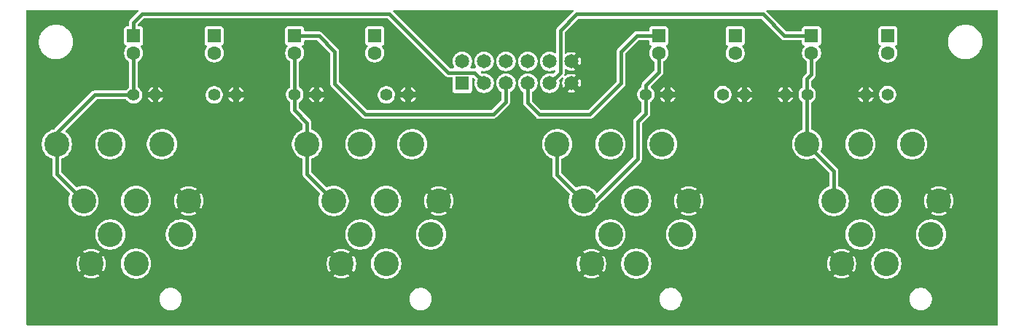
<source format=gbr>
%TF.GenerationSoftware,KiCad,Pcbnew,9.0.0*%
%TF.CreationDate,2025-03-26T12:10:22+11:00*%
%TF.ProjectId,Wing Board 4 Combo mk II,57696e67-2042-46f6-9172-64203420436f,rev?*%
%TF.SameCoordinates,Original*%
%TF.FileFunction,Copper,L2,Bot*%
%TF.FilePolarity,Positive*%
%FSLAX46Y46*%
G04 Gerber Fmt 4.6, Leading zero omitted, Abs format (unit mm)*
G04 Created by KiCad (PCBNEW 9.0.0) date 2025-03-26 12:10:22*
%MOMM*%
%LPD*%
G01*
G04 APERTURE LIST*
%TA.AperFunction,ComponentPad*%
%ADD10C,1.400000*%
%TD*%
%TA.AperFunction,ComponentPad*%
%ADD11O,1.400000X1.400000*%
%TD*%
%TA.AperFunction,ComponentPad*%
%ADD12C,2.900000*%
%TD*%
%TA.AperFunction,ComponentPad*%
%ADD13R,1.600000X1.600000*%
%TD*%
%TA.AperFunction,ComponentPad*%
%ADD14C,1.600000*%
%TD*%
%TA.AperFunction,ComponentPad*%
%ADD15R,1.650000X1.650000*%
%TD*%
%TA.AperFunction,ComponentPad*%
%ADD16C,1.650000*%
%TD*%
%TA.AperFunction,ViaPad*%
%ADD17C,0.889000*%
%TD*%
%TA.AperFunction,Conductor*%
%ADD18C,0.406400*%
%TD*%
G04 APERTURE END LIST*
D10*
%TO.P,R5,1*%
%TO.N,/X3+*%
X72491600Y-10337800D03*
D11*
%TO.P,R5,2*%
%TO.N,AGND*%
X75031600Y-10337800D03*
%TD*%
D10*
%TO.P,R4,1*%
%TO.N,/X2-*%
X42341800Y-10363200D03*
D11*
%TO.P,R4,2*%
%TO.N,AGND*%
X44881800Y-10363200D03*
%TD*%
D12*
%TO.P,J5,1*%
%TO.N,AGND*%
X106524600Y-22697400D03*
%TO.P,J5,2*%
%TO.N,/X4+*%
X94324600Y-22697400D03*
%TO.P,J5,3*%
%TO.N,/X4-*%
X100424600Y-22697400D03*
%TO.P,J5,G*%
%TO.N,unconnected-(J5-PadG)*%
X100424600Y-29997400D03*
%TO.P,J5,R*%
%TO.N,/X4-*%
X105624600Y-26597400D03*
%TO.P,J5,RN*%
%TO.N,unconnected-(J5-PadRN)*%
X103424600Y-16097400D03*
%TO.P,J5,S*%
%TO.N,AGND*%
X95224600Y-29997400D03*
%TO.P,J5,SN*%
%TO.N,unconnected-(J5-PadSN)*%
X97424600Y-26597400D03*
%TO.P,J5,T*%
%TO.N,/X4+*%
X91224600Y-16097400D03*
%TO.P,J5,TN*%
%TO.N,unconnected-(J5-PadTN)*%
X97424600Y-16097400D03*
%TD*%
D13*
%TO.P,C4,1*%
%TO.N,Net-(J1-Pin_6)*%
X41000000Y-3500000D03*
D14*
%TO.P,C4,2*%
%TO.N,/X2-*%
X41000000Y-5500000D03*
%TD*%
D10*
%TO.P,R2,1*%
%TO.N,/X1-*%
X22352000Y-10363200D03*
D11*
%TO.P,R2,2*%
%TO.N,AGND*%
X24892000Y-10363200D03*
%TD*%
D12*
%TO.P,J3,1*%
%TO.N,AGND*%
X48424600Y-22697400D03*
%TO.P,J3,2*%
%TO.N,/X2+*%
X36224600Y-22697400D03*
%TO.P,J3,3*%
%TO.N,/X2-*%
X42324600Y-22697400D03*
%TO.P,J3,G*%
%TO.N,unconnected-(J3-PadG)*%
X42324600Y-29997400D03*
%TO.P,J3,R*%
%TO.N,/X2-*%
X47524600Y-26597400D03*
%TO.P,J3,RN*%
%TO.N,unconnected-(J3-PadRN)*%
X45324600Y-16097400D03*
%TO.P,J3,S*%
%TO.N,AGND*%
X37124600Y-29997400D03*
%TO.P,J3,SN*%
%TO.N,unconnected-(J3-PadSN)*%
X39324600Y-26597400D03*
%TO.P,J3,T*%
%TO.N,/X2+*%
X33124600Y-16097400D03*
%TO.P,J3,TN*%
%TO.N,unconnected-(J3-PadTN)*%
X39324600Y-16097400D03*
%TD*%
D13*
%TO.P,C8,1*%
%TO.N,Net-(J1-Pin_10)*%
X100609400Y-3500000D03*
D14*
%TO.P,C8,2*%
%TO.N,/X4-*%
X100609400Y-5500000D03*
%TD*%
D10*
%TO.P,R8,1*%
%TO.N,/X4-*%
X100584000Y-10337800D03*
D11*
%TO.P,R8,2*%
%TO.N,AGND*%
X98044000Y-10337800D03*
%TD*%
D15*
%TO.P,J1,1,Pin_1*%
%TO.N,V+*%
X51155600Y-9017000D03*
D16*
%TO.P,J1,2,Pin_2*%
%TO.N,V-*%
X51155600Y-6477000D03*
%TO.P,J1,3,Pin_3*%
%TO.N,Net-(J1-Pin_3)*%
X53695600Y-9017000D03*
%TO.P,J1,4,Pin_4*%
%TO.N,Net-(J1-Pin_4)*%
X53695600Y-6477000D03*
%TO.P,J1,5,Pin_5*%
%TO.N,Net-(J1-Pin_5)*%
X56235600Y-9017000D03*
%TO.P,J1,6,Pin_6*%
%TO.N,Net-(J1-Pin_6)*%
X56235600Y-6477000D03*
%TO.P,J1,7,Pin_7*%
%TO.N,Net-(J1-Pin_7)*%
X58775600Y-9017000D03*
%TO.P,J1,8,Pin_8*%
%TO.N,Net-(J1-Pin_8)*%
X58775600Y-6477000D03*
%TO.P,J1,9,Pin_9*%
%TO.N,Net-(J1-Pin_9)*%
X61315600Y-9017000D03*
%TO.P,J1,10,Pin_10*%
%TO.N,Net-(J1-Pin_10)*%
X61315600Y-6477000D03*
%TO.P,J1,11,Pin_11*%
%TO.N,AGND*%
X63855600Y-9017000D03*
%TO.P,J1,12,Pin_12*%
X63855600Y-6477000D03*
%TD*%
D10*
%TO.P,R7,1*%
%TO.N,/X4+*%
X91237600Y-10337800D03*
D11*
%TO.P,R7,2*%
%TO.N,AGND*%
X88697600Y-10337800D03*
%TD*%
D10*
%TO.P,R1,1*%
%TO.N,/X1+*%
X12979400Y-10363200D03*
D11*
%TO.P,R1,2*%
%TO.N,AGND*%
X15519400Y-10363200D03*
%TD*%
D12*
%TO.P,J4,1*%
%TO.N,AGND*%
X77474600Y-22697400D03*
%TO.P,J4,2*%
%TO.N,/X3+*%
X65274600Y-22697400D03*
%TO.P,J4,3*%
%TO.N,/X3-*%
X71374600Y-22697400D03*
%TO.P,J4,G*%
%TO.N,unconnected-(J4-PadG)*%
X71374600Y-29997400D03*
%TO.P,J4,R*%
%TO.N,/X3-*%
X76574600Y-26597400D03*
%TO.P,J4,RN*%
%TO.N,unconnected-(J4-PadRN)*%
X74374600Y-16097400D03*
%TO.P,J4,S*%
%TO.N,AGND*%
X66174600Y-29997400D03*
%TO.P,J4,SN*%
%TO.N,unconnected-(J4-PadSN)*%
X68374600Y-26597400D03*
%TO.P,J4,T*%
%TO.N,/X3+*%
X62174600Y-16097400D03*
%TO.P,J4,TN*%
%TO.N,unconnected-(J4-PadTN)*%
X68374600Y-16097400D03*
%TD*%
D13*
%TO.P,C3,1*%
%TO.N,Net-(J1-Pin_5)*%
X31702133Y-3500000D03*
D14*
%TO.P,C3,2*%
%TO.N,/X2+*%
X31702133Y-5500000D03*
%TD*%
D12*
%TO.P,J2,1*%
%TO.N,AGND*%
X19374600Y-22697400D03*
%TO.P,J2,2*%
%TO.N,/X1+*%
X7174600Y-22697400D03*
%TO.P,J2,3*%
%TO.N,/X1-*%
X13274600Y-22697400D03*
%TO.P,J2,G*%
%TO.N,unconnected-(J2-PadG)*%
X13274600Y-29997400D03*
%TO.P,J2,R*%
%TO.N,/X1-*%
X18474600Y-26597400D03*
%TO.P,J2,RN*%
%TO.N,unconnected-(J2-PadRN)*%
X16274600Y-16097400D03*
%TO.P,J2,S*%
%TO.N,AGND*%
X8074600Y-29997400D03*
%TO.P,J2,SN*%
%TO.N,unconnected-(J2-PadSN)*%
X10274600Y-26597400D03*
%TO.P,J2,T*%
%TO.N,/X1+*%
X4074600Y-16097400D03*
%TO.P,J2,TN*%
%TO.N,unconnected-(J2-PadTN)*%
X10274600Y-16097400D03*
%TD*%
D13*
%TO.P,C2,1*%
%TO.N,Net-(J1-Pin_4)*%
X22352000Y-3500000D03*
D14*
%TO.P,C2,2*%
%TO.N,/X1-*%
X22352000Y-5500000D03*
%TD*%
D13*
%TO.P,C7,1*%
%TO.N,Net-(J1-Pin_9)*%
X91739600Y-3500000D03*
D14*
%TO.P,C7,2*%
%TO.N,/X4+*%
X91739600Y-5500000D03*
%TD*%
D10*
%TO.P,R3,1*%
%TO.N,/X2+*%
X31699200Y-10337800D03*
D11*
%TO.P,R3,2*%
%TO.N,AGND*%
X34239200Y-10337800D03*
%TD*%
D10*
%TO.P,R6,1*%
%TO.N,/X3-*%
X81431600Y-10337800D03*
D11*
%TO.P,R6,2*%
%TO.N,AGND*%
X83971600Y-10337800D03*
%TD*%
D13*
%TO.P,C6,1*%
%TO.N,Net-(J1-Pin_8)*%
X82869800Y-3500000D03*
D14*
%TO.P,C6,2*%
%TO.N,/X3-*%
X82869800Y-5500000D03*
%TD*%
D13*
%TO.P,C5,1*%
%TO.N,Net-(J1-Pin_7)*%
X74000000Y-3500000D03*
D14*
%TO.P,C5,2*%
%TO.N,/X3+*%
X74000000Y-5500000D03*
%TD*%
D13*
%TO.P,C1,1*%
%TO.N,Net-(J1-Pin_3)*%
X12979400Y-3505200D03*
D14*
%TO.P,C1,2*%
%TO.N,/X1+*%
X12979400Y-5505200D03*
%TD*%
D17*
%TO.N,AGND*%
X57429400Y-2133600D03*
%TD*%
D18*
%TO.N,/X3+*%
X66659800Y-22697400D02*
X65274600Y-22697400D01*
X72491600Y-10337800D02*
X72491600Y-12522200D01*
X62153800Y-16167400D02*
X62153800Y-19634200D01*
X71526400Y-13487400D02*
X71526400Y-17830800D01*
X74000000Y-5500000D02*
X74000000Y-7737200D01*
X65195000Y-22675400D02*
X65252600Y-22675400D01*
X62223800Y-16097400D02*
X62153800Y-16167400D01*
X72491600Y-9245600D02*
X72491600Y-10337800D01*
X74000000Y-7737200D02*
X72491600Y-9245600D01*
X62153800Y-19634200D02*
X65195000Y-22675400D01*
X72491600Y-12522200D02*
X71526400Y-13487400D01*
X71526400Y-17830800D02*
X66659800Y-22697400D01*
%TO.N,/X4+*%
X91224600Y-8495800D02*
X91224600Y-16097400D01*
X91739600Y-7980800D02*
X91224600Y-8495800D01*
X91224600Y-16097400D02*
X94335600Y-19208400D01*
X91739600Y-5500000D02*
X91739600Y-7980800D01*
X94335600Y-19208400D02*
X94335600Y-22686400D01*
%TO.N,/X2+*%
X33147000Y-13614400D02*
X33147000Y-16075000D01*
X33147000Y-16075000D02*
X33124600Y-16097400D01*
X33124600Y-16097400D02*
X33124600Y-19597400D01*
X31699200Y-10337800D02*
X31699200Y-12166600D01*
X33124600Y-19597400D02*
X36224600Y-22697400D01*
X31702133Y-10334867D02*
X31702133Y-5500000D01*
X31699200Y-12166600D02*
X33147000Y-13614400D01*
X31699200Y-10337800D02*
X31702133Y-10334867D01*
%TO.N,/X1+*%
X4074600Y-16097400D02*
X4074600Y-14772200D01*
X4074600Y-16097400D02*
X4074600Y-19597400D01*
X8483600Y-10363200D02*
X12979400Y-10363200D01*
X4074600Y-14772200D02*
X8483600Y-10363200D01*
X4074600Y-19597400D02*
X7174600Y-22697400D01*
X12979400Y-10363200D02*
X12979400Y-5505200D01*
%TO.N,Net-(J1-Pin_3)*%
X12979400Y-1930400D02*
X12979400Y-3505200D01*
X53695600Y-8864600D02*
X52603400Y-7772400D01*
X49504600Y-7772400D02*
X42646600Y-914400D01*
X53695600Y-9017000D02*
X53695600Y-8864600D01*
X13995400Y-914400D02*
X12979400Y-1930400D01*
X52603400Y-7772400D02*
X49504600Y-7772400D01*
X42646600Y-914400D02*
X13995400Y-914400D01*
%TO.N,Net-(J1-Pin_5)*%
X36347400Y-9067800D02*
X36347400Y-5334000D01*
X56235600Y-9017000D02*
X56210200Y-9042400D01*
X34518600Y-3505200D02*
X31707333Y-3505200D01*
X36347400Y-5334000D02*
X34518600Y-3505200D01*
X56210200Y-9042400D02*
X56210200Y-11176000D01*
X54787800Y-12598400D02*
X39878000Y-12598400D01*
X31707333Y-3505200D02*
X31702133Y-3500000D01*
X39878000Y-12598400D02*
X36347400Y-9067800D01*
X56210200Y-11176000D02*
X54787800Y-12598400D01*
%TO.N,Net-(J1-Pin_7)*%
X71475600Y-3479800D02*
X73979800Y-3479800D01*
X65963800Y-12649200D02*
X69621400Y-8991600D01*
X58724800Y-11252200D02*
X60121800Y-12649200D01*
X58724800Y-9067800D02*
X58724800Y-11252200D01*
X69621400Y-5334000D02*
X71475600Y-3479800D01*
X74000000Y-3500000D02*
X74000000Y-3784600D01*
X69621400Y-8991600D02*
X69621400Y-5334000D01*
X60121800Y-12649200D02*
X65963800Y-12649200D01*
X58775600Y-9017000D02*
X58724800Y-9067800D01*
X73979800Y-3479800D02*
X74000000Y-3500000D01*
%TO.N,Net-(J1-Pin_9)*%
X64465200Y-990600D02*
X86091400Y-990600D01*
X88606000Y-3505200D02*
X91734400Y-3505200D01*
X62560200Y-7797800D02*
X62560200Y-2895600D01*
X91734400Y-3505200D02*
X91739600Y-3500000D01*
X86091400Y-990600D02*
X88606000Y-3505200D01*
X62560200Y-2895600D02*
X64465200Y-990600D01*
X91739600Y-3500000D02*
X91739600Y-3784600D01*
X61315600Y-9017000D02*
X61341000Y-9042400D01*
X61341000Y-9042400D02*
X61341000Y-9017000D01*
X61341000Y-9017000D02*
X62560200Y-7797800D01*
%TD*%
%TA.AperFunction,Conductor*%
%TO.N,AGND*%
G36*
X13467249Y-510785D02*
G01*
X13513004Y-563589D01*
X13522948Y-632747D01*
X13493923Y-696303D01*
X13487891Y-702781D01*
X12572501Y-1618170D01*
X12572499Y-1618173D01*
X12505553Y-1734124D01*
X12470900Y-1863455D01*
X12470900Y-2275900D01*
X12451215Y-2342939D01*
X12398411Y-2388694D01*
X12346901Y-2399900D01*
X12133828Y-2399900D01*
X12133805Y-2399902D01*
X12108293Y-2402861D01*
X12108290Y-2402862D01*
X12003875Y-2448965D01*
X11923166Y-2529674D01*
X11877062Y-2634088D01*
X11877062Y-2634090D01*
X11874100Y-2659619D01*
X11874100Y-4350771D01*
X11874102Y-4350794D01*
X11877061Y-4376306D01*
X11877062Y-4376309D01*
X11923165Y-4480724D01*
X11923166Y-4480725D01*
X12003875Y-4561434D01*
X12057940Y-4585306D01*
X12086691Y-4598001D01*
X12140067Y-4643087D01*
X12160594Y-4709873D01*
X12141756Y-4777155D01*
X12136923Y-4784320D01*
X12034062Y-4925896D01*
X11955079Y-5080909D01*
X11901315Y-5246374D01*
X11874100Y-5418205D01*
X11874100Y-5592194D01*
X11901315Y-5764025D01*
X11940076Y-5883317D01*
X11955078Y-5929488D01*
X12031413Y-6079304D01*
X12034065Y-6084507D01*
X12136318Y-6225248D01*
X12136322Y-6225253D01*
X12259346Y-6348277D01*
X12259351Y-6348281D01*
X12336856Y-6404591D01*
X12400096Y-6450537D01*
X12403193Y-6452115D01*
X12404155Y-6453023D01*
X12404244Y-6453078D01*
X12404232Y-6453096D01*
X12453988Y-6500085D01*
X12470900Y-6562600D01*
X12470900Y-9427625D01*
X12451215Y-9494664D01*
X12415791Y-9530727D01*
X12338559Y-9582332D01*
X12338555Y-9582335D01*
X12198532Y-9722358D01*
X12146928Y-9799591D01*
X12093316Y-9844396D01*
X12043826Y-9854700D01*
X8416655Y-9854700D01*
X8287324Y-9889353D01*
X8190131Y-9945468D01*
X8190132Y-9945469D01*
X8171374Y-9956299D01*
X8171371Y-9956301D01*
X3787857Y-14339813D01*
X3732270Y-14371907D01*
X3509166Y-14431687D01*
X3296591Y-14519739D01*
X3296581Y-14519743D01*
X3097315Y-14634789D01*
X2914768Y-14774862D01*
X2914761Y-14774868D01*
X2752068Y-14937561D01*
X2752062Y-14937568D01*
X2611989Y-15120115D01*
X2496943Y-15319381D01*
X2496939Y-15319391D01*
X2408886Y-15531968D01*
X2349335Y-15754220D01*
X2349333Y-15754231D01*
X2319300Y-15982344D01*
X2319300Y-16212455D01*
X2344314Y-16402451D01*
X2349334Y-16440577D01*
X2349335Y-16440579D01*
X2408886Y-16662831D01*
X2496939Y-16875408D01*
X2496943Y-16875418D01*
X2611989Y-17074684D01*
X2752062Y-17257231D01*
X2752068Y-17257238D01*
X2914761Y-17419931D01*
X2914768Y-17419937D01*
X3097315Y-17560010D01*
X3296581Y-17675056D01*
X3296582Y-17675056D01*
X3296585Y-17675058D01*
X3489554Y-17754989D01*
X3543956Y-17798829D01*
X3566021Y-17865123D01*
X3566100Y-17869549D01*
X3566100Y-19664344D01*
X3600753Y-19793675D01*
X3622000Y-19830475D01*
X3667699Y-19909627D01*
X3667701Y-19909629D01*
X5561937Y-21803865D01*
X5595422Y-21865188D01*
X5590438Y-21934880D01*
X5588817Y-21938999D01*
X5508886Y-22131968D01*
X5449335Y-22354220D01*
X5449333Y-22354231D01*
X5419300Y-22582344D01*
X5419300Y-22812455D01*
X5434643Y-22928991D01*
X5449334Y-23040577D01*
X5449335Y-23040579D01*
X5508886Y-23262831D01*
X5596939Y-23475408D01*
X5596943Y-23475418D01*
X5711989Y-23674684D01*
X5852062Y-23857231D01*
X5852068Y-23857238D01*
X6014761Y-24019931D01*
X6014768Y-24019937D01*
X6197315Y-24160010D01*
X6396581Y-24275056D01*
X6396582Y-24275056D01*
X6396585Y-24275058D01*
X6609167Y-24363113D01*
X6831423Y-24422666D01*
X7059552Y-24452700D01*
X7059559Y-24452700D01*
X7289641Y-24452700D01*
X7289648Y-24452700D01*
X7517777Y-24422666D01*
X7740033Y-24363113D01*
X7952615Y-24275058D01*
X8151885Y-24160010D01*
X8334433Y-24019936D01*
X8497136Y-23857233D01*
X8637210Y-23674685D01*
X8752258Y-23475415D01*
X8840313Y-23262833D01*
X8899866Y-23040577D01*
X8929900Y-22812448D01*
X8929900Y-22582352D01*
X8929899Y-22582344D01*
X11519300Y-22582344D01*
X11519300Y-22812455D01*
X11534643Y-22928991D01*
X11549334Y-23040577D01*
X11549335Y-23040579D01*
X11608886Y-23262831D01*
X11696939Y-23475408D01*
X11696943Y-23475418D01*
X11811989Y-23674684D01*
X11952062Y-23857231D01*
X11952068Y-23857238D01*
X12114761Y-24019931D01*
X12114768Y-24019937D01*
X12297315Y-24160010D01*
X12496581Y-24275056D01*
X12496582Y-24275056D01*
X12496585Y-24275058D01*
X12709167Y-24363113D01*
X12931423Y-24422666D01*
X13159552Y-24452700D01*
X13159559Y-24452700D01*
X13389641Y-24452700D01*
X13389648Y-24452700D01*
X13617777Y-24422666D01*
X13840033Y-24363113D01*
X14052615Y-24275058D01*
X14251885Y-24160010D01*
X14434433Y-24019936D01*
X14434438Y-24019931D01*
X14482349Y-23972021D01*
X14597131Y-23857238D01*
X14597136Y-23857233D01*
X14737210Y-23674685D01*
X14852258Y-23475415D01*
X14940313Y-23262833D01*
X14999866Y-23040577D01*
X15029900Y-22812448D01*
X15029900Y-22585720D01*
X17670600Y-22585720D01*
X17670600Y-22809079D01*
X17670601Y-22809095D01*
X17699755Y-23030545D01*
X17757568Y-23246306D01*
X17843044Y-23452665D01*
X17843051Y-23452679D01*
X17954732Y-23646116D01*
X17954743Y-23646133D01*
X17964342Y-23658642D01*
X17964343Y-23658642D01*
X18789814Y-22833172D01*
X18815489Y-22928991D01*
X18894481Y-23065808D01*
X19006192Y-23177519D01*
X19143009Y-23256511D01*
X19238826Y-23282185D01*
X18413356Y-24107654D01*
X18413356Y-24107655D01*
X18425880Y-24117265D01*
X18619320Y-24228948D01*
X18619334Y-24228955D01*
X18825693Y-24314431D01*
X19041454Y-24372244D01*
X19262904Y-24401398D01*
X19262921Y-24401400D01*
X19486279Y-24401400D01*
X19486295Y-24401398D01*
X19707745Y-24372244D01*
X19923506Y-24314431D01*
X20129865Y-24228955D01*
X20129880Y-24228948D01*
X20323315Y-24117269D01*
X20323318Y-24117266D01*
X20335843Y-24107655D01*
X20335843Y-24107654D01*
X19510374Y-23282185D01*
X19606191Y-23256511D01*
X19743008Y-23177519D01*
X19854719Y-23065808D01*
X19933711Y-22928991D01*
X19959385Y-22833173D01*
X20784854Y-23658643D01*
X20784855Y-23658643D01*
X20794466Y-23646118D01*
X20794469Y-23646115D01*
X20906148Y-23452680D01*
X20906155Y-23452665D01*
X20991631Y-23246306D01*
X21049444Y-23030545D01*
X21078598Y-22809095D01*
X21078600Y-22809079D01*
X21078600Y-22585720D01*
X21078598Y-22585704D01*
X21049444Y-22364254D01*
X20991631Y-22148493D01*
X20906155Y-21942134D01*
X20906148Y-21942120D01*
X20794465Y-21748680D01*
X20784855Y-21736156D01*
X20784854Y-21736156D01*
X19959385Y-22561625D01*
X19933711Y-22465809D01*
X19854719Y-22328992D01*
X19743008Y-22217281D01*
X19606191Y-22138289D01*
X19510372Y-22112614D01*
X20335842Y-21287143D01*
X20335842Y-21287142D01*
X20323333Y-21277543D01*
X20323316Y-21277532D01*
X20129879Y-21165851D01*
X20129865Y-21165844D01*
X19923506Y-21080368D01*
X19707745Y-21022555D01*
X19486295Y-20993401D01*
X19486279Y-20993400D01*
X19262921Y-20993400D01*
X19262904Y-20993401D01*
X19041454Y-21022555D01*
X18825693Y-21080368D01*
X18619334Y-21165844D01*
X18619319Y-21165851D01*
X18425878Y-21277535D01*
X18413355Y-21287142D01*
X19238827Y-22112614D01*
X19143009Y-22138289D01*
X19006192Y-22217281D01*
X18894481Y-22328992D01*
X18815489Y-22465809D01*
X18789814Y-22561627D01*
X17964342Y-21736155D01*
X17954735Y-21748678D01*
X17843051Y-21942119D01*
X17843044Y-21942134D01*
X17757568Y-22148493D01*
X17699755Y-22364254D01*
X17670601Y-22585704D01*
X17670600Y-22585720D01*
X15029900Y-22585720D01*
X15029900Y-22582352D01*
X14999866Y-22354223D01*
X14940313Y-22131967D01*
X14852258Y-21919385D01*
X14844482Y-21905917D01*
X14737210Y-21720115D01*
X14597137Y-21537568D01*
X14597131Y-21537561D01*
X14434438Y-21374868D01*
X14434431Y-21374862D01*
X14251884Y-21234789D01*
X14052618Y-21119743D01*
X14052608Y-21119739D01*
X13840031Y-21031686D01*
X13723742Y-21000527D01*
X13617777Y-20972134D01*
X13579651Y-20967114D01*
X13389655Y-20942100D01*
X13389648Y-20942100D01*
X13159552Y-20942100D01*
X13159544Y-20942100D01*
X12942404Y-20970688D01*
X12931423Y-20972134D01*
X12884451Y-20984719D01*
X12709168Y-21031686D01*
X12496591Y-21119739D01*
X12496581Y-21119743D01*
X12297315Y-21234789D01*
X12114768Y-21374862D01*
X12114761Y-21374868D01*
X11952068Y-21537561D01*
X11952062Y-21537568D01*
X11811989Y-21720115D01*
X11696943Y-21919381D01*
X11696939Y-21919391D01*
X11608886Y-22131968D01*
X11549335Y-22354220D01*
X11549333Y-22354231D01*
X11519300Y-22582344D01*
X8929899Y-22582344D01*
X8899866Y-22354223D01*
X8840313Y-22131967D01*
X8752258Y-21919385D01*
X8744482Y-21905917D01*
X8637210Y-21720115D01*
X8497137Y-21537568D01*
X8497131Y-21537561D01*
X8334438Y-21374868D01*
X8334431Y-21374862D01*
X8151884Y-21234789D01*
X7952618Y-21119743D01*
X7952608Y-21119739D01*
X7740031Y-21031686D01*
X7623742Y-21000527D01*
X7517777Y-20972134D01*
X7479651Y-20967114D01*
X7289655Y-20942100D01*
X7289648Y-20942100D01*
X7059552Y-20942100D01*
X7059544Y-20942100D01*
X6842404Y-20970688D01*
X6831423Y-20972134D01*
X6784451Y-20984719D01*
X6609168Y-21031686D01*
X6416199Y-21111617D01*
X6346729Y-21119086D01*
X6284250Y-21087811D01*
X6281065Y-21084737D01*
X4619419Y-19423091D01*
X4585934Y-19361768D01*
X4583100Y-19335410D01*
X4583100Y-17869549D01*
X4602785Y-17802510D01*
X4655589Y-17756755D01*
X4659620Y-17754999D01*
X4852615Y-17675058D01*
X5051885Y-17560010D01*
X5234433Y-17419936D01*
X5397136Y-17257233D01*
X5537210Y-17074685D01*
X5652258Y-16875415D01*
X5740313Y-16662833D01*
X5799866Y-16440577D01*
X5829900Y-16212448D01*
X5829900Y-15982352D01*
X5829899Y-15982344D01*
X8519300Y-15982344D01*
X8519300Y-16212455D01*
X8544314Y-16402451D01*
X8549334Y-16440577D01*
X8549335Y-16440579D01*
X8608886Y-16662831D01*
X8696939Y-16875408D01*
X8696943Y-16875418D01*
X8811989Y-17074684D01*
X8952062Y-17257231D01*
X8952068Y-17257238D01*
X9114761Y-17419931D01*
X9114768Y-17419937D01*
X9297315Y-17560010D01*
X9496581Y-17675056D01*
X9496582Y-17675056D01*
X9496585Y-17675058D01*
X9709167Y-17763113D01*
X9931423Y-17822666D01*
X10159552Y-17852700D01*
X10159559Y-17852700D01*
X10389641Y-17852700D01*
X10389648Y-17852700D01*
X10617777Y-17822666D01*
X10840033Y-17763113D01*
X11052615Y-17675058D01*
X11251885Y-17560010D01*
X11434433Y-17419936D01*
X11597136Y-17257233D01*
X11737210Y-17074685D01*
X11852258Y-16875415D01*
X11940313Y-16662833D01*
X11999866Y-16440577D01*
X12029900Y-16212448D01*
X12029900Y-15982352D01*
X12029899Y-15982344D01*
X14519300Y-15982344D01*
X14519300Y-16212455D01*
X14544314Y-16402451D01*
X14549334Y-16440577D01*
X14549335Y-16440579D01*
X14608886Y-16662831D01*
X14696939Y-16875408D01*
X14696943Y-16875418D01*
X14811989Y-17074684D01*
X14952062Y-17257231D01*
X14952068Y-17257238D01*
X15114761Y-17419931D01*
X15114768Y-17419937D01*
X15297315Y-17560010D01*
X15496581Y-17675056D01*
X15496582Y-17675056D01*
X15496585Y-17675058D01*
X15709167Y-17763113D01*
X15931423Y-17822666D01*
X16159552Y-17852700D01*
X16159559Y-17852700D01*
X16389641Y-17852700D01*
X16389648Y-17852700D01*
X16617777Y-17822666D01*
X16840033Y-17763113D01*
X17052615Y-17675058D01*
X17251885Y-17560010D01*
X17434433Y-17419936D01*
X17597136Y-17257233D01*
X17737210Y-17074685D01*
X17852258Y-16875415D01*
X17940313Y-16662833D01*
X17999866Y-16440577D01*
X18029900Y-16212448D01*
X18029900Y-15982352D01*
X17999866Y-15754223D01*
X17940313Y-15531967D01*
X17852258Y-15319385D01*
X17737210Y-15120115D01*
X17597136Y-14937567D01*
X17597131Y-14937561D01*
X17434438Y-14774868D01*
X17434431Y-14774862D01*
X17251884Y-14634789D01*
X17052618Y-14519743D01*
X17052608Y-14519739D01*
X16840031Y-14431686D01*
X16728905Y-14401910D01*
X16617777Y-14372134D01*
X16579651Y-14367114D01*
X16389655Y-14342100D01*
X16389648Y-14342100D01*
X16159552Y-14342100D01*
X16159544Y-14342100D01*
X15959200Y-14368477D01*
X15931423Y-14372134D01*
X15890829Y-14383011D01*
X15709168Y-14431686D01*
X15496591Y-14519739D01*
X15496581Y-14519743D01*
X15297315Y-14634789D01*
X15114768Y-14774862D01*
X15114761Y-14774868D01*
X14952068Y-14937561D01*
X14952062Y-14937568D01*
X14811989Y-15120115D01*
X14696943Y-15319381D01*
X14696939Y-15319391D01*
X14608886Y-15531968D01*
X14549335Y-15754220D01*
X14549333Y-15754231D01*
X14519300Y-15982344D01*
X12029899Y-15982344D01*
X11999866Y-15754223D01*
X11940313Y-15531967D01*
X11852258Y-15319385D01*
X11737210Y-15120115D01*
X11597136Y-14937567D01*
X11597131Y-14937561D01*
X11434438Y-14774868D01*
X11434431Y-14774862D01*
X11251884Y-14634789D01*
X11052618Y-14519743D01*
X11052608Y-14519739D01*
X10840031Y-14431686D01*
X10728905Y-14401910D01*
X10617777Y-14372134D01*
X10579651Y-14367114D01*
X10389655Y-14342100D01*
X10389648Y-14342100D01*
X10159552Y-14342100D01*
X10159544Y-14342100D01*
X9959200Y-14368477D01*
X9931423Y-14372134D01*
X9890829Y-14383011D01*
X9709168Y-14431686D01*
X9496591Y-14519739D01*
X9496581Y-14519743D01*
X9297315Y-14634789D01*
X9114768Y-14774862D01*
X9114761Y-14774868D01*
X8952068Y-14937561D01*
X8952062Y-14937568D01*
X8811989Y-15120115D01*
X8696943Y-15319381D01*
X8696939Y-15319391D01*
X8608886Y-15531968D01*
X8549335Y-15754220D01*
X8549333Y-15754231D01*
X8519300Y-15982344D01*
X5829899Y-15982344D01*
X5799866Y-15754223D01*
X5740313Y-15531967D01*
X5652258Y-15319385D01*
X5537210Y-15120115D01*
X5397136Y-14937567D01*
X5397131Y-14937561D01*
X5234438Y-14774868D01*
X5234431Y-14774862D01*
X5160807Y-14718369D01*
X5095737Y-14668439D01*
X5054535Y-14612012D01*
X5050380Y-14542266D01*
X5083541Y-14482385D01*
X8657908Y-10908019D01*
X8719231Y-10874534D01*
X8745589Y-10871700D01*
X12043826Y-10871700D01*
X12110865Y-10891385D01*
X12146928Y-10926809D01*
X12198532Y-11004041D01*
X12338555Y-11144064D01*
X12338559Y-11144067D01*
X12503205Y-11254081D01*
X12503214Y-11254086D01*
X12528807Y-11264687D01*
X12686165Y-11329867D01*
X12880382Y-11368499D01*
X12880386Y-11368500D01*
X12880387Y-11368500D01*
X13078414Y-11368500D01*
X13078415Y-11368499D01*
X13272635Y-11329867D01*
X13455588Y-11254085D01*
X13620241Y-11144067D01*
X13760267Y-11004041D01*
X13870285Y-10839388D01*
X13936016Y-10680700D01*
X14618311Y-10680700D01*
X14673974Y-10815086D01*
X14673976Y-10815089D01*
X14778376Y-10971335D01*
X14778382Y-10971343D01*
X14911256Y-11104217D01*
X14911264Y-11104223D01*
X15067510Y-11208623D01*
X15067513Y-11208625D01*
X15201899Y-11264289D01*
X15201900Y-11264289D01*
X15836900Y-11264289D01*
X15971286Y-11208625D01*
X15971289Y-11208623D01*
X16127535Y-11104223D01*
X16127543Y-11104217D01*
X16260417Y-10971343D01*
X16260423Y-10971335D01*
X16364823Y-10815089D01*
X16364825Y-10815086D01*
X16420489Y-10680700D01*
X15836900Y-10680700D01*
X15836900Y-11264289D01*
X15201900Y-11264289D01*
X15201900Y-10680700D01*
X14618311Y-10680700D01*
X13936016Y-10680700D01*
X13946067Y-10656435D01*
X13984700Y-10462213D01*
X13984700Y-10317122D01*
X15169400Y-10317122D01*
X15169400Y-10409278D01*
X15193252Y-10498295D01*
X15239330Y-10578105D01*
X15304495Y-10643270D01*
X15384305Y-10689348D01*
X15473322Y-10713200D01*
X15565478Y-10713200D01*
X15654495Y-10689348D01*
X15734305Y-10643270D01*
X15799470Y-10578105D01*
X15845548Y-10498295D01*
X15869400Y-10409278D01*
X15869400Y-10317122D01*
X15855215Y-10264182D01*
X21346700Y-10264182D01*
X21346700Y-10462217D01*
X21385331Y-10656427D01*
X21385333Y-10656435D01*
X21461113Y-10839385D01*
X21461118Y-10839394D01*
X21571132Y-11004040D01*
X21571135Y-11004044D01*
X21711155Y-11144064D01*
X21711159Y-11144067D01*
X21875805Y-11254081D01*
X21875814Y-11254086D01*
X21901407Y-11264687D01*
X22058765Y-11329867D01*
X22252982Y-11368499D01*
X22252986Y-11368500D01*
X22252987Y-11368500D01*
X22451014Y-11368500D01*
X22451015Y-11368499D01*
X22645235Y-11329867D01*
X22828188Y-11254085D01*
X22992841Y-11144067D01*
X23132867Y-11004041D01*
X23242885Y-10839388D01*
X23308616Y-10680700D01*
X23990911Y-10680700D01*
X24046574Y-10815086D01*
X24046576Y-10815089D01*
X24150976Y-10971335D01*
X24150982Y-10971343D01*
X24283856Y-11104217D01*
X24283864Y-11104223D01*
X24440110Y-11208623D01*
X24440113Y-11208625D01*
X24574499Y-11264289D01*
X24574500Y-11264289D01*
X25209500Y-11264289D01*
X25343886Y-11208625D01*
X25343889Y-11208623D01*
X25500135Y-11104223D01*
X25500143Y-11104217D01*
X25633017Y-10971343D01*
X25633023Y-10971335D01*
X25737423Y-10815089D01*
X25737425Y-10815086D01*
X25793089Y-10680700D01*
X25209500Y-10680700D01*
X25209500Y-11264289D01*
X24574500Y-11264289D01*
X24574500Y-10680700D01*
X23990911Y-10680700D01*
X23308616Y-10680700D01*
X23318667Y-10656435D01*
X23357300Y-10462213D01*
X23357300Y-10317122D01*
X24542000Y-10317122D01*
X24542000Y-10409278D01*
X24565852Y-10498295D01*
X24611930Y-10578105D01*
X24677095Y-10643270D01*
X24756905Y-10689348D01*
X24845922Y-10713200D01*
X24938078Y-10713200D01*
X25027095Y-10689348D01*
X25106905Y-10643270D01*
X25172070Y-10578105D01*
X25218148Y-10498295D01*
X25242000Y-10409278D01*
X25242000Y-10317122D01*
X25218148Y-10228105D01*
X25172070Y-10148295D01*
X25106905Y-10083130D01*
X25042074Y-10045700D01*
X25209500Y-10045700D01*
X25793089Y-10045700D01*
X25793089Y-10045699D01*
X25737425Y-9911313D01*
X25737423Y-9911310D01*
X25633023Y-9755064D01*
X25633017Y-9755056D01*
X25500143Y-9622182D01*
X25500139Y-9622179D01*
X25343894Y-9517779D01*
X25343884Y-9517774D01*
X25209500Y-9462110D01*
X25209500Y-10045700D01*
X25042074Y-10045700D01*
X25027095Y-10037052D01*
X24938078Y-10013200D01*
X24845922Y-10013200D01*
X24756905Y-10037052D01*
X24677095Y-10083130D01*
X24611930Y-10148295D01*
X24565852Y-10228105D01*
X24542000Y-10317122D01*
X23357300Y-10317122D01*
X23357300Y-10264187D01*
X23333461Y-10144338D01*
X23321395Y-10083678D01*
X23321393Y-10083672D01*
X23318667Y-10069965D01*
X23308616Y-10045699D01*
X23990910Y-10045699D01*
X23990911Y-10045700D01*
X24574500Y-10045700D01*
X24574500Y-9462110D01*
X24574499Y-9462110D01*
X24440115Y-9517774D01*
X24440105Y-9517779D01*
X24283860Y-9622179D01*
X24283856Y-9622182D01*
X24150982Y-9755056D01*
X24150976Y-9755064D01*
X24046576Y-9911310D01*
X24046574Y-9911313D01*
X23990910Y-10045699D01*
X23308616Y-10045699D01*
X23243120Y-9887579D01*
X23242886Y-9887014D01*
X23242881Y-9887005D01*
X23132867Y-9722359D01*
X23132864Y-9722355D01*
X22992844Y-9582335D01*
X22992840Y-9582332D01*
X22828194Y-9472318D01*
X22828185Y-9472313D01*
X22645235Y-9396533D01*
X22645227Y-9396531D01*
X22451017Y-9357900D01*
X22451013Y-9357900D01*
X22252987Y-9357900D01*
X22252982Y-9357900D01*
X22058772Y-9396531D01*
X22058764Y-9396533D01*
X21875814Y-9472313D01*
X21875805Y-9472318D01*
X21711159Y-9582332D01*
X21711155Y-9582335D01*
X21571135Y-9722355D01*
X21571132Y-9722359D01*
X21461118Y-9887005D01*
X21461113Y-9887014D01*
X21385333Y-10069964D01*
X21385331Y-10069972D01*
X21346700Y-10264182D01*
X15855215Y-10264182D01*
X15845548Y-10228105D01*
X15799470Y-10148295D01*
X15734305Y-10083130D01*
X15669474Y-10045700D01*
X15836900Y-10045700D01*
X16420489Y-10045700D01*
X16420489Y-10045699D01*
X16364825Y-9911313D01*
X16364823Y-9911310D01*
X16260423Y-9755064D01*
X16260417Y-9755056D01*
X16127543Y-9622182D01*
X16127539Y-9622179D01*
X15971294Y-9517779D01*
X15971284Y-9517774D01*
X15836900Y-9462110D01*
X15836900Y-10045700D01*
X15669474Y-10045700D01*
X15654495Y-10037052D01*
X15565478Y-10013200D01*
X15473322Y-10013200D01*
X15384305Y-10037052D01*
X15304495Y-10083130D01*
X15239330Y-10148295D01*
X15193252Y-10228105D01*
X15169400Y-10317122D01*
X13984700Y-10317122D01*
X13984700Y-10264187D01*
X13946067Y-10069965D01*
X13936016Y-10045699D01*
X14618310Y-10045699D01*
X14618311Y-10045700D01*
X15201900Y-10045700D01*
X15201900Y-9462110D01*
X15201899Y-9462110D01*
X15067515Y-9517774D01*
X15067505Y-9517779D01*
X14911260Y-9622179D01*
X14911256Y-9622182D01*
X14778382Y-9755056D01*
X14778376Y-9755064D01*
X14673976Y-9911310D01*
X14673974Y-9911313D01*
X14618310Y-10045699D01*
X13936016Y-10045699D01*
X13870520Y-9887579D01*
X13870286Y-9887014D01*
X13870281Y-9887005D01*
X13760267Y-9722359D01*
X13760264Y-9722355D01*
X13620244Y-9582335D01*
X13620240Y-9582332D01*
X13543009Y-9530727D01*
X13498204Y-9477114D01*
X13487900Y-9427625D01*
X13487900Y-6562600D01*
X13507585Y-6495561D01*
X13555606Y-6452115D01*
X13558704Y-6450537D01*
X13699455Y-6348276D01*
X13822476Y-6225255D01*
X13924737Y-6084504D01*
X14003722Y-5929488D01*
X14057484Y-5764025D01*
X14061185Y-5740656D01*
X14084700Y-5592194D01*
X14084700Y-5418205D01*
X14057484Y-5246374D01*
X14044545Y-5206554D01*
X14003722Y-5080912D01*
X13924737Y-4925896D01*
X13877452Y-4860813D01*
X13821877Y-4784319D01*
X13798397Y-4718512D01*
X13814223Y-4650459D01*
X13864329Y-4601764D01*
X13872080Y-4598013D01*
X13954925Y-4561434D01*
X14035634Y-4480725D01*
X14081738Y-4376309D01*
X14084700Y-4350779D01*
X14084699Y-2659622D01*
X14084096Y-2654419D01*
X21246700Y-2654419D01*
X21246700Y-4345571D01*
X21246702Y-4345594D01*
X21249661Y-4371106D01*
X21249662Y-4371109D01*
X21295765Y-4475524D01*
X21295766Y-4475525D01*
X21376475Y-4556234D01*
X21430540Y-4580106D01*
X21459291Y-4592801D01*
X21512667Y-4637887D01*
X21533194Y-4704673D01*
X21514356Y-4771955D01*
X21509523Y-4779120D01*
X21406662Y-4920696D01*
X21327679Y-5075709D01*
X21273915Y-5241174D01*
X21246700Y-5413005D01*
X21246700Y-5586994D01*
X21273915Y-5758825D01*
X21313735Y-5881376D01*
X21327678Y-5924288D01*
X21398258Y-6062809D01*
X21406665Y-6079307D01*
X21508918Y-6220048D01*
X21508922Y-6220053D01*
X21631946Y-6343077D01*
X21631951Y-6343081D01*
X21754712Y-6432271D01*
X21772696Y-6445337D01*
X21927712Y-6524322D01*
X22043421Y-6561918D01*
X22093174Y-6578084D01*
X22265006Y-6605300D01*
X22265011Y-6605300D01*
X22438994Y-6605300D01*
X22610825Y-6578084D01*
X22776288Y-6524322D01*
X22931304Y-6445337D01*
X23072055Y-6343076D01*
X23195076Y-6220055D01*
X23297337Y-6079304D01*
X23376322Y-5924288D01*
X23430084Y-5758825D01*
X23435651Y-5723678D01*
X23457300Y-5586994D01*
X23457300Y-5413005D01*
X23430084Y-5241174D01*
X23396471Y-5137725D01*
X23376322Y-5075712D01*
X23297337Y-4920696D01*
X23253830Y-4860813D01*
X23194477Y-4779119D01*
X23170997Y-4713312D01*
X23186823Y-4645259D01*
X23236929Y-4596564D01*
X23244680Y-4592813D01*
X23327525Y-4556234D01*
X23408234Y-4475525D01*
X23454338Y-4371109D01*
X23457300Y-4345579D01*
X23457299Y-2654422D01*
X23457299Y-2654419D01*
X30596833Y-2654419D01*
X30596833Y-4345571D01*
X30596835Y-4345594D01*
X30599794Y-4371106D01*
X30599795Y-4371109D01*
X30645898Y-4475524D01*
X30645899Y-4475525D01*
X30726608Y-4556234D01*
X30780673Y-4580106D01*
X30809424Y-4592801D01*
X30862800Y-4637887D01*
X30883327Y-4704673D01*
X30864489Y-4771955D01*
X30859656Y-4779120D01*
X30756795Y-4920696D01*
X30677812Y-5075709D01*
X30624048Y-5241174D01*
X30596833Y-5413005D01*
X30596833Y-5586994D01*
X30624048Y-5758825D01*
X30663868Y-5881376D01*
X30677811Y-5924288D01*
X30748391Y-6062809D01*
X30756798Y-6079307D01*
X30859051Y-6220048D01*
X30859055Y-6220053D01*
X30982079Y-6343077D01*
X30982084Y-6343081D01*
X31121065Y-6444056D01*
X31122829Y-6445337D01*
X31125926Y-6446915D01*
X31126888Y-6447823D01*
X31126977Y-6447878D01*
X31126965Y-6447896D01*
X31176721Y-6494885D01*
X31193633Y-6557400D01*
X31193633Y-9400265D01*
X31173948Y-9467304D01*
X31138525Y-9503367D01*
X31058355Y-9556935D01*
X30918335Y-9696955D01*
X30918332Y-9696959D01*
X30808318Y-9861605D01*
X30808313Y-9861614D01*
X30732533Y-10044564D01*
X30732531Y-10044572D01*
X30693900Y-10238782D01*
X30693900Y-10436817D01*
X30732531Y-10631027D01*
X30732533Y-10631035D01*
X30808313Y-10813985D01*
X30808318Y-10813994D01*
X30918332Y-10978640D01*
X30918335Y-10978644D01*
X31058356Y-11118665D01*
X31058359Y-11118667D01*
X31135591Y-11170271D01*
X31180395Y-11223882D01*
X31190700Y-11273373D01*
X31190700Y-12233544D01*
X31225353Y-12362875D01*
X31258826Y-12420850D01*
X31292299Y-12478827D01*
X31292301Y-12478829D01*
X32602181Y-13788709D01*
X32635666Y-13850032D01*
X32638500Y-13876390D01*
X32638500Y-14315972D01*
X32618815Y-14383011D01*
X32566011Y-14428766D01*
X32561953Y-14430533D01*
X32346591Y-14519738D01*
X32346581Y-14519743D01*
X32147315Y-14634789D01*
X31964768Y-14774862D01*
X31964761Y-14774868D01*
X31802068Y-14937561D01*
X31802062Y-14937568D01*
X31661989Y-15120115D01*
X31546943Y-15319381D01*
X31546939Y-15319391D01*
X31458886Y-15531968D01*
X31399335Y-15754220D01*
X31399333Y-15754231D01*
X31369300Y-15982344D01*
X31369300Y-16212455D01*
X31394314Y-16402451D01*
X31399334Y-16440577D01*
X31399335Y-16440579D01*
X31458886Y-16662831D01*
X31546939Y-16875408D01*
X31546943Y-16875418D01*
X31661989Y-17074684D01*
X31802062Y-17257231D01*
X31802068Y-17257238D01*
X31964761Y-17419931D01*
X31964768Y-17419937D01*
X32147315Y-17560010D01*
X32346581Y-17675056D01*
X32346582Y-17675056D01*
X32346585Y-17675058D01*
X32539554Y-17754989D01*
X32593956Y-17798829D01*
X32616021Y-17865123D01*
X32616100Y-17869549D01*
X32616100Y-19664344D01*
X32650753Y-19793675D01*
X32672000Y-19830475D01*
X32717699Y-19909627D01*
X32717701Y-19909629D01*
X34611937Y-21803865D01*
X34645422Y-21865188D01*
X34640438Y-21934880D01*
X34638817Y-21938999D01*
X34558886Y-22131968D01*
X34499335Y-22354220D01*
X34499333Y-22354231D01*
X34469300Y-22582344D01*
X34469300Y-22812455D01*
X34484643Y-22928991D01*
X34499334Y-23040577D01*
X34499335Y-23040579D01*
X34558886Y-23262831D01*
X34646939Y-23475408D01*
X34646943Y-23475418D01*
X34761989Y-23674684D01*
X34902062Y-23857231D01*
X34902068Y-23857238D01*
X35064761Y-24019931D01*
X35064768Y-24019937D01*
X35247315Y-24160010D01*
X35446581Y-24275056D01*
X35446582Y-24275056D01*
X35446585Y-24275058D01*
X35659167Y-24363113D01*
X35881423Y-24422666D01*
X36109552Y-24452700D01*
X36109559Y-24452700D01*
X36339641Y-24452700D01*
X36339648Y-24452700D01*
X36567777Y-24422666D01*
X36790033Y-24363113D01*
X37002615Y-24275058D01*
X37201885Y-24160010D01*
X37384433Y-24019936D01*
X37547136Y-23857233D01*
X37687210Y-23674685D01*
X37802258Y-23475415D01*
X37890313Y-23262833D01*
X37949866Y-23040577D01*
X37979900Y-22812448D01*
X37979900Y-22582352D01*
X37979899Y-22582344D01*
X40569300Y-22582344D01*
X40569300Y-22812455D01*
X40584643Y-22928991D01*
X40599334Y-23040577D01*
X40599335Y-23040579D01*
X40658886Y-23262831D01*
X40746939Y-23475408D01*
X40746943Y-23475418D01*
X40861989Y-23674684D01*
X41002062Y-23857231D01*
X41002068Y-23857238D01*
X41164761Y-24019931D01*
X41164768Y-24019937D01*
X41347315Y-24160010D01*
X41546581Y-24275056D01*
X41546582Y-24275056D01*
X41546585Y-24275058D01*
X41759167Y-24363113D01*
X41981423Y-24422666D01*
X42209552Y-24452700D01*
X42209559Y-24452700D01*
X42439641Y-24452700D01*
X42439648Y-24452700D01*
X42667777Y-24422666D01*
X42890033Y-24363113D01*
X43102615Y-24275058D01*
X43301885Y-24160010D01*
X43484433Y-24019936D01*
X43484438Y-24019931D01*
X43532349Y-23972021D01*
X43647131Y-23857238D01*
X43647136Y-23857233D01*
X43787210Y-23674685D01*
X43902258Y-23475415D01*
X43990313Y-23262833D01*
X44049866Y-23040577D01*
X44079900Y-22812448D01*
X44079900Y-22585720D01*
X46720600Y-22585720D01*
X46720600Y-22809079D01*
X46720601Y-22809095D01*
X46749755Y-23030545D01*
X46807568Y-23246306D01*
X46893044Y-23452665D01*
X46893051Y-23452679D01*
X47004732Y-23646116D01*
X47004743Y-23646133D01*
X47014342Y-23658642D01*
X47014343Y-23658642D01*
X47839814Y-22833172D01*
X47865489Y-22928991D01*
X47944481Y-23065808D01*
X48056192Y-23177519D01*
X48193009Y-23256511D01*
X48288826Y-23282185D01*
X47463356Y-24107654D01*
X47463356Y-24107655D01*
X47475880Y-24117265D01*
X47669320Y-24228948D01*
X47669334Y-24228955D01*
X47875693Y-24314431D01*
X48091454Y-24372244D01*
X48312904Y-24401398D01*
X48312921Y-24401400D01*
X48536279Y-24401400D01*
X48536295Y-24401398D01*
X48757745Y-24372244D01*
X48973506Y-24314431D01*
X49179865Y-24228955D01*
X49179880Y-24228948D01*
X49373315Y-24117269D01*
X49373318Y-24117266D01*
X49385843Y-24107655D01*
X49385843Y-24107654D01*
X48560374Y-23282185D01*
X48656191Y-23256511D01*
X48793008Y-23177519D01*
X48904719Y-23065808D01*
X48983711Y-22928991D01*
X49009385Y-22833173D01*
X49834854Y-23658643D01*
X49834855Y-23658643D01*
X49844466Y-23646118D01*
X49844469Y-23646115D01*
X49956148Y-23452680D01*
X49956155Y-23452665D01*
X50041631Y-23246306D01*
X50099444Y-23030545D01*
X50128598Y-22809095D01*
X50128600Y-22809079D01*
X50128600Y-22585720D01*
X50128598Y-22585704D01*
X50099444Y-22364254D01*
X50041631Y-22148493D01*
X49956155Y-21942134D01*
X49956148Y-21942120D01*
X49844465Y-21748680D01*
X49834855Y-21736156D01*
X49834854Y-21736156D01*
X49009385Y-22561625D01*
X48983711Y-22465809D01*
X48904719Y-22328992D01*
X48793008Y-22217281D01*
X48656191Y-22138289D01*
X48560372Y-22112614D01*
X49385842Y-21287143D01*
X49385842Y-21287142D01*
X49373333Y-21277543D01*
X49373316Y-21277532D01*
X49179879Y-21165851D01*
X49179865Y-21165844D01*
X48973506Y-21080368D01*
X48757745Y-21022555D01*
X48536295Y-20993401D01*
X48536279Y-20993400D01*
X48312921Y-20993400D01*
X48312904Y-20993401D01*
X48091454Y-21022555D01*
X47875693Y-21080368D01*
X47669334Y-21165844D01*
X47669319Y-21165851D01*
X47475878Y-21277535D01*
X47463355Y-21287142D01*
X48288827Y-22112614D01*
X48193009Y-22138289D01*
X48056192Y-22217281D01*
X47944481Y-22328992D01*
X47865489Y-22465809D01*
X47839814Y-22561627D01*
X47014342Y-21736155D01*
X47004735Y-21748678D01*
X46893051Y-21942119D01*
X46893044Y-21942134D01*
X46807568Y-22148493D01*
X46749755Y-22364254D01*
X46720601Y-22585704D01*
X46720600Y-22585720D01*
X44079900Y-22585720D01*
X44079900Y-22582352D01*
X44049866Y-22354223D01*
X43990313Y-22131967D01*
X43902258Y-21919385D01*
X43894482Y-21905917D01*
X43787210Y-21720115D01*
X43647137Y-21537568D01*
X43647131Y-21537561D01*
X43484438Y-21374868D01*
X43484431Y-21374862D01*
X43301884Y-21234789D01*
X43102618Y-21119743D01*
X43102608Y-21119739D01*
X42890031Y-21031686D01*
X42773742Y-21000527D01*
X42667777Y-20972134D01*
X42629651Y-20967114D01*
X42439655Y-20942100D01*
X42439648Y-20942100D01*
X42209552Y-20942100D01*
X42209544Y-20942100D01*
X41992404Y-20970688D01*
X41981423Y-20972134D01*
X41934451Y-20984719D01*
X41759168Y-21031686D01*
X41546591Y-21119739D01*
X41546581Y-21119743D01*
X41347315Y-21234789D01*
X41164768Y-21374862D01*
X41164761Y-21374868D01*
X41002068Y-21537561D01*
X41002062Y-21537568D01*
X40861989Y-21720115D01*
X40746943Y-21919381D01*
X40746939Y-21919391D01*
X40658886Y-22131968D01*
X40599335Y-22354220D01*
X40599333Y-22354231D01*
X40569300Y-22582344D01*
X37979899Y-22582344D01*
X37949866Y-22354223D01*
X37890313Y-22131967D01*
X37802258Y-21919385D01*
X37794482Y-21905917D01*
X37687210Y-21720115D01*
X37547137Y-21537568D01*
X37547131Y-21537561D01*
X37384438Y-21374868D01*
X37384431Y-21374862D01*
X37201884Y-21234789D01*
X37002618Y-21119743D01*
X37002608Y-21119739D01*
X36790031Y-21031686D01*
X36673742Y-21000527D01*
X36567777Y-20972134D01*
X36529651Y-20967114D01*
X36339655Y-20942100D01*
X36339648Y-20942100D01*
X36109552Y-20942100D01*
X36109544Y-20942100D01*
X35892404Y-20970688D01*
X35881423Y-20972134D01*
X35834451Y-20984719D01*
X35659168Y-21031686D01*
X35466199Y-21111617D01*
X35396729Y-21119086D01*
X35334250Y-21087811D01*
X35331065Y-21084737D01*
X33669419Y-19423091D01*
X33635934Y-19361768D01*
X33633100Y-19335410D01*
X33633100Y-17869549D01*
X33652785Y-17802510D01*
X33705589Y-17756755D01*
X33709620Y-17754999D01*
X33902615Y-17675058D01*
X34101885Y-17560010D01*
X34284433Y-17419936D01*
X34447136Y-17257233D01*
X34587210Y-17074685D01*
X34702258Y-16875415D01*
X34790313Y-16662833D01*
X34849866Y-16440577D01*
X34879900Y-16212448D01*
X34879900Y-15982352D01*
X34879899Y-15982344D01*
X37569300Y-15982344D01*
X37569300Y-16212455D01*
X37594314Y-16402451D01*
X37599334Y-16440577D01*
X37599335Y-16440579D01*
X37658886Y-16662831D01*
X37746939Y-16875408D01*
X37746943Y-16875418D01*
X37861989Y-17074684D01*
X38002062Y-17257231D01*
X38002068Y-17257238D01*
X38164761Y-17419931D01*
X38164768Y-17419937D01*
X38347315Y-17560010D01*
X38546581Y-17675056D01*
X38546582Y-17675056D01*
X38546585Y-17675058D01*
X38759167Y-17763113D01*
X38981423Y-17822666D01*
X39209552Y-17852700D01*
X39209559Y-17852700D01*
X39439641Y-17852700D01*
X39439648Y-17852700D01*
X39667777Y-17822666D01*
X39890033Y-17763113D01*
X40102615Y-17675058D01*
X40301885Y-17560010D01*
X40484433Y-17419936D01*
X40647136Y-17257233D01*
X40787210Y-17074685D01*
X40902258Y-16875415D01*
X40990313Y-16662833D01*
X41049866Y-16440577D01*
X41079900Y-16212448D01*
X41079900Y-15982352D01*
X41079899Y-15982344D01*
X43569300Y-15982344D01*
X43569300Y-16212455D01*
X43594314Y-16402451D01*
X43599334Y-16440577D01*
X43599335Y-16440579D01*
X43658886Y-16662831D01*
X43746939Y-16875408D01*
X43746943Y-16875418D01*
X43861989Y-17074684D01*
X44002062Y-17257231D01*
X44002068Y-17257238D01*
X44164761Y-17419931D01*
X44164768Y-17419937D01*
X44347315Y-17560010D01*
X44546581Y-17675056D01*
X44546582Y-17675056D01*
X44546585Y-17675058D01*
X44759167Y-17763113D01*
X44981423Y-17822666D01*
X45209552Y-17852700D01*
X45209559Y-17852700D01*
X45439641Y-17852700D01*
X45439648Y-17852700D01*
X45667777Y-17822666D01*
X45890033Y-17763113D01*
X46102615Y-17675058D01*
X46301885Y-17560010D01*
X46484433Y-17419936D01*
X46647136Y-17257233D01*
X46787210Y-17074685D01*
X46902258Y-16875415D01*
X46990313Y-16662833D01*
X47049866Y-16440577D01*
X47079900Y-16212448D01*
X47079900Y-15982352D01*
X47049866Y-15754223D01*
X46990313Y-15531967D01*
X46902258Y-15319385D01*
X46787210Y-15120115D01*
X46647136Y-14937567D01*
X46647131Y-14937561D01*
X46484438Y-14774868D01*
X46484431Y-14774862D01*
X46301884Y-14634789D01*
X46102618Y-14519743D01*
X46102608Y-14519739D01*
X45890031Y-14431686D01*
X45778905Y-14401910D01*
X45667777Y-14372134D01*
X45629651Y-14367114D01*
X45439655Y-14342100D01*
X45439648Y-14342100D01*
X45209552Y-14342100D01*
X45209544Y-14342100D01*
X45009200Y-14368477D01*
X44981423Y-14372134D01*
X44940829Y-14383011D01*
X44759168Y-14431686D01*
X44546591Y-14519739D01*
X44546581Y-14519743D01*
X44347315Y-14634789D01*
X44164768Y-14774862D01*
X44164761Y-14774868D01*
X44002068Y-14937561D01*
X44002062Y-14937568D01*
X43861989Y-15120115D01*
X43746943Y-15319381D01*
X43746939Y-15319391D01*
X43658886Y-15531968D01*
X43599335Y-15754220D01*
X43599333Y-15754231D01*
X43569300Y-15982344D01*
X41079899Y-15982344D01*
X41049866Y-15754223D01*
X40990313Y-15531967D01*
X40902258Y-15319385D01*
X40787210Y-15120115D01*
X40647136Y-14937567D01*
X40647131Y-14937561D01*
X40484438Y-14774868D01*
X40484431Y-14774862D01*
X40301884Y-14634789D01*
X40102618Y-14519743D01*
X40102608Y-14519739D01*
X39890031Y-14431686D01*
X39778905Y-14401910D01*
X39667777Y-14372134D01*
X39629651Y-14367114D01*
X39439655Y-14342100D01*
X39439648Y-14342100D01*
X39209552Y-14342100D01*
X39209544Y-14342100D01*
X39009200Y-14368477D01*
X38981423Y-14372134D01*
X38940829Y-14383011D01*
X38759168Y-14431686D01*
X38546591Y-14519739D01*
X38546581Y-14519743D01*
X38347315Y-14634789D01*
X38164768Y-14774862D01*
X38164761Y-14774868D01*
X38002068Y-14937561D01*
X38002062Y-14937568D01*
X37861989Y-15120115D01*
X37746943Y-15319381D01*
X37746939Y-15319391D01*
X37658886Y-15531968D01*
X37599335Y-15754220D01*
X37599333Y-15754231D01*
X37569300Y-15982344D01*
X34879899Y-15982344D01*
X34849866Y-15754223D01*
X34790313Y-15531967D01*
X34702258Y-15319385D01*
X34587210Y-15120115D01*
X34447136Y-14937567D01*
X34447131Y-14937561D01*
X34284438Y-14774868D01*
X34284431Y-14774862D01*
X34101884Y-14634789D01*
X33902618Y-14519743D01*
X33902608Y-14519738D01*
X33732047Y-14449090D01*
X33677644Y-14405249D01*
X33655579Y-14338955D01*
X33655500Y-14334529D01*
X33655500Y-13547457D01*
X33655500Y-13547455D01*
X33620847Y-13418126D01*
X33553901Y-13302173D01*
X32244019Y-11992291D01*
X32210534Y-11930968D01*
X32207700Y-11904610D01*
X32207700Y-11273373D01*
X32227385Y-11206334D01*
X32262807Y-11170272D01*
X32340041Y-11118667D01*
X32480067Y-10978641D01*
X32590085Y-10813988D01*
X32655816Y-10655300D01*
X33338111Y-10655300D01*
X33393774Y-10789686D01*
X33393776Y-10789689D01*
X33498176Y-10945935D01*
X33498182Y-10945943D01*
X33631056Y-11078817D01*
X33631064Y-11078823D01*
X33787310Y-11183223D01*
X33787313Y-11183225D01*
X33921699Y-11238889D01*
X33921700Y-11238889D01*
X34556700Y-11238889D01*
X34691086Y-11183225D01*
X34691089Y-11183223D01*
X34847335Y-11078823D01*
X34847343Y-11078817D01*
X34980217Y-10945943D01*
X34980223Y-10945935D01*
X35084623Y-10789689D01*
X35084625Y-10789686D01*
X35140289Y-10655300D01*
X34556700Y-10655300D01*
X34556700Y-11238889D01*
X33921700Y-11238889D01*
X33921700Y-10655300D01*
X33338111Y-10655300D01*
X32655816Y-10655300D01*
X32665867Y-10631035D01*
X32704500Y-10436813D01*
X32704500Y-10291722D01*
X33889200Y-10291722D01*
X33889200Y-10383878D01*
X33913052Y-10472895D01*
X33959130Y-10552705D01*
X34024295Y-10617870D01*
X34104105Y-10663948D01*
X34193122Y-10687800D01*
X34285278Y-10687800D01*
X34374295Y-10663948D01*
X34454105Y-10617870D01*
X34519270Y-10552705D01*
X34565348Y-10472895D01*
X34589200Y-10383878D01*
X34589200Y-10291722D01*
X34565348Y-10202705D01*
X34519270Y-10122895D01*
X34454105Y-10057730D01*
X34389274Y-10020300D01*
X34556700Y-10020300D01*
X35140289Y-10020300D01*
X35140289Y-10020299D01*
X35084625Y-9885913D01*
X35084623Y-9885910D01*
X34980223Y-9729664D01*
X34980217Y-9729656D01*
X34847343Y-9596782D01*
X34847339Y-9596779D01*
X34691094Y-9492379D01*
X34691084Y-9492374D01*
X34556700Y-9436710D01*
X34556700Y-10020300D01*
X34389274Y-10020300D01*
X34374295Y-10011652D01*
X34285278Y-9987800D01*
X34193122Y-9987800D01*
X34104105Y-10011652D01*
X34024295Y-10057730D01*
X33959130Y-10122895D01*
X33913052Y-10202705D01*
X33889200Y-10291722D01*
X32704500Y-10291722D01*
X32704500Y-10238787D01*
X32679957Y-10115400D01*
X32668595Y-10058278D01*
X32668593Y-10058272D01*
X32665867Y-10044565D01*
X32655816Y-10020299D01*
X33338110Y-10020299D01*
X33338111Y-10020300D01*
X33921700Y-10020300D01*
X33921700Y-9436710D01*
X33921699Y-9436710D01*
X33787315Y-9492374D01*
X33787305Y-9492379D01*
X33631060Y-9596779D01*
X33631056Y-9596782D01*
X33498182Y-9729656D01*
X33498176Y-9729664D01*
X33393776Y-9885910D01*
X33393774Y-9885913D01*
X33338110Y-10020299D01*
X32655816Y-10020299D01*
X32590085Y-9861612D01*
X32590084Y-9861611D01*
X32590081Y-9861605D01*
X32480067Y-9696959D01*
X32480064Y-9696955D01*
X32340044Y-9556935D01*
X32340040Y-9556932D01*
X32265742Y-9507287D01*
X32220937Y-9453674D01*
X32210633Y-9404185D01*
X32210633Y-6557400D01*
X32230318Y-6490361D01*
X32278339Y-6446915D01*
X32281437Y-6445337D01*
X32422188Y-6343076D01*
X32545209Y-6220055D01*
X32647470Y-6079304D01*
X32726455Y-5924288D01*
X32780217Y-5758825D01*
X32785784Y-5723678D01*
X32807433Y-5586994D01*
X32807433Y-5413005D01*
X32780217Y-5241174D01*
X32746604Y-5137725D01*
X32726455Y-5075712D01*
X32647470Y-4920696D01*
X32603963Y-4860813D01*
X32544610Y-4779119D01*
X32521130Y-4713312D01*
X32536956Y-4645259D01*
X32587062Y-4596564D01*
X32594813Y-4592813D01*
X32677658Y-4556234D01*
X32758367Y-4475525D01*
X32804471Y-4371109D01*
X32807433Y-4345579D01*
X32807433Y-4137700D01*
X32827118Y-4070661D01*
X32879922Y-4024906D01*
X32931433Y-4013700D01*
X34256610Y-4013700D01*
X34323649Y-4033385D01*
X34344291Y-4050019D01*
X35802581Y-5508308D01*
X35836066Y-5569631D01*
X35838900Y-5595989D01*
X35838900Y-9000855D01*
X35838900Y-9134745D01*
X35853136Y-9187874D01*
X35873553Y-9264075D01*
X35883717Y-9281679D01*
X35940499Y-9380027D01*
X39565773Y-13005301D01*
X39653761Y-13056101D01*
X39681726Y-13072247D01*
X39811055Y-13106900D01*
X39811057Y-13106900D01*
X54854743Y-13106900D01*
X54854745Y-13106900D01*
X54984074Y-13072247D01*
X55100027Y-13005301D01*
X56617101Y-11488227D01*
X56684047Y-11372274D01*
X56691864Y-11343100D01*
X56718700Y-11242945D01*
X56718700Y-10115400D01*
X56738385Y-10048361D01*
X56786406Y-10004915D01*
X56794901Y-10000587D01*
X56828006Y-9983719D01*
X56971941Y-9879144D01*
X57097744Y-9753341D01*
X57202319Y-9609406D01*
X57283090Y-9450885D01*
X57338068Y-9281679D01*
X57365900Y-9105957D01*
X57365900Y-8928043D01*
X57645300Y-8928043D01*
X57645300Y-9105957D01*
X57649860Y-9134745D01*
X57673132Y-9281680D01*
X57728108Y-9450882D01*
X57802447Y-9596779D01*
X57808881Y-9609406D01*
X57913456Y-9753341D01*
X58039259Y-9879144D01*
X58165186Y-9970635D01*
X58207851Y-10025965D01*
X58216300Y-10070953D01*
X58216300Y-11185255D01*
X58216300Y-11319145D01*
X58222719Y-11343100D01*
X58250953Y-11448475D01*
X58273906Y-11488229D01*
X58317899Y-11564427D01*
X59809573Y-13056101D01*
X59895827Y-13105900D01*
X59925526Y-13123047D01*
X60054855Y-13157700D01*
X60054857Y-13157700D01*
X66030743Y-13157700D01*
X66030745Y-13157700D01*
X66160074Y-13123047D01*
X66276027Y-13056101D01*
X70028301Y-9303826D01*
X70080582Y-9213274D01*
X70095247Y-9187874D01*
X70129900Y-9058545D01*
X70129900Y-5595989D01*
X70149585Y-5528950D01*
X70166219Y-5508308D01*
X71649908Y-4024619D01*
X71711231Y-3991134D01*
X71737589Y-3988300D01*
X72770701Y-3988300D01*
X72837740Y-4007985D01*
X72883495Y-4060789D01*
X72894701Y-4112300D01*
X72894701Y-4345571D01*
X72894702Y-4345594D01*
X72897661Y-4371106D01*
X72897662Y-4371109D01*
X72943765Y-4475524D01*
X72943766Y-4475525D01*
X73024475Y-4556234D01*
X73078540Y-4580106D01*
X73107291Y-4592801D01*
X73160667Y-4637887D01*
X73181194Y-4704673D01*
X73162356Y-4771955D01*
X73157523Y-4779120D01*
X73054662Y-4920696D01*
X72975679Y-5075709D01*
X72921915Y-5241174D01*
X72894700Y-5413005D01*
X72894700Y-5586994D01*
X72921915Y-5758825D01*
X72961735Y-5881376D01*
X72975678Y-5924288D01*
X73046258Y-6062809D01*
X73054665Y-6079307D01*
X73156918Y-6220048D01*
X73156922Y-6220053D01*
X73279946Y-6343077D01*
X73279951Y-6343081D01*
X73418932Y-6444056D01*
X73420696Y-6445337D01*
X73423793Y-6446915D01*
X73424755Y-6447823D01*
X73424844Y-6447878D01*
X73424832Y-6447896D01*
X73474588Y-6494885D01*
X73491500Y-6557400D01*
X73491500Y-7475209D01*
X73471815Y-7542248D01*
X73455181Y-7562890D01*
X72084702Y-8933368D01*
X72084697Y-8933375D01*
X72075067Y-8950054D01*
X72075068Y-8950055D01*
X72017753Y-9049324D01*
X71983100Y-9178655D01*
X71983100Y-9402225D01*
X71963415Y-9469264D01*
X71927991Y-9505327D01*
X71850759Y-9556932D01*
X71850755Y-9556935D01*
X71710735Y-9696955D01*
X71710732Y-9696959D01*
X71600718Y-9861605D01*
X71600713Y-9861614D01*
X71524933Y-10044564D01*
X71524931Y-10044572D01*
X71486300Y-10238782D01*
X71486300Y-10436817D01*
X71524931Y-10631027D01*
X71524933Y-10631035D01*
X71600713Y-10813985D01*
X71600718Y-10813994D01*
X71710732Y-10978640D01*
X71710735Y-10978644D01*
X71850756Y-11118665D01*
X71850759Y-11118667D01*
X71927991Y-11170271D01*
X71972795Y-11223882D01*
X71983100Y-11273373D01*
X71983100Y-12260210D01*
X71963415Y-12327249D01*
X71946781Y-12347891D01*
X71119501Y-13175170D01*
X71119499Y-13175173D01*
X71052553Y-13291124D01*
X71017900Y-13420455D01*
X71017900Y-17568809D01*
X70998215Y-17635848D01*
X70981581Y-17656490D01*
X66915666Y-21722404D01*
X66854343Y-21755889D01*
X66784651Y-21750905D01*
X66729609Y-21710209D01*
X66597137Y-21537568D01*
X66597131Y-21537561D01*
X66434438Y-21374868D01*
X66434431Y-21374862D01*
X66251884Y-21234789D01*
X66052618Y-21119743D01*
X66052608Y-21119739D01*
X65840031Y-21031686D01*
X65723742Y-21000527D01*
X65617777Y-20972134D01*
X65579651Y-20967114D01*
X65389655Y-20942100D01*
X65389648Y-20942100D01*
X65159552Y-20942100D01*
X65159544Y-20942100D01*
X64942404Y-20970688D01*
X64931423Y-20972134D01*
X64884451Y-20984719D01*
X64709168Y-21031686D01*
X64496591Y-21119739D01*
X64496585Y-21119742D01*
X64491418Y-21122725D01*
X64423517Y-21139193D01*
X64357491Y-21116337D01*
X64341743Y-21103015D01*
X62698619Y-19459891D01*
X62665134Y-19398568D01*
X62662300Y-19372210D01*
X62662300Y-17878164D01*
X62681985Y-17811125D01*
X62734789Y-17765370D01*
X62738848Y-17763603D01*
X62740027Y-17763114D01*
X62740033Y-17763113D01*
X62952615Y-17675058D01*
X63151885Y-17560010D01*
X63334433Y-17419936D01*
X63497136Y-17257233D01*
X63637210Y-17074685D01*
X63752258Y-16875415D01*
X63840313Y-16662833D01*
X63899866Y-16440577D01*
X63929900Y-16212448D01*
X63929900Y-15982352D01*
X63929899Y-15982344D01*
X66619300Y-15982344D01*
X66619300Y-16212455D01*
X66644314Y-16402451D01*
X66649334Y-16440577D01*
X66649335Y-16440579D01*
X66708886Y-16662831D01*
X66796939Y-16875408D01*
X66796943Y-16875418D01*
X66911989Y-17074684D01*
X67052062Y-17257231D01*
X67052068Y-17257238D01*
X67214761Y-17419931D01*
X67214768Y-17419937D01*
X67397315Y-17560010D01*
X67596581Y-17675056D01*
X67596582Y-17675056D01*
X67596585Y-17675058D01*
X67809167Y-17763113D01*
X68031423Y-17822666D01*
X68259552Y-17852700D01*
X68259559Y-17852700D01*
X68489641Y-17852700D01*
X68489648Y-17852700D01*
X68717777Y-17822666D01*
X68940033Y-17763113D01*
X69152615Y-17675058D01*
X69351885Y-17560010D01*
X69534433Y-17419936D01*
X69697136Y-17257233D01*
X69837210Y-17074685D01*
X69952258Y-16875415D01*
X70040313Y-16662833D01*
X70099866Y-16440577D01*
X70129900Y-16212448D01*
X70129900Y-15982352D01*
X70099866Y-15754223D01*
X70040313Y-15531967D01*
X69952258Y-15319385D01*
X69837210Y-15120115D01*
X69697136Y-14937567D01*
X69697131Y-14937561D01*
X69534438Y-14774868D01*
X69534431Y-14774862D01*
X69351884Y-14634789D01*
X69152618Y-14519743D01*
X69152608Y-14519739D01*
X68940031Y-14431686D01*
X68828905Y-14401910D01*
X68717777Y-14372134D01*
X68679651Y-14367114D01*
X68489655Y-14342100D01*
X68489648Y-14342100D01*
X68259552Y-14342100D01*
X68259544Y-14342100D01*
X68059200Y-14368477D01*
X68031423Y-14372134D01*
X67990829Y-14383011D01*
X67809168Y-14431686D01*
X67596591Y-14519739D01*
X67596581Y-14519743D01*
X67397315Y-14634789D01*
X67214768Y-14774862D01*
X67214761Y-14774868D01*
X67052068Y-14937561D01*
X67052062Y-14937568D01*
X66911989Y-15120115D01*
X66796943Y-15319381D01*
X66796939Y-15319391D01*
X66708886Y-15531968D01*
X66649335Y-15754220D01*
X66649333Y-15754231D01*
X66619300Y-15982344D01*
X63929899Y-15982344D01*
X63899866Y-15754223D01*
X63840313Y-15531967D01*
X63752258Y-15319385D01*
X63637210Y-15120115D01*
X63497136Y-14937567D01*
X63497131Y-14937561D01*
X63334438Y-14774868D01*
X63334431Y-14774862D01*
X63151884Y-14634789D01*
X62952618Y-14519743D01*
X62952608Y-14519739D01*
X62740031Y-14431686D01*
X62628905Y-14401910D01*
X62517777Y-14372134D01*
X62479651Y-14367114D01*
X62289655Y-14342100D01*
X62289648Y-14342100D01*
X62059552Y-14342100D01*
X62059544Y-14342100D01*
X61859200Y-14368477D01*
X61831423Y-14372134D01*
X61790829Y-14383011D01*
X61609168Y-14431686D01*
X61396591Y-14519739D01*
X61396581Y-14519743D01*
X61197315Y-14634789D01*
X61014768Y-14774862D01*
X61014761Y-14774868D01*
X60852068Y-14937561D01*
X60852062Y-14937568D01*
X60711989Y-15120115D01*
X60596943Y-15319381D01*
X60596939Y-15319391D01*
X60508886Y-15531968D01*
X60449335Y-15754220D01*
X60449333Y-15754231D01*
X60419300Y-15982344D01*
X60419300Y-16212455D01*
X60444314Y-16402451D01*
X60449334Y-16440577D01*
X60449335Y-16440579D01*
X60508886Y-16662831D01*
X60596939Y-16875408D01*
X60596943Y-16875418D01*
X60711989Y-17074684D01*
X60852062Y-17257231D01*
X60852068Y-17257238D01*
X61014761Y-17419931D01*
X61014768Y-17419937D01*
X61197315Y-17560010D01*
X61396581Y-17675056D01*
X61396591Y-17675061D01*
X61568753Y-17746373D01*
X61623156Y-17790214D01*
X61645221Y-17856508D01*
X61645300Y-17860934D01*
X61645300Y-19701144D01*
X61679953Y-19830475D01*
X61713426Y-19888450D01*
X61746899Y-19946427D01*
X61746901Y-19946429D01*
X63645066Y-21844594D01*
X63678551Y-21905917D01*
X63673567Y-21975609D01*
X63671946Y-21979727D01*
X63608887Y-22131964D01*
X63608887Y-22131965D01*
X63549335Y-22354220D01*
X63549333Y-22354231D01*
X63519300Y-22582344D01*
X63519300Y-22812455D01*
X63534643Y-22928991D01*
X63549334Y-23040577D01*
X63549335Y-23040579D01*
X63608886Y-23262831D01*
X63696939Y-23475408D01*
X63696943Y-23475418D01*
X63811989Y-23674684D01*
X63952062Y-23857231D01*
X63952068Y-23857238D01*
X64114761Y-24019931D01*
X64114768Y-24019937D01*
X64297315Y-24160010D01*
X64496581Y-24275056D01*
X64496582Y-24275056D01*
X64496585Y-24275058D01*
X64709167Y-24363113D01*
X64931423Y-24422666D01*
X65159552Y-24452700D01*
X65159559Y-24452700D01*
X65389641Y-24452700D01*
X65389648Y-24452700D01*
X65617777Y-24422666D01*
X65840033Y-24363113D01*
X66052615Y-24275058D01*
X66251885Y-24160010D01*
X66434433Y-24019936D01*
X66597136Y-23857233D01*
X66737210Y-23674685D01*
X66852258Y-23475415D01*
X66940313Y-23262833D01*
X66978132Y-23121686D01*
X67010223Y-23066103D01*
X67493982Y-22582344D01*
X69619300Y-22582344D01*
X69619300Y-22812455D01*
X69634643Y-22928991D01*
X69649334Y-23040577D01*
X69649335Y-23040579D01*
X69708886Y-23262831D01*
X69796939Y-23475408D01*
X69796943Y-23475418D01*
X69911989Y-23674684D01*
X70052062Y-23857231D01*
X70052068Y-23857238D01*
X70214761Y-24019931D01*
X70214768Y-24019937D01*
X70397315Y-24160010D01*
X70596581Y-24275056D01*
X70596582Y-24275056D01*
X70596585Y-24275058D01*
X70809167Y-24363113D01*
X71031423Y-24422666D01*
X71259552Y-24452700D01*
X71259559Y-24452700D01*
X71489641Y-24452700D01*
X71489648Y-24452700D01*
X71717777Y-24422666D01*
X71940033Y-24363113D01*
X72152615Y-24275058D01*
X72351885Y-24160010D01*
X72534433Y-24019936D01*
X72534438Y-24019931D01*
X72582349Y-23972021D01*
X72697131Y-23857238D01*
X72697136Y-23857233D01*
X72837210Y-23674685D01*
X72952258Y-23475415D01*
X73040313Y-23262833D01*
X73099866Y-23040577D01*
X73129900Y-22812448D01*
X73129900Y-22585720D01*
X75770600Y-22585720D01*
X75770600Y-22809079D01*
X75770601Y-22809095D01*
X75799755Y-23030545D01*
X75857568Y-23246306D01*
X75943044Y-23452665D01*
X75943051Y-23452679D01*
X76054732Y-23646116D01*
X76054743Y-23646133D01*
X76064342Y-23658642D01*
X76064343Y-23658642D01*
X76889814Y-22833172D01*
X76915489Y-22928991D01*
X76994481Y-23065808D01*
X77106192Y-23177519D01*
X77243009Y-23256511D01*
X77338826Y-23282185D01*
X76513356Y-24107654D01*
X76513356Y-24107655D01*
X76525880Y-24117265D01*
X76719320Y-24228948D01*
X76719334Y-24228955D01*
X76925693Y-24314431D01*
X77141454Y-24372244D01*
X77362904Y-24401398D01*
X77362921Y-24401400D01*
X77586279Y-24401400D01*
X77586295Y-24401398D01*
X77807745Y-24372244D01*
X78023506Y-24314431D01*
X78229865Y-24228955D01*
X78229880Y-24228948D01*
X78423315Y-24117269D01*
X78423318Y-24117266D01*
X78435843Y-24107655D01*
X78435843Y-24107654D01*
X77610374Y-23282185D01*
X77706191Y-23256511D01*
X77843008Y-23177519D01*
X77954719Y-23065808D01*
X78033711Y-22928991D01*
X78059385Y-22833173D01*
X78884854Y-23658643D01*
X78884855Y-23658643D01*
X78894466Y-23646118D01*
X78894469Y-23646115D01*
X79006148Y-23452680D01*
X79006155Y-23452665D01*
X79091631Y-23246306D01*
X79149444Y-23030545D01*
X79178598Y-22809095D01*
X79178600Y-22809079D01*
X79178600Y-22585720D01*
X79178598Y-22585704D01*
X79149444Y-22364254D01*
X79091631Y-22148493D01*
X79006155Y-21942134D01*
X79006148Y-21942120D01*
X78894465Y-21748680D01*
X78884855Y-21736156D01*
X78884854Y-21736156D01*
X78059385Y-22561625D01*
X78033711Y-22465809D01*
X77954719Y-22328992D01*
X77843008Y-22217281D01*
X77706191Y-22138289D01*
X77610372Y-22112614D01*
X78435842Y-21287143D01*
X78435842Y-21287142D01*
X78423333Y-21277543D01*
X78423316Y-21277532D01*
X78229879Y-21165851D01*
X78229865Y-21165844D01*
X78023506Y-21080368D01*
X77807745Y-21022555D01*
X77586295Y-20993401D01*
X77586279Y-20993400D01*
X77362921Y-20993400D01*
X77362904Y-20993401D01*
X77141454Y-21022555D01*
X76925693Y-21080368D01*
X76719334Y-21165844D01*
X76719319Y-21165851D01*
X76525878Y-21277535D01*
X76513355Y-21287142D01*
X77338827Y-22112614D01*
X77243009Y-22138289D01*
X77106192Y-22217281D01*
X76994481Y-22328992D01*
X76915489Y-22465809D01*
X76889814Y-22561627D01*
X76064342Y-21736155D01*
X76054735Y-21748678D01*
X75943051Y-21942119D01*
X75943044Y-21942134D01*
X75857568Y-22148493D01*
X75799755Y-22364254D01*
X75770601Y-22585704D01*
X75770600Y-22585720D01*
X73129900Y-22585720D01*
X73129900Y-22582352D01*
X73099866Y-22354223D01*
X73040313Y-22131967D01*
X72952258Y-21919385D01*
X72944482Y-21905917D01*
X72837210Y-21720115D01*
X72697137Y-21537568D01*
X72697131Y-21537561D01*
X72534438Y-21374868D01*
X72534431Y-21374862D01*
X72351884Y-21234789D01*
X72152618Y-21119743D01*
X72152608Y-21119739D01*
X71940031Y-21031686D01*
X71823742Y-21000527D01*
X71717777Y-20972134D01*
X71679651Y-20967114D01*
X71489655Y-20942100D01*
X71489648Y-20942100D01*
X71259552Y-20942100D01*
X71259544Y-20942100D01*
X71042404Y-20970688D01*
X71031423Y-20972134D01*
X70984451Y-20984719D01*
X70809168Y-21031686D01*
X70596591Y-21119739D01*
X70596581Y-21119743D01*
X70397315Y-21234789D01*
X70214768Y-21374862D01*
X70214761Y-21374868D01*
X70052068Y-21537561D01*
X70052062Y-21537568D01*
X69911989Y-21720115D01*
X69796943Y-21919381D01*
X69796939Y-21919391D01*
X69708886Y-22131968D01*
X69649335Y-22354220D01*
X69649333Y-22354231D01*
X69619300Y-22582344D01*
X67493982Y-22582344D01*
X71933301Y-18143026D01*
X72000247Y-18027074D01*
X72034900Y-17897745D01*
X72034900Y-17763854D01*
X72034900Y-15982344D01*
X72619300Y-15982344D01*
X72619300Y-16212455D01*
X72644314Y-16402451D01*
X72649334Y-16440577D01*
X72649335Y-16440579D01*
X72708886Y-16662831D01*
X72796939Y-16875408D01*
X72796943Y-16875418D01*
X72911989Y-17074684D01*
X73052062Y-17257231D01*
X73052068Y-17257238D01*
X73214761Y-17419931D01*
X73214768Y-17419937D01*
X73397315Y-17560010D01*
X73596581Y-17675056D01*
X73596582Y-17675056D01*
X73596585Y-17675058D01*
X73809167Y-17763113D01*
X74031423Y-17822666D01*
X74259552Y-17852700D01*
X74259559Y-17852700D01*
X74489641Y-17852700D01*
X74489648Y-17852700D01*
X74717777Y-17822666D01*
X74940033Y-17763113D01*
X75152615Y-17675058D01*
X75351885Y-17560010D01*
X75534433Y-17419936D01*
X75697136Y-17257233D01*
X75837210Y-17074685D01*
X75952258Y-16875415D01*
X76040313Y-16662833D01*
X76099866Y-16440577D01*
X76129900Y-16212448D01*
X76129900Y-15982352D01*
X76099866Y-15754223D01*
X76040313Y-15531967D01*
X75952258Y-15319385D01*
X75837210Y-15120115D01*
X75697136Y-14937567D01*
X75697131Y-14937561D01*
X75534438Y-14774868D01*
X75534431Y-14774862D01*
X75351884Y-14634789D01*
X75152618Y-14519743D01*
X75152608Y-14519739D01*
X74940031Y-14431686D01*
X74828905Y-14401910D01*
X74717777Y-14372134D01*
X74679651Y-14367114D01*
X74489655Y-14342100D01*
X74489648Y-14342100D01*
X74259552Y-14342100D01*
X74259544Y-14342100D01*
X74059200Y-14368477D01*
X74031423Y-14372134D01*
X73990829Y-14383011D01*
X73809168Y-14431686D01*
X73596591Y-14519739D01*
X73596581Y-14519743D01*
X73397315Y-14634789D01*
X73214768Y-14774862D01*
X73214761Y-14774868D01*
X73052068Y-14937561D01*
X73052062Y-14937568D01*
X72911989Y-15120115D01*
X72796943Y-15319381D01*
X72796939Y-15319391D01*
X72708886Y-15531968D01*
X72649335Y-15754220D01*
X72649333Y-15754231D01*
X72619300Y-15982344D01*
X72034900Y-15982344D01*
X72034900Y-13749389D01*
X72054585Y-13682350D01*
X72071219Y-13661708D01*
X72441803Y-13291124D01*
X72898501Y-12834426D01*
X72965447Y-12718474D01*
X73000100Y-12589145D01*
X73000100Y-12455255D01*
X73000100Y-11273373D01*
X73019785Y-11206334D01*
X73055207Y-11170272D01*
X73132441Y-11118667D01*
X73272467Y-10978641D01*
X73382485Y-10813988D01*
X73448216Y-10655300D01*
X74130511Y-10655300D01*
X74186174Y-10789686D01*
X74186176Y-10789689D01*
X74290576Y-10945935D01*
X74290582Y-10945943D01*
X74423456Y-11078817D01*
X74423464Y-11078823D01*
X74579710Y-11183223D01*
X74579713Y-11183225D01*
X74714100Y-11238889D01*
X75349100Y-11238889D01*
X75483486Y-11183225D01*
X75483489Y-11183223D01*
X75639735Y-11078823D01*
X75639743Y-11078817D01*
X75772617Y-10945943D01*
X75772623Y-10945935D01*
X75877023Y-10789689D01*
X75877025Y-10789686D01*
X75932689Y-10655300D01*
X75349100Y-10655300D01*
X75349100Y-11238889D01*
X74714100Y-11238889D01*
X74714100Y-10655300D01*
X74130511Y-10655300D01*
X73448216Y-10655300D01*
X73458267Y-10631035D01*
X73496900Y-10436813D01*
X73496900Y-10291722D01*
X74681600Y-10291722D01*
X74681600Y-10383878D01*
X74705452Y-10472895D01*
X74751530Y-10552705D01*
X74816695Y-10617870D01*
X74896505Y-10663948D01*
X74985522Y-10687800D01*
X75077678Y-10687800D01*
X75166695Y-10663948D01*
X75246505Y-10617870D01*
X75311670Y-10552705D01*
X75357748Y-10472895D01*
X75381600Y-10383878D01*
X75381600Y-10291722D01*
X75367415Y-10238782D01*
X80426300Y-10238782D01*
X80426300Y-10436817D01*
X80464931Y-10631027D01*
X80464933Y-10631035D01*
X80540713Y-10813985D01*
X80540718Y-10813994D01*
X80650732Y-10978640D01*
X80650735Y-10978644D01*
X80790755Y-11118664D01*
X80790759Y-11118667D01*
X80955405Y-11228681D01*
X80955414Y-11228686D01*
X80996858Y-11245852D01*
X81138365Y-11304467D01*
X81332582Y-11343099D01*
X81332586Y-11343100D01*
X81332587Y-11343100D01*
X81530614Y-11343100D01*
X81530615Y-11343099D01*
X81724835Y-11304467D01*
X81907788Y-11228685D01*
X82072441Y-11118667D01*
X82212467Y-10978641D01*
X82322485Y-10813988D01*
X82388216Y-10655300D01*
X83070511Y-10655300D01*
X83126174Y-10789686D01*
X83126176Y-10789689D01*
X83230576Y-10945935D01*
X83230582Y-10945943D01*
X83363456Y-11078817D01*
X83363464Y-11078823D01*
X83519710Y-11183223D01*
X83519713Y-11183225D01*
X83654099Y-11238889D01*
X83654100Y-11238889D01*
X84289100Y-11238889D01*
X84423486Y-11183225D01*
X84423489Y-11183223D01*
X84579735Y-11078823D01*
X84579743Y-11078817D01*
X84712617Y-10945943D01*
X84712623Y-10945935D01*
X84817023Y-10789689D01*
X84817025Y-10789686D01*
X84872689Y-10655300D01*
X87796511Y-10655300D01*
X87852174Y-10789686D01*
X87852176Y-10789689D01*
X87956576Y-10945935D01*
X87956582Y-10945943D01*
X88089456Y-11078817D01*
X88089464Y-11078823D01*
X88245710Y-11183223D01*
X88245713Y-11183225D01*
X88380099Y-11238889D01*
X88380100Y-11238889D01*
X89015100Y-11238889D01*
X89149486Y-11183225D01*
X89149489Y-11183223D01*
X89305735Y-11078823D01*
X89305743Y-11078817D01*
X89438617Y-10945943D01*
X89438623Y-10945935D01*
X89543023Y-10789689D01*
X89543025Y-10789686D01*
X89598689Y-10655300D01*
X89015100Y-10655300D01*
X89015100Y-11238889D01*
X88380100Y-11238889D01*
X88380100Y-10655300D01*
X87796511Y-10655300D01*
X84872689Y-10655300D01*
X84289100Y-10655300D01*
X84289100Y-11238889D01*
X83654100Y-11238889D01*
X83654100Y-10655300D01*
X83070511Y-10655300D01*
X82388216Y-10655300D01*
X82398267Y-10631035D01*
X82436900Y-10436813D01*
X82436900Y-10291722D01*
X83621600Y-10291722D01*
X83621600Y-10383878D01*
X83645452Y-10472895D01*
X83691530Y-10552705D01*
X83756695Y-10617870D01*
X83836505Y-10663948D01*
X83925522Y-10687800D01*
X84017678Y-10687800D01*
X84106695Y-10663948D01*
X84186505Y-10617870D01*
X84251670Y-10552705D01*
X84297748Y-10472895D01*
X84321600Y-10383878D01*
X84321600Y-10291722D01*
X88347600Y-10291722D01*
X88347600Y-10383878D01*
X88371452Y-10472895D01*
X88417530Y-10552705D01*
X88482695Y-10617870D01*
X88562505Y-10663948D01*
X88651522Y-10687800D01*
X88743678Y-10687800D01*
X88832695Y-10663948D01*
X88912505Y-10617870D01*
X88977670Y-10552705D01*
X89023748Y-10472895D01*
X89047600Y-10383878D01*
X89047600Y-10291722D01*
X89023748Y-10202705D01*
X88977670Y-10122895D01*
X88912505Y-10057730D01*
X88847674Y-10020300D01*
X89015100Y-10020300D01*
X89598689Y-10020300D01*
X89598689Y-10020299D01*
X89543025Y-9885913D01*
X89543023Y-9885910D01*
X89438623Y-9729664D01*
X89438617Y-9729656D01*
X89305743Y-9596782D01*
X89305739Y-9596779D01*
X89149494Y-9492379D01*
X89149484Y-9492374D01*
X89015100Y-9436710D01*
X89015100Y-10020300D01*
X88847674Y-10020300D01*
X88832695Y-10011652D01*
X88743678Y-9987800D01*
X88651522Y-9987800D01*
X88562505Y-10011652D01*
X88482695Y-10057730D01*
X88417530Y-10122895D01*
X88371452Y-10202705D01*
X88347600Y-10291722D01*
X84321600Y-10291722D01*
X84297748Y-10202705D01*
X84251670Y-10122895D01*
X84186505Y-10057730D01*
X84121674Y-10020300D01*
X84289100Y-10020300D01*
X84872689Y-10020300D01*
X84872689Y-10020299D01*
X87796510Y-10020299D01*
X87796511Y-10020300D01*
X88380100Y-10020300D01*
X88380100Y-9436710D01*
X88380099Y-9436710D01*
X88245715Y-9492374D01*
X88245705Y-9492379D01*
X88089460Y-9596779D01*
X88089456Y-9596782D01*
X87956582Y-9729656D01*
X87956576Y-9729664D01*
X87852176Y-9885910D01*
X87852174Y-9885913D01*
X87796510Y-10020299D01*
X84872689Y-10020299D01*
X84817025Y-9885913D01*
X84817023Y-9885910D01*
X84712623Y-9729664D01*
X84712617Y-9729656D01*
X84579743Y-9596782D01*
X84579739Y-9596779D01*
X84423494Y-9492379D01*
X84423484Y-9492374D01*
X84289100Y-9436710D01*
X84289100Y-10020300D01*
X84121674Y-10020300D01*
X84106695Y-10011652D01*
X84017678Y-9987800D01*
X83925522Y-9987800D01*
X83836505Y-10011652D01*
X83756695Y-10057730D01*
X83691530Y-10122895D01*
X83645452Y-10202705D01*
X83621600Y-10291722D01*
X82436900Y-10291722D01*
X82436900Y-10238787D01*
X82412357Y-10115400D01*
X82400995Y-10058278D01*
X82400993Y-10058272D01*
X82398267Y-10044565D01*
X82388216Y-10020299D01*
X83070510Y-10020299D01*
X83070511Y-10020300D01*
X83654100Y-10020300D01*
X83654100Y-9436710D01*
X83654099Y-9436710D01*
X83519715Y-9492374D01*
X83519705Y-9492379D01*
X83363460Y-9596779D01*
X83363456Y-9596782D01*
X83230582Y-9729656D01*
X83230576Y-9729664D01*
X83126176Y-9885910D01*
X83126174Y-9885913D01*
X83070510Y-10020299D01*
X82388216Y-10020299D01*
X82322485Y-9861612D01*
X82322484Y-9861611D01*
X82322481Y-9861605D01*
X82212467Y-9696959D01*
X82212464Y-9696955D01*
X82072444Y-9556935D01*
X82072440Y-9556932D01*
X81907794Y-9446918D01*
X81907785Y-9446913D01*
X81724835Y-9371133D01*
X81724827Y-9371131D01*
X81530617Y-9332500D01*
X81530613Y-9332500D01*
X81332587Y-9332500D01*
X81332582Y-9332500D01*
X81138372Y-9371131D01*
X81138364Y-9371133D01*
X80955414Y-9446913D01*
X80955405Y-9446918D01*
X80790759Y-9556932D01*
X80790755Y-9556935D01*
X80650735Y-9696955D01*
X80650732Y-9696959D01*
X80540718Y-9861605D01*
X80540713Y-9861614D01*
X80464933Y-10044564D01*
X80464931Y-10044572D01*
X80426300Y-10238782D01*
X75367415Y-10238782D01*
X75357748Y-10202705D01*
X75311670Y-10122895D01*
X75246505Y-10057730D01*
X75181674Y-10020300D01*
X75349100Y-10020300D01*
X75932689Y-10020300D01*
X75932689Y-10020299D01*
X75877025Y-9885913D01*
X75877023Y-9885910D01*
X75772623Y-9729664D01*
X75772617Y-9729656D01*
X75639743Y-9596782D01*
X75639739Y-9596779D01*
X75483494Y-9492379D01*
X75483484Y-9492374D01*
X75349100Y-9436710D01*
X75349100Y-10020300D01*
X75181674Y-10020300D01*
X75166695Y-10011652D01*
X75077678Y-9987800D01*
X74985522Y-9987800D01*
X74896505Y-10011652D01*
X74816695Y-10057730D01*
X74751530Y-10122895D01*
X74705452Y-10202705D01*
X74681600Y-10291722D01*
X73496900Y-10291722D01*
X73496900Y-10238787D01*
X73458267Y-10044565D01*
X73448216Y-10020299D01*
X74130510Y-10020299D01*
X74130511Y-10020300D01*
X74714100Y-10020300D01*
X74714100Y-9436710D01*
X74714099Y-9436710D01*
X74579715Y-9492374D01*
X74579705Y-9492379D01*
X74423460Y-9596779D01*
X74423456Y-9596782D01*
X74290582Y-9729656D01*
X74290576Y-9729664D01*
X74186176Y-9885910D01*
X74186174Y-9885913D01*
X74130510Y-10020299D01*
X73448216Y-10020299D01*
X73382485Y-9861612D01*
X73382484Y-9861611D01*
X73382481Y-9861605D01*
X73272467Y-9696959D01*
X73272464Y-9696955D01*
X73132444Y-9556935D01*
X73132440Y-9556932D01*
X73118369Y-9547530D01*
X73073564Y-9493918D01*
X73064857Y-9424593D01*
X73095012Y-9361565D01*
X73099560Y-9356766D01*
X74406901Y-8049426D01*
X74473847Y-7933474D01*
X74508500Y-7804145D01*
X74508500Y-7670254D01*
X74508500Y-6557400D01*
X74528185Y-6490361D01*
X74576206Y-6446915D01*
X74579304Y-6445337D01*
X74720055Y-6343076D01*
X74843076Y-6220055D01*
X74945337Y-6079304D01*
X75024322Y-5924288D01*
X75078084Y-5758825D01*
X75083651Y-5723678D01*
X75105300Y-5586994D01*
X75105300Y-5413005D01*
X75078084Y-5241174D01*
X75044471Y-5137725D01*
X75024322Y-5075712D01*
X74945337Y-4920696D01*
X74901830Y-4860813D01*
X74842477Y-4779119D01*
X74818997Y-4713312D01*
X74834823Y-4645259D01*
X74884929Y-4596564D01*
X74892680Y-4592813D01*
X74975525Y-4556234D01*
X75056234Y-4475525D01*
X75102338Y-4371109D01*
X75105300Y-4345579D01*
X75105299Y-2654422D01*
X75105299Y-2654419D01*
X81764500Y-2654419D01*
X81764500Y-4345571D01*
X81764502Y-4345594D01*
X81767461Y-4371106D01*
X81767462Y-4371109D01*
X81813565Y-4475524D01*
X81813566Y-4475525D01*
X81894275Y-4556234D01*
X81948340Y-4580106D01*
X81977091Y-4592801D01*
X82030467Y-4637887D01*
X82050994Y-4704673D01*
X82032156Y-4771955D01*
X82027323Y-4779120D01*
X81924462Y-4920696D01*
X81845479Y-5075709D01*
X81791715Y-5241174D01*
X81764500Y-5413005D01*
X81764500Y-5586994D01*
X81791715Y-5758825D01*
X81831535Y-5881376D01*
X81845478Y-5924288D01*
X81916058Y-6062809D01*
X81924465Y-6079307D01*
X82026718Y-6220048D01*
X82026722Y-6220053D01*
X82149746Y-6343077D01*
X82149751Y-6343081D01*
X82272512Y-6432271D01*
X82290496Y-6445337D01*
X82445512Y-6524322D01*
X82561221Y-6561918D01*
X82610974Y-6578084D01*
X82782806Y-6605300D01*
X82782811Y-6605300D01*
X82956794Y-6605300D01*
X83128625Y-6578084D01*
X83294088Y-6524322D01*
X83449104Y-6445337D01*
X83589855Y-6343076D01*
X83712876Y-6220055D01*
X83815137Y-6079304D01*
X83894122Y-5924288D01*
X83947884Y-5758825D01*
X83953451Y-5723678D01*
X83975100Y-5586994D01*
X83975100Y-5413005D01*
X83947884Y-5241174D01*
X83914271Y-5137725D01*
X83894122Y-5075712D01*
X83815137Y-4920696D01*
X83771630Y-4860813D01*
X83712277Y-4779119D01*
X83688797Y-4713312D01*
X83704623Y-4645259D01*
X83754729Y-4596564D01*
X83762480Y-4592813D01*
X83845325Y-4556234D01*
X83926034Y-4475525D01*
X83972138Y-4371109D01*
X83975100Y-4345579D01*
X83975099Y-2654422D01*
X83972138Y-2628891D01*
X83926034Y-2524475D01*
X83845325Y-2443766D01*
X83845323Y-2443765D01*
X83740910Y-2397662D01*
X83715379Y-2394700D01*
X82024228Y-2394700D01*
X82024205Y-2394702D01*
X81998693Y-2397661D01*
X81998690Y-2397662D01*
X81894275Y-2443765D01*
X81813566Y-2524474D01*
X81767462Y-2628888D01*
X81767462Y-2628890D01*
X81764500Y-2654419D01*
X75105299Y-2654419D01*
X75105299Y-2654416D01*
X75102338Y-2628893D01*
X75102338Y-2628892D01*
X75102338Y-2628891D01*
X75056234Y-2524475D01*
X74975525Y-2443766D01*
X74975523Y-2443765D01*
X74871110Y-2397662D01*
X74845579Y-2394700D01*
X73154428Y-2394700D01*
X73154405Y-2394702D01*
X73128893Y-2397661D01*
X73128890Y-2397662D01*
X73024475Y-2443765D01*
X72943766Y-2524474D01*
X72897662Y-2628888D01*
X72897662Y-2628890D01*
X72894700Y-2654419D01*
X72894700Y-2847300D01*
X72875015Y-2914339D01*
X72822211Y-2960094D01*
X72770700Y-2971300D01*
X71408655Y-2971300D01*
X71279325Y-3005953D01*
X71163374Y-3072899D01*
X71163371Y-3072901D01*
X69214501Y-5021770D01*
X69214499Y-5021773D01*
X69167546Y-5103097D01*
X69167545Y-5103097D01*
X69147554Y-5137723D01*
X69147553Y-5137726D01*
X69112900Y-5267055D01*
X69112900Y-8729610D01*
X69093215Y-8796649D01*
X69076581Y-8817291D01*
X65789491Y-12104381D01*
X65728168Y-12137866D01*
X65701810Y-12140700D01*
X60383790Y-12140700D01*
X60316751Y-12121015D01*
X60296109Y-12104381D01*
X59269619Y-11077891D01*
X59236134Y-11016568D01*
X59233300Y-10990210D01*
X59233300Y-10128342D01*
X59252985Y-10061303D01*
X59301006Y-10017857D01*
X59334901Y-10000587D01*
X59368006Y-9983719D01*
X59511941Y-9879144D01*
X59637744Y-9753341D01*
X59742319Y-9609406D01*
X59823090Y-9450885D01*
X59878068Y-9281679D01*
X59905900Y-9105957D01*
X59905900Y-8928043D01*
X59878068Y-8752321D01*
X59823090Y-8583115D01*
X59742319Y-8424594D01*
X59637744Y-8280659D01*
X59511941Y-8154856D01*
X59368006Y-8050281D01*
X59302793Y-8017053D01*
X59209482Y-7969508D01*
X59040280Y-7914532D01*
X58944311Y-7899332D01*
X58864557Y-7886700D01*
X58686643Y-7886700D01*
X58634858Y-7894902D01*
X58510919Y-7914532D01*
X58341717Y-7969508D01*
X58183193Y-8050281D01*
X58105627Y-8106637D01*
X58039259Y-8154856D01*
X58039257Y-8154858D01*
X58039256Y-8154858D01*
X57913458Y-8280656D01*
X57913458Y-8280657D01*
X57913456Y-8280659D01*
X57898979Y-8300585D01*
X57808881Y-8424593D01*
X57728108Y-8583117D01*
X57673132Y-8752319D01*
X57660485Y-8832168D01*
X57645300Y-8928043D01*
X57365900Y-8928043D01*
X57338068Y-8752321D01*
X57283090Y-8583115D01*
X57202319Y-8424594D01*
X57097744Y-8280659D01*
X56971941Y-8154856D01*
X56828006Y-8050281D01*
X56762793Y-8017053D01*
X56669482Y-7969508D01*
X56500280Y-7914532D01*
X56404311Y-7899332D01*
X56324557Y-7886700D01*
X56146643Y-7886700D01*
X56094858Y-7894902D01*
X55970919Y-7914532D01*
X55801717Y-7969508D01*
X55643193Y-8050281D01*
X55565627Y-8106637D01*
X55499259Y-8154856D01*
X55499257Y-8154858D01*
X55499256Y-8154858D01*
X55373458Y-8280656D01*
X55373458Y-8280657D01*
X55373456Y-8280659D01*
X55358979Y-8300585D01*
X55268881Y-8424593D01*
X55188108Y-8583117D01*
X55133132Y-8752319D01*
X55120485Y-8832168D01*
X55105300Y-8928043D01*
X55105300Y-9105957D01*
X55109860Y-9134745D01*
X55133132Y-9281680D01*
X55188108Y-9450882D01*
X55262447Y-9596779D01*
X55268881Y-9609406D01*
X55373456Y-9753341D01*
X55499259Y-9879144D01*
X55625399Y-9970790D01*
X55647136Y-9986583D01*
X55646390Y-9987608D01*
X55689352Y-10035071D01*
X55701700Y-10089014D01*
X55701700Y-10914010D01*
X55682015Y-10981049D01*
X55665381Y-11001691D01*
X54613491Y-12053581D01*
X54552168Y-12087066D01*
X54525810Y-12089900D01*
X40139990Y-12089900D01*
X40072951Y-12070215D01*
X40052309Y-12053581D01*
X38262910Y-10264182D01*
X41336500Y-10264182D01*
X41336500Y-10462217D01*
X41375131Y-10656427D01*
X41375133Y-10656435D01*
X41450913Y-10839385D01*
X41450918Y-10839394D01*
X41560932Y-11004040D01*
X41560935Y-11004044D01*
X41700955Y-11144064D01*
X41700959Y-11144067D01*
X41865605Y-11254081D01*
X41865614Y-11254086D01*
X41891207Y-11264687D01*
X42048565Y-11329867D01*
X42242782Y-11368499D01*
X42242786Y-11368500D01*
X42242787Y-11368500D01*
X42440814Y-11368500D01*
X42440815Y-11368499D01*
X42635035Y-11329867D01*
X42817988Y-11254085D01*
X42982641Y-11144067D01*
X43122667Y-11004041D01*
X43232685Y-10839388D01*
X43298416Y-10680700D01*
X43980711Y-10680700D01*
X44036374Y-10815086D01*
X44036376Y-10815089D01*
X44140776Y-10971335D01*
X44140782Y-10971343D01*
X44273656Y-11104217D01*
X44273664Y-11104223D01*
X44429910Y-11208623D01*
X44429913Y-11208625D01*
X44564299Y-11264289D01*
X44564300Y-11264289D01*
X45199300Y-11264289D01*
X45333686Y-11208625D01*
X45333689Y-11208623D01*
X45489935Y-11104223D01*
X45489943Y-11104217D01*
X45622817Y-10971343D01*
X45622823Y-10971335D01*
X45727223Y-10815089D01*
X45727225Y-10815086D01*
X45782889Y-10680700D01*
X45199300Y-10680700D01*
X45199300Y-11264289D01*
X44564300Y-11264289D01*
X44564300Y-10680700D01*
X43980711Y-10680700D01*
X43298416Y-10680700D01*
X43308467Y-10656435D01*
X43347100Y-10462213D01*
X43347100Y-10317122D01*
X44531800Y-10317122D01*
X44531800Y-10409278D01*
X44555652Y-10498295D01*
X44601730Y-10578105D01*
X44666895Y-10643270D01*
X44746705Y-10689348D01*
X44835722Y-10713200D01*
X44927878Y-10713200D01*
X45016895Y-10689348D01*
X45096705Y-10643270D01*
X45161870Y-10578105D01*
X45207948Y-10498295D01*
X45231800Y-10409278D01*
X45231800Y-10317122D01*
X45207948Y-10228105D01*
X45161870Y-10148295D01*
X45096705Y-10083130D01*
X45031874Y-10045700D01*
X45199300Y-10045700D01*
X45782889Y-10045700D01*
X45782889Y-10045699D01*
X45727225Y-9911313D01*
X45727223Y-9911310D01*
X45622823Y-9755064D01*
X45622817Y-9755056D01*
X45489943Y-9622182D01*
X45489939Y-9622179D01*
X45333694Y-9517779D01*
X45333684Y-9517774D01*
X45199300Y-9462110D01*
X45199300Y-10045700D01*
X45031874Y-10045700D01*
X45016895Y-10037052D01*
X44927878Y-10013200D01*
X44835722Y-10013200D01*
X44746705Y-10037052D01*
X44666895Y-10083130D01*
X44601730Y-10148295D01*
X44555652Y-10228105D01*
X44531800Y-10317122D01*
X43347100Y-10317122D01*
X43347100Y-10264187D01*
X43323261Y-10144338D01*
X43311195Y-10083678D01*
X43311193Y-10083672D01*
X43308467Y-10069965D01*
X43298416Y-10045699D01*
X43980710Y-10045699D01*
X43980711Y-10045700D01*
X44564300Y-10045700D01*
X44564300Y-9462110D01*
X44564299Y-9462110D01*
X44429915Y-9517774D01*
X44429905Y-9517779D01*
X44273660Y-9622179D01*
X44273656Y-9622182D01*
X44140782Y-9755056D01*
X44140776Y-9755064D01*
X44036376Y-9911310D01*
X44036374Y-9911313D01*
X43980710Y-10045699D01*
X43298416Y-10045699D01*
X43232920Y-9887579D01*
X43232686Y-9887014D01*
X43232681Y-9887005D01*
X43122667Y-9722359D01*
X43122664Y-9722355D01*
X42982644Y-9582335D01*
X42982640Y-9582332D01*
X42817994Y-9472318D01*
X42817985Y-9472313D01*
X42635035Y-9396533D01*
X42635027Y-9396531D01*
X42440817Y-9357900D01*
X42440813Y-9357900D01*
X42242787Y-9357900D01*
X42242782Y-9357900D01*
X42048572Y-9396531D01*
X42048564Y-9396533D01*
X41865614Y-9472313D01*
X41865605Y-9472318D01*
X41700959Y-9582332D01*
X41700955Y-9582335D01*
X41560935Y-9722355D01*
X41560932Y-9722359D01*
X41450918Y-9887005D01*
X41450913Y-9887014D01*
X41375133Y-10069964D01*
X41375131Y-10069972D01*
X41336500Y-10264182D01*
X38262910Y-10264182D01*
X36892219Y-8893491D01*
X36858734Y-8832168D01*
X36855900Y-8805810D01*
X36855900Y-5267057D01*
X36855900Y-5267055D01*
X36821247Y-5137726D01*
X36754301Y-5021774D01*
X36659626Y-4927099D01*
X34830827Y-3098299D01*
X34772850Y-3064826D01*
X34714875Y-3031353D01*
X34620078Y-3005953D01*
X34585545Y-2996700D01*
X34585544Y-2996700D01*
X32931432Y-2996700D01*
X32922746Y-2994149D01*
X32913785Y-2995438D01*
X32889744Y-2984459D01*
X32864393Y-2977015D01*
X32858465Y-2970174D01*
X32850229Y-2966413D01*
X32835939Y-2944178D01*
X32818638Y-2924211D01*
X32816350Y-2913696D01*
X32812455Y-2907635D01*
X32807432Y-2872700D01*
X32807432Y-2654419D01*
X39894700Y-2654419D01*
X39894700Y-4345571D01*
X39894702Y-4345594D01*
X39897661Y-4371106D01*
X39897662Y-4371109D01*
X39943765Y-4475524D01*
X39943766Y-4475525D01*
X40024475Y-4556234D01*
X40078540Y-4580106D01*
X40107291Y-4592801D01*
X40160667Y-4637887D01*
X40181194Y-4704673D01*
X40162356Y-4771955D01*
X40157523Y-4779120D01*
X40054662Y-4920696D01*
X39975679Y-5075709D01*
X39921915Y-5241174D01*
X39894700Y-5413005D01*
X39894700Y-5586994D01*
X39921915Y-5758825D01*
X39961735Y-5881376D01*
X39975678Y-5924288D01*
X40046258Y-6062809D01*
X40054665Y-6079307D01*
X40156918Y-6220048D01*
X40156922Y-6220053D01*
X40279946Y-6343077D01*
X40279951Y-6343081D01*
X40402712Y-6432271D01*
X40420696Y-6445337D01*
X40575712Y-6524322D01*
X40691421Y-6561918D01*
X40741174Y-6578084D01*
X40913006Y-6605300D01*
X40913011Y-6605300D01*
X41086994Y-6605300D01*
X41258825Y-6578084D01*
X41424288Y-6524322D01*
X41579304Y-6445337D01*
X41720055Y-6343076D01*
X41843076Y-6220055D01*
X41945337Y-6079304D01*
X42024322Y-5924288D01*
X42078084Y-5758825D01*
X42083651Y-5723678D01*
X42105300Y-5586994D01*
X42105300Y-5413005D01*
X42078084Y-5241174D01*
X42044471Y-5137725D01*
X42024322Y-5075712D01*
X41945337Y-4920696D01*
X41901830Y-4860813D01*
X41842477Y-4779119D01*
X41818997Y-4713312D01*
X41834823Y-4645259D01*
X41884929Y-4596564D01*
X41892680Y-4592813D01*
X41975525Y-4556234D01*
X42056234Y-4475525D01*
X42102338Y-4371109D01*
X42105300Y-4345579D01*
X42105299Y-2654422D01*
X42102338Y-2628891D01*
X42056234Y-2524475D01*
X41975525Y-2443766D01*
X41975523Y-2443765D01*
X41871110Y-2397662D01*
X41845579Y-2394700D01*
X40154428Y-2394700D01*
X40154405Y-2394702D01*
X40128893Y-2397661D01*
X40128890Y-2397662D01*
X40024475Y-2443765D01*
X39943766Y-2524474D01*
X39897662Y-2628888D01*
X39897662Y-2628890D01*
X39894700Y-2654419D01*
X32807432Y-2654419D01*
X32807432Y-2654416D01*
X32804471Y-2628893D01*
X32804471Y-2628892D01*
X32804471Y-2628891D01*
X32758367Y-2524475D01*
X32677658Y-2443766D01*
X32677656Y-2443765D01*
X32573243Y-2397662D01*
X32547712Y-2394700D01*
X30856561Y-2394700D01*
X30856538Y-2394702D01*
X30831026Y-2397661D01*
X30831023Y-2397662D01*
X30726608Y-2443765D01*
X30645899Y-2524474D01*
X30599795Y-2628888D01*
X30599795Y-2628890D01*
X30596833Y-2654419D01*
X23457299Y-2654419D01*
X23457299Y-2654416D01*
X23454338Y-2628893D01*
X23454338Y-2628892D01*
X23454338Y-2628891D01*
X23408234Y-2524475D01*
X23327525Y-2443766D01*
X23327523Y-2443765D01*
X23223110Y-2397662D01*
X23197579Y-2394700D01*
X21506428Y-2394700D01*
X21506405Y-2394702D01*
X21480893Y-2397661D01*
X21480890Y-2397662D01*
X21376475Y-2443765D01*
X21295766Y-2524474D01*
X21249662Y-2628888D01*
X21249662Y-2628890D01*
X21246700Y-2654419D01*
X14084096Y-2654419D01*
X14081738Y-2634091D01*
X14035634Y-2529675D01*
X13954925Y-2448966D01*
X13943146Y-2443765D01*
X13850510Y-2402862D01*
X13824980Y-2399900D01*
X13824979Y-2399900D01*
X13611900Y-2399900D01*
X13603214Y-2397349D01*
X13594253Y-2398638D01*
X13570212Y-2387659D01*
X13544861Y-2380215D01*
X13538933Y-2373374D01*
X13530697Y-2369613D01*
X13516407Y-2347378D01*
X13499106Y-2327411D01*
X13496818Y-2316896D01*
X13492923Y-2310835D01*
X13487900Y-2275900D01*
X13487900Y-2192390D01*
X13507585Y-2125351D01*
X13524219Y-2104709D01*
X14169709Y-1459219D01*
X14231032Y-1425734D01*
X14257390Y-1422900D01*
X42384610Y-1422900D01*
X42451649Y-1442585D01*
X42472291Y-1459219D01*
X49097699Y-8084626D01*
X49192374Y-8179301D01*
X49308326Y-8246247D01*
X49437655Y-8280900D01*
X49901300Y-8280900D01*
X49968339Y-8300585D01*
X50014094Y-8353389D01*
X50025300Y-8404900D01*
X50025300Y-9887571D01*
X50025302Y-9887594D01*
X50028261Y-9913106D01*
X50028262Y-9913109D01*
X50074365Y-10017524D01*
X50074366Y-10017525D01*
X50155075Y-10098234D01*
X50259491Y-10144338D01*
X50285021Y-10147300D01*
X52026178Y-10147299D01*
X52051709Y-10144338D01*
X52156125Y-10098234D01*
X52236834Y-10017525D01*
X52282938Y-9913109D01*
X52285900Y-9887579D01*
X52285899Y-8473388D01*
X52305584Y-8406350D01*
X52358387Y-8360595D01*
X52427546Y-8350651D01*
X52491102Y-8379676D01*
X52497580Y-8385708D01*
X52605874Y-8494002D01*
X52639359Y-8555325D01*
X52636124Y-8620000D01*
X52593132Y-8752317D01*
X52565300Y-8928043D01*
X52565300Y-9105957D01*
X52569860Y-9134745D01*
X52593132Y-9281680D01*
X52648108Y-9450882D01*
X52722447Y-9596779D01*
X52728881Y-9609406D01*
X52833456Y-9753341D01*
X52959259Y-9879144D01*
X53103194Y-9983719D01*
X53249512Y-10058272D01*
X53261717Y-10064491D01*
X53346318Y-10091979D01*
X53430921Y-10119468D01*
X53606643Y-10147300D01*
X53606644Y-10147300D01*
X53784556Y-10147300D01*
X53784557Y-10147300D01*
X53960279Y-10119468D01*
X54129485Y-10064490D01*
X54288006Y-9983719D01*
X54431941Y-9879144D01*
X54557744Y-9753341D01*
X54662319Y-9609406D01*
X54743090Y-9450885D01*
X54798068Y-9281679D01*
X54825900Y-9105957D01*
X54825900Y-8928043D01*
X54798068Y-8752321D01*
X54743090Y-8583115D01*
X54662319Y-8424594D01*
X54557744Y-8280659D01*
X54431941Y-8154856D01*
X54288006Y-8050281D01*
X54222793Y-8017053D01*
X54129482Y-7969508D01*
X53960280Y-7914532D01*
X53864311Y-7899332D01*
X53784557Y-7886700D01*
X53606643Y-7886700D01*
X53606637Y-7886700D01*
X53522448Y-7900034D01*
X53517023Y-7899332D01*
X53511897Y-7901245D01*
X53482741Y-7894902D01*
X53453155Y-7891079D01*
X53447551Y-7887247D01*
X53443624Y-7886393D01*
X53415370Y-7865242D01*
X53342743Y-7792615D01*
X53309258Y-7731292D01*
X53314242Y-7661600D01*
X53356114Y-7605667D01*
X53421578Y-7581250D01*
X53449815Y-7582460D01*
X53606643Y-7607300D01*
X53606645Y-7607300D01*
X53784556Y-7607300D01*
X53784557Y-7607300D01*
X53960279Y-7579468D01*
X54129485Y-7524490D01*
X54288006Y-7443719D01*
X54431941Y-7339144D01*
X54557744Y-7213341D01*
X54662319Y-7069406D01*
X54743090Y-6910885D01*
X54798068Y-6741679D01*
X54825900Y-6565957D01*
X54825900Y-6388043D01*
X55105300Y-6388043D01*
X55105300Y-6565956D01*
X55133132Y-6741680D01*
X55188108Y-6910882D01*
X55224232Y-6981778D01*
X55268881Y-7069406D01*
X55373456Y-7213341D01*
X55499259Y-7339144D01*
X55643194Y-7443719D01*
X55755323Y-7500852D01*
X55801717Y-7524491D01*
X55886318Y-7551979D01*
X55970921Y-7579468D01*
X56146643Y-7607300D01*
X56146644Y-7607300D01*
X56324556Y-7607300D01*
X56324557Y-7607300D01*
X56500279Y-7579468D01*
X56669485Y-7524490D01*
X56828006Y-7443719D01*
X56971941Y-7339144D01*
X57097744Y-7213341D01*
X57202319Y-7069406D01*
X57283090Y-6910885D01*
X57338068Y-6741679D01*
X57365900Y-6565957D01*
X57365900Y-6388043D01*
X57645300Y-6388043D01*
X57645300Y-6565956D01*
X57673132Y-6741680D01*
X57728108Y-6910882D01*
X57764232Y-6981778D01*
X57808881Y-7069406D01*
X57913456Y-7213341D01*
X58039259Y-7339144D01*
X58183194Y-7443719D01*
X58295323Y-7500852D01*
X58341717Y-7524491D01*
X58426318Y-7551979D01*
X58510921Y-7579468D01*
X58686643Y-7607300D01*
X58686644Y-7607300D01*
X58864556Y-7607300D01*
X58864557Y-7607300D01*
X59040279Y-7579468D01*
X59209485Y-7524490D01*
X59368006Y-7443719D01*
X59511941Y-7339144D01*
X59637744Y-7213341D01*
X59742319Y-7069406D01*
X59823090Y-6910885D01*
X59878068Y-6741679D01*
X59905900Y-6565957D01*
X59905900Y-6388043D01*
X59878068Y-6212321D01*
X59836538Y-6084504D01*
X59823091Y-6043117D01*
X59783024Y-5964482D01*
X59742319Y-5884594D01*
X59637744Y-5740659D01*
X59511941Y-5614856D01*
X59368006Y-5510281D01*
X59302793Y-5477053D01*
X59209482Y-5429508D01*
X59040280Y-5374532D01*
X58952418Y-5360616D01*
X58864557Y-5346700D01*
X58686643Y-5346700D01*
X58628069Y-5355977D01*
X58510919Y-5374532D01*
X58341717Y-5429508D01*
X58183193Y-5510281D01*
X58101506Y-5569631D01*
X58039259Y-5614856D01*
X58039257Y-5614858D01*
X58039256Y-5614858D01*
X57913458Y-5740656D01*
X57913458Y-5740657D01*
X57913456Y-5740659D01*
X57900258Y-5758825D01*
X57808881Y-5884593D01*
X57728108Y-6043117D01*
X57673132Y-6212319D01*
X57645300Y-6388043D01*
X57365900Y-6388043D01*
X57338068Y-6212321D01*
X57296538Y-6084504D01*
X57283091Y-6043117D01*
X57243024Y-5964482D01*
X57202319Y-5884594D01*
X57097744Y-5740659D01*
X56971941Y-5614856D01*
X56828006Y-5510281D01*
X56762793Y-5477053D01*
X56669482Y-5429508D01*
X56500280Y-5374532D01*
X56412418Y-5360616D01*
X56324557Y-5346700D01*
X56146643Y-5346700D01*
X56088069Y-5355977D01*
X55970919Y-5374532D01*
X55801717Y-5429508D01*
X55643193Y-5510281D01*
X55561506Y-5569631D01*
X55499259Y-5614856D01*
X55499257Y-5614858D01*
X55499256Y-5614858D01*
X55373458Y-5740656D01*
X55373458Y-5740657D01*
X55373456Y-5740659D01*
X55360258Y-5758825D01*
X55268881Y-5884593D01*
X55188108Y-6043117D01*
X55133132Y-6212319D01*
X55105300Y-6388043D01*
X54825900Y-6388043D01*
X54798068Y-6212321D01*
X54756538Y-6084504D01*
X54743091Y-6043117D01*
X54703024Y-5964482D01*
X54662319Y-5884594D01*
X54557744Y-5740659D01*
X54431941Y-5614856D01*
X54288006Y-5510281D01*
X54222793Y-5477053D01*
X54129482Y-5429508D01*
X53960280Y-5374532D01*
X53872418Y-5360616D01*
X53784557Y-5346700D01*
X53606643Y-5346700D01*
X53548069Y-5355977D01*
X53430919Y-5374532D01*
X53261717Y-5429508D01*
X53103193Y-5510281D01*
X53021506Y-5569631D01*
X52959259Y-5614856D01*
X52959257Y-5614858D01*
X52959256Y-5614858D01*
X52833458Y-5740656D01*
X52833458Y-5740657D01*
X52833456Y-5740659D01*
X52820258Y-5758825D01*
X52728881Y-5884593D01*
X52648108Y-6043117D01*
X52593132Y-6212319D01*
X52565300Y-6388043D01*
X52565300Y-6565956D01*
X52593132Y-6741680D01*
X52648108Y-6910882D01*
X52728885Y-7069414D01*
X52731427Y-7073562D01*
X52729829Y-7074540D01*
X52750623Y-7132828D01*
X52734794Y-7200881D01*
X52684685Y-7249573D01*
X52626825Y-7263900D01*
X52224375Y-7263900D01*
X52157336Y-7244215D01*
X52111581Y-7191411D01*
X52101637Y-7122253D01*
X52121074Y-7074359D01*
X52119773Y-7073562D01*
X52122314Y-7069414D01*
X52122315Y-7069410D01*
X52122319Y-7069406D01*
X52203090Y-6910885D01*
X52258068Y-6741679D01*
X52285900Y-6565957D01*
X52285900Y-6388043D01*
X52258068Y-6212321D01*
X52216538Y-6084504D01*
X52203091Y-6043117D01*
X52163024Y-5964482D01*
X52122319Y-5884594D01*
X52017744Y-5740659D01*
X51891941Y-5614856D01*
X51748006Y-5510281D01*
X51682793Y-5477053D01*
X51589482Y-5429508D01*
X51420280Y-5374532D01*
X51332418Y-5360616D01*
X51244557Y-5346700D01*
X51066643Y-5346700D01*
X51008069Y-5355977D01*
X50890919Y-5374532D01*
X50721717Y-5429508D01*
X50563193Y-5510281D01*
X50481506Y-5569631D01*
X50419259Y-5614856D01*
X50419257Y-5614858D01*
X50419256Y-5614858D01*
X50293458Y-5740656D01*
X50293458Y-5740657D01*
X50293456Y-5740659D01*
X50280258Y-5758825D01*
X50188881Y-5884593D01*
X50108108Y-6043117D01*
X50053132Y-6212319D01*
X50025300Y-6388043D01*
X50025300Y-6565956D01*
X50053132Y-6741680D01*
X50108108Y-6910882D01*
X50188885Y-7069414D01*
X50191427Y-7073562D01*
X50189829Y-7074540D01*
X50210623Y-7132828D01*
X50194794Y-7200881D01*
X50144685Y-7249573D01*
X50086825Y-7263900D01*
X49766589Y-7263900D01*
X49699550Y-7244215D01*
X49678908Y-7227581D01*
X43154109Y-702781D01*
X43120624Y-641458D01*
X43125608Y-571766D01*
X43167480Y-515833D01*
X43232944Y-491416D01*
X43241790Y-491100D01*
X63946211Y-491100D01*
X64013250Y-510785D01*
X64059005Y-563589D01*
X64068949Y-632747D01*
X64039924Y-696303D01*
X64033892Y-702781D01*
X62153301Y-2583370D01*
X62153299Y-2583373D01*
X62127019Y-2628891D01*
X62124017Y-2634091D01*
X62086353Y-2699324D01*
X62051700Y-2828655D01*
X62051700Y-5381146D01*
X62032015Y-5448185D01*
X61979211Y-5493940D01*
X61910053Y-5503884D01*
X61871405Y-5491631D01*
X61749482Y-5429508D01*
X61580280Y-5374532D01*
X61492418Y-5360616D01*
X61404557Y-5346700D01*
X61226643Y-5346700D01*
X61168069Y-5355977D01*
X61050919Y-5374532D01*
X60881717Y-5429508D01*
X60723193Y-5510281D01*
X60641506Y-5569631D01*
X60579259Y-5614856D01*
X60579257Y-5614858D01*
X60579256Y-5614858D01*
X60453458Y-5740656D01*
X60453458Y-5740657D01*
X60453456Y-5740659D01*
X60440258Y-5758825D01*
X60348881Y-5884593D01*
X60268108Y-6043117D01*
X60213132Y-6212319D01*
X60185300Y-6388043D01*
X60185300Y-6565956D01*
X60213132Y-6741680D01*
X60268108Y-6910882D01*
X60304232Y-6981778D01*
X60348881Y-7069406D01*
X60453456Y-7213341D01*
X60579259Y-7339144D01*
X60723194Y-7443719D01*
X60835323Y-7500852D01*
X60881717Y-7524491D01*
X60966318Y-7551979D01*
X61050921Y-7579468D01*
X61226643Y-7607300D01*
X61226644Y-7607300D01*
X61404556Y-7607300D01*
X61404557Y-7607300D01*
X61580279Y-7579468D01*
X61749485Y-7524490D01*
X61795877Y-7500852D01*
X61864546Y-7487955D01*
X61929287Y-7514230D01*
X61969544Y-7571336D01*
X61972537Y-7641142D01*
X61939854Y-7699017D01*
X61742741Y-7896129D01*
X61681418Y-7929614D01*
X61616742Y-7926379D01*
X61580280Y-7914532D01*
X61484311Y-7899332D01*
X61404557Y-7886700D01*
X61226643Y-7886700D01*
X61174858Y-7894902D01*
X61050919Y-7914532D01*
X60881717Y-7969508D01*
X60723193Y-8050281D01*
X60645627Y-8106637D01*
X60579259Y-8154856D01*
X60579257Y-8154858D01*
X60579256Y-8154858D01*
X60453458Y-8280656D01*
X60453458Y-8280657D01*
X60453456Y-8280659D01*
X60438979Y-8300585D01*
X60348881Y-8424593D01*
X60268108Y-8583117D01*
X60213132Y-8752319D01*
X60200485Y-8832168D01*
X60185300Y-8928043D01*
X60185300Y-9105957D01*
X60189860Y-9134745D01*
X60213132Y-9281680D01*
X60268108Y-9450882D01*
X60342447Y-9596779D01*
X60348881Y-9609406D01*
X60453456Y-9753341D01*
X60579259Y-9879144D01*
X60723194Y-9983719D01*
X60869512Y-10058272D01*
X60881717Y-10064491D01*
X60966318Y-10091979D01*
X61050921Y-10119468D01*
X61226643Y-10147300D01*
X61226644Y-10147300D01*
X61404556Y-10147300D01*
X61404557Y-10147300D01*
X61580279Y-10119468D01*
X61749485Y-10064490D01*
X61908006Y-9983719D01*
X62051941Y-9879144D01*
X62177744Y-9753341D01*
X62282319Y-9609406D01*
X62363090Y-9450885D01*
X62418068Y-9281679D01*
X62445900Y-9105957D01*
X62445900Y-8928043D01*
X62418068Y-8752321D01*
X62418067Y-8752317D01*
X62416930Y-8747578D01*
X62418476Y-8747206D01*
X62416684Y-8684351D01*
X62448926Y-8628200D01*
X62698201Y-8378926D01*
X62759521Y-8345443D01*
X62829213Y-8350427D01*
X62885146Y-8392299D01*
X62909563Y-8457763D01*
X62896364Y-8522903D01*
X62855654Y-8602800D01*
X62803168Y-8764333D01*
X62776600Y-8932081D01*
X62776600Y-9101918D01*
X62803168Y-9269666D01*
X62855653Y-9431196D01*
X62901807Y-9521777D01*
X63311639Y-9111947D01*
X63343082Y-9229292D01*
X63415490Y-9354708D01*
X63517892Y-9457110D01*
X63643308Y-9529518D01*
X63760651Y-9560960D01*
X63350820Y-9970790D01*
X63441409Y-10016947D01*
X63602933Y-10069431D01*
X63770682Y-10096000D01*
X63940518Y-10096000D01*
X64108266Y-10069431D01*
X64269793Y-10016946D01*
X64269797Y-10016945D01*
X64360378Y-9970790D01*
X63950549Y-9560960D01*
X64067892Y-9529518D01*
X64193308Y-9457110D01*
X64295710Y-9354708D01*
X64368118Y-9229292D01*
X64399560Y-9111948D01*
X64809390Y-9521778D01*
X64855545Y-9431197D01*
X64855546Y-9431193D01*
X64908031Y-9269666D01*
X64934600Y-9101918D01*
X64934600Y-8932081D01*
X64908031Y-8764333D01*
X64855547Y-8602809D01*
X64809390Y-8512220D01*
X64399560Y-8922050D01*
X64368118Y-8804708D01*
X64295710Y-8679292D01*
X64193308Y-8576890D01*
X64067892Y-8504482D01*
X63950547Y-8473039D01*
X64360378Y-8063208D01*
X64269796Y-8017053D01*
X64108266Y-7964568D01*
X63940518Y-7938000D01*
X63770682Y-7938000D01*
X63602933Y-7964568D01*
X63441403Y-8017053D01*
X63290078Y-8094158D01*
X63220222Y-8144911D01*
X63192439Y-8154823D01*
X63165678Y-8167228D01*
X63159905Y-8166431D01*
X63154416Y-8168390D01*
X63125680Y-8161707D01*
X63096464Y-8157675D01*
X63092038Y-8153884D01*
X63086362Y-8152564D01*
X63065801Y-8131406D01*
X63043403Y-8112219D01*
X63041729Y-8106637D01*
X63037668Y-8102458D01*
X63031810Y-8073547D01*
X63023340Y-8045292D01*
X63024689Y-8038405D01*
X63023793Y-8033979D01*
X63028166Y-8010329D01*
X63031641Y-7998240D01*
X63034047Y-7994074D01*
X63050284Y-7933474D01*
X63068700Y-7864745D01*
X63068700Y-7482364D01*
X63088385Y-7415325D01*
X63141189Y-7369570D01*
X63210347Y-7359626D01*
X63265586Y-7382046D01*
X63290080Y-7399842D01*
X63441403Y-7476946D01*
X63602933Y-7529431D01*
X63770682Y-7556000D01*
X63940518Y-7556000D01*
X64108266Y-7529431D01*
X64269793Y-7476946D01*
X64269797Y-7476945D01*
X64360378Y-7430790D01*
X63950548Y-7020960D01*
X64067892Y-6989518D01*
X64193308Y-6917110D01*
X64295710Y-6814708D01*
X64368118Y-6689292D01*
X64399560Y-6571948D01*
X64809390Y-6981778D01*
X64855545Y-6891197D01*
X64855546Y-6891193D01*
X64908031Y-6729666D01*
X64934600Y-6561918D01*
X64934600Y-6392081D01*
X64908031Y-6224333D01*
X64855547Y-6062809D01*
X64809390Y-5972220D01*
X64399560Y-6382050D01*
X64368118Y-6264708D01*
X64295710Y-6139292D01*
X64193308Y-6036890D01*
X64067892Y-5964482D01*
X63950546Y-5933039D01*
X64360377Y-5523208D01*
X64269796Y-5477053D01*
X64108266Y-5424568D01*
X63940518Y-5398000D01*
X63770682Y-5398000D01*
X63602933Y-5424568D01*
X63441403Y-5477053D01*
X63290077Y-5554158D01*
X63265584Y-5571954D01*
X63199777Y-5595433D01*
X63131723Y-5579607D01*
X63083029Y-5529500D01*
X63068700Y-5471635D01*
X63068700Y-3157589D01*
X63088385Y-3090550D01*
X63105019Y-3069908D01*
X64639508Y-1535419D01*
X64700831Y-1501934D01*
X64727189Y-1499100D01*
X85829410Y-1499100D01*
X85896449Y-1518785D01*
X85917091Y-1535419D01*
X88293773Y-3912101D01*
X88400719Y-3973847D01*
X88409726Y-3979047D01*
X88409728Y-3979048D01*
X88454836Y-3991134D01*
X88539055Y-4013700D01*
X90510301Y-4013700D01*
X90577340Y-4033385D01*
X90623095Y-4086189D01*
X90634301Y-4137700D01*
X90634301Y-4345571D01*
X90634302Y-4345594D01*
X90637261Y-4371106D01*
X90637262Y-4371109D01*
X90683365Y-4475524D01*
X90683366Y-4475525D01*
X90764075Y-4556234D01*
X90818140Y-4580106D01*
X90846891Y-4592801D01*
X90900267Y-4637887D01*
X90920794Y-4704673D01*
X90901956Y-4771955D01*
X90897123Y-4779120D01*
X90794262Y-4920696D01*
X90715279Y-5075709D01*
X90661515Y-5241174D01*
X90634300Y-5413005D01*
X90634300Y-5586994D01*
X90661515Y-5758825D01*
X90701335Y-5881376D01*
X90715278Y-5924288D01*
X90785858Y-6062809D01*
X90794265Y-6079307D01*
X90896518Y-6220048D01*
X90896522Y-6220053D01*
X91019546Y-6343077D01*
X91019551Y-6343081D01*
X91158532Y-6444056D01*
X91160296Y-6445337D01*
X91163393Y-6446915D01*
X91164355Y-6447823D01*
X91164444Y-6447878D01*
X91164432Y-6447896D01*
X91214188Y-6494885D01*
X91231100Y-6557400D01*
X91231100Y-7718810D01*
X91211415Y-7785849D01*
X91194781Y-7806491D01*
X90817700Y-8183571D01*
X90817696Y-8183576D01*
X90805501Y-8204700D01*
X90805501Y-8204701D01*
X90750753Y-8299524D01*
X90716100Y-8428855D01*
X90716100Y-9410911D01*
X90696415Y-9477950D01*
X90660992Y-9514012D01*
X90596761Y-9556930D01*
X90596755Y-9556935D01*
X90456735Y-9696955D01*
X90456732Y-9696959D01*
X90346718Y-9861605D01*
X90346713Y-9861614D01*
X90270933Y-10044564D01*
X90270931Y-10044572D01*
X90232300Y-10238782D01*
X90232300Y-10436817D01*
X90270931Y-10631027D01*
X90270933Y-10631035D01*
X90346713Y-10813985D01*
X90346718Y-10813994D01*
X90456732Y-10978640D01*
X90456735Y-10978644D01*
X90596756Y-11118665D01*
X90596759Y-11118667D01*
X90660991Y-11161585D01*
X90705795Y-11215196D01*
X90716100Y-11264687D01*
X90716100Y-14325250D01*
X90696415Y-14392289D01*
X90643611Y-14438044D01*
X90639553Y-14439811D01*
X90446591Y-14519738D01*
X90446581Y-14519743D01*
X90247315Y-14634789D01*
X90064768Y-14774862D01*
X90064761Y-14774868D01*
X89902068Y-14937561D01*
X89902062Y-14937568D01*
X89761989Y-15120115D01*
X89646943Y-15319381D01*
X89646939Y-15319391D01*
X89558886Y-15531968D01*
X89499335Y-15754220D01*
X89499333Y-15754231D01*
X89469300Y-15982344D01*
X89469300Y-16212455D01*
X89494314Y-16402451D01*
X89499334Y-16440577D01*
X89499335Y-16440579D01*
X89558886Y-16662831D01*
X89646939Y-16875408D01*
X89646943Y-16875418D01*
X89761989Y-17074684D01*
X89902062Y-17257231D01*
X89902068Y-17257238D01*
X90064761Y-17419931D01*
X90064768Y-17419937D01*
X90247315Y-17560010D01*
X90446581Y-17675056D01*
X90446582Y-17675056D01*
X90446585Y-17675058D01*
X90659167Y-17763113D01*
X90881423Y-17822666D01*
X91109552Y-17852700D01*
X91109559Y-17852700D01*
X91339641Y-17852700D01*
X91339648Y-17852700D01*
X91567777Y-17822666D01*
X91790033Y-17763113D01*
X91983002Y-17683181D01*
X92052469Y-17675713D01*
X92114948Y-17706988D01*
X92118134Y-17710062D01*
X93790781Y-19382709D01*
X93824266Y-19444032D01*
X93827100Y-19470390D01*
X93827100Y-20920694D01*
X93807415Y-20987733D01*
X93754611Y-21033488D01*
X93750553Y-21035255D01*
X93546591Y-21119738D01*
X93546581Y-21119743D01*
X93347315Y-21234789D01*
X93164768Y-21374862D01*
X93164761Y-21374868D01*
X93002068Y-21537561D01*
X93002062Y-21537568D01*
X92861989Y-21720115D01*
X92746943Y-21919381D01*
X92746939Y-21919391D01*
X92658886Y-22131968D01*
X92599335Y-22354220D01*
X92599333Y-22354231D01*
X92569300Y-22582344D01*
X92569300Y-22812455D01*
X92584643Y-22928991D01*
X92599334Y-23040577D01*
X92599335Y-23040579D01*
X92658886Y-23262831D01*
X92746939Y-23475408D01*
X92746943Y-23475418D01*
X92861989Y-23674684D01*
X93002062Y-23857231D01*
X93002068Y-23857238D01*
X93164761Y-24019931D01*
X93164768Y-24019937D01*
X93347315Y-24160010D01*
X93546581Y-24275056D01*
X93546582Y-24275056D01*
X93546585Y-24275058D01*
X93759167Y-24363113D01*
X93981423Y-24422666D01*
X94209552Y-24452700D01*
X94209559Y-24452700D01*
X94439641Y-24452700D01*
X94439648Y-24452700D01*
X94667777Y-24422666D01*
X94890033Y-24363113D01*
X95102615Y-24275058D01*
X95301885Y-24160010D01*
X95484433Y-24019936D01*
X95647136Y-23857233D01*
X95787210Y-23674685D01*
X95902258Y-23475415D01*
X95990313Y-23262833D01*
X96049866Y-23040577D01*
X96079900Y-22812448D01*
X96079900Y-22582352D01*
X96079899Y-22582344D01*
X98669300Y-22582344D01*
X98669300Y-22812455D01*
X98684643Y-22928991D01*
X98699334Y-23040577D01*
X98699335Y-23040579D01*
X98758886Y-23262831D01*
X98846939Y-23475408D01*
X98846943Y-23475418D01*
X98961989Y-23674684D01*
X99102062Y-23857231D01*
X99102068Y-23857238D01*
X99264761Y-24019931D01*
X99264768Y-24019937D01*
X99447315Y-24160010D01*
X99646581Y-24275056D01*
X99646582Y-24275056D01*
X99646585Y-24275058D01*
X99859167Y-24363113D01*
X100081423Y-24422666D01*
X100309552Y-24452700D01*
X100309559Y-24452700D01*
X100539641Y-24452700D01*
X100539648Y-24452700D01*
X100767777Y-24422666D01*
X100990033Y-24363113D01*
X101202615Y-24275058D01*
X101401885Y-24160010D01*
X101584433Y-24019936D01*
X101584438Y-24019931D01*
X101632349Y-23972021D01*
X101747131Y-23857238D01*
X101747136Y-23857233D01*
X101887210Y-23674685D01*
X102002258Y-23475415D01*
X102090313Y-23262833D01*
X102149866Y-23040577D01*
X102179900Y-22812448D01*
X102179900Y-22585720D01*
X104820600Y-22585720D01*
X104820600Y-22809079D01*
X104820601Y-22809095D01*
X104849755Y-23030545D01*
X104907568Y-23246306D01*
X104993044Y-23452665D01*
X104993051Y-23452679D01*
X105104732Y-23646116D01*
X105104743Y-23646133D01*
X105114342Y-23658642D01*
X105114343Y-23658642D01*
X105939814Y-22833172D01*
X105965489Y-22928991D01*
X106044481Y-23065808D01*
X106156192Y-23177519D01*
X106293009Y-23256511D01*
X106388826Y-23282185D01*
X105563356Y-24107654D01*
X105563356Y-24107655D01*
X105575880Y-24117265D01*
X105769320Y-24228948D01*
X105769334Y-24228955D01*
X105975693Y-24314431D01*
X106191454Y-24372244D01*
X106412904Y-24401398D01*
X106412921Y-24401400D01*
X106636279Y-24401400D01*
X106636295Y-24401398D01*
X106857745Y-24372244D01*
X107073506Y-24314431D01*
X107279865Y-24228955D01*
X107279880Y-24228948D01*
X107473315Y-24117269D01*
X107473318Y-24117266D01*
X107485843Y-24107655D01*
X107485843Y-24107654D01*
X106660374Y-23282185D01*
X106756191Y-23256511D01*
X106893008Y-23177519D01*
X107004719Y-23065808D01*
X107083711Y-22928991D01*
X107109385Y-22833173D01*
X107934854Y-23658643D01*
X107934855Y-23658643D01*
X107944466Y-23646118D01*
X107944469Y-23646115D01*
X108056148Y-23452680D01*
X108056155Y-23452665D01*
X108141631Y-23246306D01*
X108199444Y-23030545D01*
X108228598Y-22809095D01*
X108228600Y-22809079D01*
X108228600Y-22585720D01*
X108228598Y-22585704D01*
X108199444Y-22364254D01*
X108141631Y-22148493D01*
X108056155Y-21942134D01*
X108056148Y-21942120D01*
X107944465Y-21748680D01*
X107934855Y-21736156D01*
X107934854Y-21736156D01*
X107109385Y-22561625D01*
X107083711Y-22465809D01*
X107004719Y-22328992D01*
X106893008Y-22217281D01*
X106756191Y-22138289D01*
X106660372Y-22112614D01*
X107485842Y-21287143D01*
X107485842Y-21287142D01*
X107473333Y-21277543D01*
X107473316Y-21277532D01*
X107279879Y-21165851D01*
X107279865Y-21165844D01*
X107073506Y-21080368D01*
X106857745Y-21022555D01*
X106636295Y-20993401D01*
X106636279Y-20993400D01*
X106412921Y-20993400D01*
X106412904Y-20993401D01*
X106191454Y-21022555D01*
X105975693Y-21080368D01*
X105769334Y-21165844D01*
X105769319Y-21165851D01*
X105575878Y-21277535D01*
X105563355Y-21287142D01*
X106388827Y-22112614D01*
X106293009Y-22138289D01*
X106156192Y-22217281D01*
X106044481Y-22328992D01*
X105965489Y-22465809D01*
X105939814Y-22561626D01*
X105114342Y-21736155D01*
X105104735Y-21748678D01*
X104993051Y-21942119D01*
X104993044Y-21942134D01*
X104907568Y-22148493D01*
X104849755Y-22364254D01*
X104820601Y-22585704D01*
X104820600Y-22585720D01*
X102179900Y-22585720D01*
X102179900Y-22582352D01*
X102149866Y-22354223D01*
X102090313Y-22131967D01*
X102002258Y-21919385D01*
X101994482Y-21905917D01*
X101887210Y-21720115D01*
X101747137Y-21537568D01*
X101747131Y-21537561D01*
X101584438Y-21374868D01*
X101584431Y-21374862D01*
X101401884Y-21234789D01*
X101202618Y-21119743D01*
X101202608Y-21119739D01*
X100990031Y-21031686D01*
X100873742Y-21000527D01*
X100767777Y-20972134D01*
X100729651Y-20967114D01*
X100539655Y-20942100D01*
X100539648Y-20942100D01*
X100309552Y-20942100D01*
X100309544Y-20942100D01*
X100092404Y-20970688D01*
X100081423Y-20972134D01*
X100034451Y-20984719D01*
X99859168Y-21031686D01*
X99646591Y-21119739D01*
X99646581Y-21119743D01*
X99447315Y-21234789D01*
X99264768Y-21374862D01*
X99264761Y-21374868D01*
X99102068Y-21537561D01*
X99102062Y-21537568D01*
X98961989Y-21720115D01*
X98846943Y-21919381D01*
X98846939Y-21919391D01*
X98758886Y-22131968D01*
X98699335Y-22354220D01*
X98699333Y-22354231D01*
X98669300Y-22582344D01*
X96079899Y-22582344D01*
X96049866Y-22354223D01*
X95990313Y-22131967D01*
X95902258Y-21919385D01*
X95894482Y-21905917D01*
X95787210Y-21720115D01*
X95647137Y-21537568D01*
X95647131Y-21537561D01*
X95484438Y-21374868D01*
X95484431Y-21374862D01*
X95301884Y-21234789D01*
X95102618Y-21119743D01*
X95102608Y-21119738D01*
X94920647Y-21044368D01*
X94866244Y-21000527D01*
X94844179Y-20934233D01*
X94844100Y-20929807D01*
X94844100Y-19141457D01*
X94844100Y-19141455D01*
X94809447Y-19012126D01*
X94742501Y-18896173D01*
X92837262Y-16990934D01*
X92803777Y-16929611D01*
X92808761Y-16859919D01*
X92810365Y-16855841D01*
X92890313Y-16662833D01*
X92949866Y-16440577D01*
X92979900Y-16212448D01*
X92979900Y-15982352D01*
X92979899Y-15982344D01*
X95669300Y-15982344D01*
X95669300Y-16212455D01*
X95694314Y-16402451D01*
X95699334Y-16440577D01*
X95699335Y-16440579D01*
X95758886Y-16662831D01*
X95846939Y-16875408D01*
X95846943Y-16875418D01*
X95961989Y-17074684D01*
X96102062Y-17257231D01*
X96102068Y-17257238D01*
X96264761Y-17419931D01*
X96264768Y-17419937D01*
X96447315Y-17560010D01*
X96646581Y-17675056D01*
X96646582Y-17675056D01*
X96646585Y-17675058D01*
X96859167Y-17763113D01*
X97081423Y-17822666D01*
X97309552Y-17852700D01*
X97309559Y-17852700D01*
X97539641Y-17852700D01*
X97539648Y-17852700D01*
X97767777Y-17822666D01*
X97990033Y-17763113D01*
X98202615Y-17675058D01*
X98401885Y-17560010D01*
X98584433Y-17419936D01*
X98747136Y-17257233D01*
X98887210Y-17074685D01*
X99002258Y-16875415D01*
X99090313Y-16662833D01*
X99149866Y-16440577D01*
X99179900Y-16212448D01*
X99179900Y-15982352D01*
X99179899Y-15982344D01*
X101669300Y-15982344D01*
X101669300Y-16212455D01*
X101694314Y-16402451D01*
X101699334Y-16440577D01*
X101699335Y-16440579D01*
X101758886Y-16662831D01*
X101846939Y-16875408D01*
X101846943Y-16875418D01*
X101961989Y-17074684D01*
X102102062Y-17257231D01*
X102102068Y-17257238D01*
X102264761Y-17419931D01*
X102264768Y-17419937D01*
X102447315Y-17560010D01*
X102646581Y-17675056D01*
X102646582Y-17675056D01*
X102646585Y-17675058D01*
X102859167Y-17763113D01*
X103081423Y-17822666D01*
X103309552Y-17852700D01*
X103309559Y-17852700D01*
X103539641Y-17852700D01*
X103539648Y-17852700D01*
X103767777Y-17822666D01*
X103990033Y-17763113D01*
X104202615Y-17675058D01*
X104401885Y-17560010D01*
X104584433Y-17419936D01*
X104747136Y-17257233D01*
X104887210Y-17074685D01*
X105002258Y-16875415D01*
X105090313Y-16662833D01*
X105149866Y-16440577D01*
X105179900Y-16212448D01*
X105179900Y-15982352D01*
X105149866Y-15754223D01*
X105090313Y-15531967D01*
X105002258Y-15319385D01*
X104887210Y-15120115D01*
X104747136Y-14937567D01*
X104747131Y-14937561D01*
X104584438Y-14774868D01*
X104584431Y-14774862D01*
X104401884Y-14634789D01*
X104202618Y-14519743D01*
X104202608Y-14519739D01*
X103990031Y-14431686D01*
X103878905Y-14401910D01*
X103767777Y-14372134D01*
X103729651Y-14367114D01*
X103539655Y-14342100D01*
X103539648Y-14342100D01*
X103309552Y-14342100D01*
X103309544Y-14342100D01*
X103109200Y-14368477D01*
X103081423Y-14372134D01*
X103040829Y-14383011D01*
X102859168Y-14431686D01*
X102646591Y-14519739D01*
X102646581Y-14519743D01*
X102447315Y-14634789D01*
X102264768Y-14774862D01*
X102264761Y-14774868D01*
X102102068Y-14937561D01*
X102102062Y-14937568D01*
X101961989Y-15120115D01*
X101846943Y-15319381D01*
X101846939Y-15319391D01*
X101758886Y-15531968D01*
X101699335Y-15754220D01*
X101699333Y-15754231D01*
X101669300Y-15982344D01*
X99179899Y-15982344D01*
X99149866Y-15754223D01*
X99090313Y-15531967D01*
X99002258Y-15319385D01*
X98887210Y-15120115D01*
X98747136Y-14937567D01*
X98747131Y-14937561D01*
X98584438Y-14774868D01*
X98584431Y-14774862D01*
X98401884Y-14634789D01*
X98202618Y-14519743D01*
X98202608Y-14519739D01*
X97990031Y-14431686D01*
X97878905Y-14401910D01*
X97767777Y-14372134D01*
X97729651Y-14367114D01*
X97539655Y-14342100D01*
X97539648Y-14342100D01*
X97309552Y-14342100D01*
X97309544Y-14342100D01*
X97109200Y-14368477D01*
X97081423Y-14372134D01*
X97040829Y-14383011D01*
X96859168Y-14431686D01*
X96646591Y-14519739D01*
X96646581Y-14519743D01*
X96447315Y-14634789D01*
X96264768Y-14774862D01*
X96264761Y-14774868D01*
X96102068Y-14937561D01*
X96102062Y-14937568D01*
X95961989Y-15120115D01*
X95846943Y-15319381D01*
X95846939Y-15319391D01*
X95758886Y-15531968D01*
X95699335Y-15754220D01*
X95699333Y-15754231D01*
X95669300Y-15982344D01*
X92979899Y-15982344D01*
X92949866Y-15754223D01*
X92890313Y-15531967D01*
X92802258Y-15319385D01*
X92687210Y-15120115D01*
X92547136Y-14937567D01*
X92547131Y-14937561D01*
X92384438Y-14774868D01*
X92384431Y-14774862D01*
X92201884Y-14634789D01*
X92002618Y-14519743D01*
X92002608Y-14519738D01*
X91809647Y-14439811D01*
X91755244Y-14395970D01*
X91733179Y-14329675D01*
X91733100Y-14325250D01*
X91733100Y-11282060D01*
X91752785Y-11215021D01*
X91788210Y-11178958D01*
X91840432Y-11144064D01*
X91878441Y-11118667D01*
X92018467Y-10978641D01*
X92128485Y-10813988D01*
X92194216Y-10655300D01*
X97142911Y-10655300D01*
X97198574Y-10789686D01*
X97198576Y-10789689D01*
X97302976Y-10945935D01*
X97302982Y-10945943D01*
X97435856Y-11078817D01*
X97435864Y-11078823D01*
X97592110Y-11183223D01*
X97592113Y-11183225D01*
X97726499Y-11238889D01*
X97726500Y-11238889D01*
X98361500Y-11238889D01*
X98495886Y-11183225D01*
X98495889Y-11183223D01*
X98652135Y-11078823D01*
X98652143Y-11078817D01*
X98785017Y-10945943D01*
X98785023Y-10945935D01*
X98889423Y-10789689D01*
X98889425Y-10789686D01*
X98945089Y-10655300D01*
X98361500Y-10655300D01*
X98361500Y-11238889D01*
X97726500Y-11238889D01*
X97726500Y-10655300D01*
X97142911Y-10655300D01*
X92194216Y-10655300D01*
X92204267Y-10631035D01*
X92242900Y-10436813D01*
X92242900Y-10291722D01*
X97694000Y-10291722D01*
X97694000Y-10383878D01*
X97717852Y-10472895D01*
X97763930Y-10552705D01*
X97829095Y-10617870D01*
X97908905Y-10663948D01*
X97997922Y-10687800D01*
X98090078Y-10687800D01*
X98179095Y-10663948D01*
X98258905Y-10617870D01*
X98324070Y-10552705D01*
X98370148Y-10472895D01*
X98394000Y-10383878D01*
X98394000Y-10291722D01*
X98379815Y-10238782D01*
X99578700Y-10238782D01*
X99578700Y-10436817D01*
X99617331Y-10631027D01*
X99617333Y-10631035D01*
X99693113Y-10813985D01*
X99693118Y-10813994D01*
X99803132Y-10978640D01*
X99803135Y-10978644D01*
X99943155Y-11118664D01*
X99943159Y-11118667D01*
X100107805Y-11228681D01*
X100107814Y-11228686D01*
X100149258Y-11245852D01*
X100290765Y-11304467D01*
X100484982Y-11343099D01*
X100484986Y-11343100D01*
X100484987Y-11343100D01*
X100683014Y-11343100D01*
X100683015Y-11343099D01*
X100877235Y-11304467D01*
X101060188Y-11228685D01*
X101224841Y-11118667D01*
X101364867Y-10978641D01*
X101474885Y-10813988D01*
X101550667Y-10631035D01*
X101589300Y-10436813D01*
X101589300Y-10238787D01*
X101550667Y-10044565D01*
X101474885Y-9861612D01*
X101474884Y-9861611D01*
X101474881Y-9861605D01*
X101364867Y-9696959D01*
X101364864Y-9696955D01*
X101224844Y-9556935D01*
X101224840Y-9556932D01*
X101060194Y-9446918D01*
X101060185Y-9446913D01*
X100877235Y-9371133D01*
X100877227Y-9371131D01*
X100683017Y-9332500D01*
X100683013Y-9332500D01*
X100484987Y-9332500D01*
X100484982Y-9332500D01*
X100290772Y-9371131D01*
X100290764Y-9371133D01*
X100107814Y-9446913D01*
X100107805Y-9446918D01*
X99943159Y-9556932D01*
X99943155Y-9556935D01*
X99803135Y-9696955D01*
X99803132Y-9696959D01*
X99693118Y-9861605D01*
X99693113Y-9861614D01*
X99617333Y-10044564D01*
X99617331Y-10044572D01*
X99578700Y-10238782D01*
X98379815Y-10238782D01*
X98370148Y-10202705D01*
X98324070Y-10122895D01*
X98258905Y-10057730D01*
X98194074Y-10020300D01*
X98361500Y-10020300D01*
X98945089Y-10020300D01*
X98945089Y-10020299D01*
X98889425Y-9885913D01*
X98889423Y-9885910D01*
X98785023Y-9729664D01*
X98785017Y-9729656D01*
X98652143Y-9596782D01*
X98652139Y-9596779D01*
X98495894Y-9492379D01*
X98495884Y-9492374D01*
X98361500Y-9436710D01*
X98361500Y-10020300D01*
X98194074Y-10020300D01*
X98179095Y-10011652D01*
X98090078Y-9987800D01*
X97997922Y-9987800D01*
X97908905Y-10011652D01*
X97829095Y-10057730D01*
X97763930Y-10122895D01*
X97717852Y-10202705D01*
X97694000Y-10291722D01*
X92242900Y-10291722D01*
X92242900Y-10238787D01*
X92204267Y-10044565D01*
X92194216Y-10020299D01*
X97142910Y-10020299D01*
X97142911Y-10020300D01*
X97726500Y-10020300D01*
X97726500Y-9436710D01*
X97726499Y-9436710D01*
X97592115Y-9492374D01*
X97592105Y-9492379D01*
X97435860Y-9596779D01*
X97435856Y-9596782D01*
X97302982Y-9729656D01*
X97302976Y-9729664D01*
X97198576Y-9885910D01*
X97198574Y-9885913D01*
X97142910Y-10020299D01*
X92194216Y-10020299D01*
X92128485Y-9861612D01*
X92128484Y-9861611D01*
X92128481Y-9861605D01*
X92018467Y-9696959D01*
X92018464Y-9696955D01*
X91878444Y-9556935D01*
X91878438Y-9556930D01*
X91788208Y-9496639D01*
X91743404Y-9443027D01*
X91733100Y-9393538D01*
X91733100Y-8757790D01*
X91752785Y-8690751D01*
X91769419Y-8670109D01*
X91945526Y-8494002D01*
X92146501Y-8293027D01*
X92213447Y-8177074D01*
X92248100Y-8047745D01*
X92248100Y-7913855D01*
X92248100Y-6557400D01*
X92267785Y-6490361D01*
X92315806Y-6446915D01*
X92318904Y-6445337D01*
X92459655Y-6343076D01*
X92582676Y-6220055D01*
X92684937Y-6079304D01*
X92763922Y-5924288D01*
X92817684Y-5758825D01*
X92823251Y-5723678D01*
X92844900Y-5586994D01*
X92844900Y-5413005D01*
X92817684Y-5241174D01*
X92784071Y-5137725D01*
X92763922Y-5075712D01*
X92684937Y-4920696D01*
X92641430Y-4860813D01*
X92582077Y-4779119D01*
X92558597Y-4713312D01*
X92574423Y-4645259D01*
X92624529Y-4596564D01*
X92632280Y-4592813D01*
X92715125Y-4556234D01*
X92795834Y-4475525D01*
X92841938Y-4371109D01*
X92844900Y-4345579D01*
X92844899Y-2654422D01*
X92844899Y-2654419D01*
X99504100Y-2654419D01*
X99504100Y-4345571D01*
X99504102Y-4345594D01*
X99507061Y-4371106D01*
X99507062Y-4371109D01*
X99553165Y-4475524D01*
X99553166Y-4475525D01*
X99633875Y-4556234D01*
X99687940Y-4580106D01*
X99716691Y-4592801D01*
X99770067Y-4637887D01*
X99790594Y-4704673D01*
X99771756Y-4771955D01*
X99766923Y-4779120D01*
X99664062Y-4920696D01*
X99585079Y-5075709D01*
X99531315Y-5241174D01*
X99504100Y-5413005D01*
X99504100Y-5586994D01*
X99531315Y-5758825D01*
X99571135Y-5881376D01*
X99585078Y-5924288D01*
X99655658Y-6062809D01*
X99664065Y-6079307D01*
X99766318Y-6220048D01*
X99766322Y-6220053D01*
X99889346Y-6343077D01*
X99889351Y-6343081D01*
X100012112Y-6432271D01*
X100030096Y-6445337D01*
X100185112Y-6524322D01*
X100300821Y-6561918D01*
X100350574Y-6578084D01*
X100522406Y-6605300D01*
X100522411Y-6605300D01*
X100696394Y-6605300D01*
X100868225Y-6578084D01*
X101033688Y-6524322D01*
X101188704Y-6445337D01*
X101329455Y-6343076D01*
X101452476Y-6220055D01*
X101554737Y-6079304D01*
X101633722Y-5924288D01*
X101687484Y-5758825D01*
X101693051Y-5723678D01*
X101714700Y-5586994D01*
X101714700Y-5413005D01*
X101687484Y-5241174D01*
X101653871Y-5137725D01*
X101633722Y-5075712D01*
X101554737Y-4920696D01*
X101511230Y-4860813D01*
X101451877Y-4779119D01*
X101428397Y-4713312D01*
X101444223Y-4645259D01*
X101494329Y-4596564D01*
X101502080Y-4592813D01*
X101584925Y-4556234D01*
X101665634Y-4475525D01*
X101711738Y-4371109D01*
X101714700Y-4345579D01*
X101714700Y-4085272D01*
X107600499Y-4085272D01*
X107600499Y-4347527D01*
X107618036Y-4480724D01*
X107634729Y-4607516D01*
X107702601Y-4860820D01*
X107702604Y-4860827D01*
X107802954Y-5103093D01*
X107802956Y-5103098D01*
X107934071Y-5330195D01*
X107934082Y-5330211D01*
X108093715Y-5538250D01*
X108093721Y-5538257D01*
X108279142Y-5723678D01*
X108279149Y-5723684D01*
X108324946Y-5758825D01*
X108487197Y-5883324D01*
X108487204Y-5883328D01*
X108714295Y-6014440D01*
X108714300Y-6014442D01*
X108714303Y-6014444D01*
X108956580Y-6114799D01*
X109209884Y-6182671D01*
X109469880Y-6216901D01*
X109469887Y-6216901D01*
X109732113Y-6216901D01*
X109732120Y-6216901D01*
X109992116Y-6182671D01*
X110245420Y-6114799D01*
X110487697Y-6014444D01*
X110714803Y-5883324D01*
X110922852Y-5723683D01*
X111108283Y-5538252D01*
X111267924Y-5330203D01*
X111379051Y-5137726D01*
X111399044Y-5103098D01*
X111399044Y-5103096D01*
X111499399Y-4860820D01*
X111567271Y-4607516D01*
X111601501Y-4347520D01*
X111601501Y-4085280D01*
X111567271Y-3825284D01*
X111499399Y-3571980D01*
X111399044Y-3329703D01*
X111399042Y-3329700D01*
X111399040Y-3329695D01*
X111267928Y-3102604D01*
X111267924Y-3102597D01*
X111108283Y-2894548D01*
X111108278Y-2894542D01*
X110922857Y-2709121D01*
X110922850Y-2709115D01*
X110714811Y-2549482D01*
X110714809Y-2549480D01*
X110714803Y-2549476D01*
X110714798Y-2549473D01*
X110714795Y-2549471D01*
X110487704Y-2418359D01*
X110487693Y-2418354D01*
X110300304Y-2340734D01*
X110245420Y-2318001D01*
X109992116Y-2250129D01*
X109948662Y-2244408D01*
X109732127Y-2215899D01*
X109732120Y-2215899D01*
X109469880Y-2215899D01*
X109469872Y-2215899D01*
X109222402Y-2248480D01*
X109209884Y-2250129D01*
X109125449Y-2272753D01*
X108956586Y-2317999D01*
X108956572Y-2318004D01*
X108714306Y-2418354D01*
X108714295Y-2418359D01*
X108487204Y-2549471D01*
X108487188Y-2549482D01*
X108279149Y-2709115D01*
X108279142Y-2709121D01*
X108093721Y-2894542D01*
X108093715Y-2894549D01*
X107934082Y-3102588D01*
X107934071Y-3102604D01*
X107802959Y-3329695D01*
X107802954Y-3329706D01*
X107702604Y-3571972D01*
X107702599Y-3571986D01*
X107634730Y-3825281D01*
X107634728Y-3825292D01*
X107600499Y-4085272D01*
X101714700Y-4085272D01*
X101714699Y-2654422D01*
X101711738Y-2628891D01*
X101665634Y-2524475D01*
X101584925Y-2443766D01*
X101584923Y-2443765D01*
X101480510Y-2397662D01*
X101454979Y-2394700D01*
X99763828Y-2394700D01*
X99763805Y-2394702D01*
X99738293Y-2397661D01*
X99738290Y-2397662D01*
X99633875Y-2443765D01*
X99553166Y-2524474D01*
X99507062Y-2628888D01*
X99507062Y-2628890D01*
X99504100Y-2654419D01*
X92844899Y-2654419D01*
X92844899Y-2654416D01*
X92841938Y-2628893D01*
X92841938Y-2628892D01*
X92841938Y-2628891D01*
X92795834Y-2524475D01*
X92715125Y-2443766D01*
X92715123Y-2443765D01*
X92610710Y-2397662D01*
X92585179Y-2394700D01*
X90894028Y-2394700D01*
X90894005Y-2394702D01*
X90868493Y-2397661D01*
X90868490Y-2397662D01*
X90764075Y-2443765D01*
X90683366Y-2524474D01*
X90637262Y-2628888D01*
X90637262Y-2628890D01*
X90634300Y-2654419D01*
X90634300Y-2872700D01*
X90614615Y-2939739D01*
X90561811Y-2985494D01*
X90510300Y-2996700D01*
X88867990Y-2996700D01*
X88800951Y-2977015D01*
X88780309Y-2960381D01*
X86522709Y-702781D01*
X86489224Y-641458D01*
X86494208Y-571766D01*
X86536080Y-515833D01*
X86601544Y-491416D01*
X86610390Y-491100D01*
X113286300Y-491100D01*
X113353339Y-510785D01*
X113399094Y-563589D01*
X113410300Y-615100D01*
X113410300Y-37032100D01*
X113390615Y-37099139D01*
X113337811Y-37144894D01*
X113286300Y-37156100D01*
X624553Y-37156100D01*
X557514Y-37136415D01*
X511759Y-37083611D01*
X500553Y-37032100D01*
X500553Y-33995048D01*
X15974100Y-33995048D01*
X15974100Y-34199751D01*
X16006122Y-34401934D01*
X16069381Y-34596623D01*
X16162315Y-34779013D01*
X16282628Y-34944613D01*
X16427386Y-35089371D01*
X16582349Y-35201956D01*
X16592990Y-35209687D01*
X16709207Y-35268903D01*
X16775376Y-35302618D01*
X16775378Y-35302618D01*
X16775381Y-35302620D01*
X16879737Y-35336527D01*
X16970065Y-35365877D01*
X17071157Y-35381888D01*
X17172248Y-35397900D01*
X17172249Y-35397900D01*
X17376951Y-35397900D01*
X17376952Y-35397900D01*
X17579134Y-35365877D01*
X17773819Y-35302620D01*
X17956210Y-35209687D01*
X18049190Y-35142132D01*
X18121813Y-35089371D01*
X18121815Y-35089368D01*
X18121819Y-35089366D01*
X18266566Y-34944619D01*
X18266568Y-34944615D01*
X18266571Y-34944613D01*
X18319332Y-34871990D01*
X18386887Y-34779010D01*
X18479820Y-34596619D01*
X18543077Y-34401934D01*
X18575100Y-34199752D01*
X18575100Y-33995048D01*
X45024100Y-33995048D01*
X45024100Y-34199751D01*
X45056122Y-34401934D01*
X45119381Y-34596623D01*
X45212315Y-34779013D01*
X45332628Y-34944613D01*
X45477386Y-35089371D01*
X45632349Y-35201956D01*
X45642990Y-35209687D01*
X45759207Y-35268903D01*
X45825376Y-35302618D01*
X45825378Y-35302618D01*
X45825381Y-35302620D01*
X45929737Y-35336527D01*
X46020065Y-35365877D01*
X46121157Y-35381888D01*
X46222248Y-35397900D01*
X46222249Y-35397900D01*
X46426951Y-35397900D01*
X46426952Y-35397900D01*
X46629134Y-35365877D01*
X46823819Y-35302620D01*
X47006210Y-35209687D01*
X47099190Y-35142132D01*
X47171813Y-35089371D01*
X47171815Y-35089368D01*
X47171819Y-35089366D01*
X47316566Y-34944619D01*
X47316568Y-34944615D01*
X47316571Y-34944613D01*
X47369332Y-34871990D01*
X47436887Y-34779010D01*
X47529820Y-34596619D01*
X47593077Y-34401934D01*
X47625100Y-34199752D01*
X47625100Y-33995048D01*
X74074100Y-33995048D01*
X74074100Y-34199751D01*
X74106122Y-34401934D01*
X74169381Y-34596623D01*
X74262315Y-34779013D01*
X74382628Y-34944613D01*
X74527386Y-35089371D01*
X74682349Y-35201956D01*
X74692990Y-35209687D01*
X74809207Y-35268903D01*
X74875376Y-35302618D01*
X74875378Y-35302618D01*
X74875381Y-35302620D01*
X74979737Y-35336527D01*
X75070065Y-35365877D01*
X75171157Y-35381888D01*
X75272248Y-35397900D01*
X75272249Y-35397900D01*
X75476951Y-35397900D01*
X75476952Y-35397900D01*
X75679134Y-35365877D01*
X75873819Y-35302620D01*
X76056210Y-35209687D01*
X76149190Y-35142132D01*
X76221813Y-35089371D01*
X76221815Y-35089368D01*
X76221819Y-35089366D01*
X76366566Y-34944619D01*
X76366568Y-34944615D01*
X76366571Y-34944613D01*
X76419332Y-34871990D01*
X76486887Y-34779010D01*
X76579820Y-34596619D01*
X76643077Y-34401934D01*
X76675100Y-34199752D01*
X76675100Y-33995048D01*
X103124100Y-33995048D01*
X103124100Y-34199751D01*
X103156122Y-34401934D01*
X103219381Y-34596623D01*
X103312315Y-34779013D01*
X103432628Y-34944613D01*
X103577386Y-35089371D01*
X103732349Y-35201956D01*
X103742990Y-35209687D01*
X103859207Y-35268903D01*
X103925376Y-35302618D01*
X103925378Y-35302618D01*
X103925381Y-35302620D01*
X104029737Y-35336527D01*
X104120065Y-35365877D01*
X104221157Y-35381888D01*
X104322248Y-35397900D01*
X104322249Y-35397900D01*
X104526951Y-35397900D01*
X104526952Y-35397900D01*
X104729134Y-35365877D01*
X104923819Y-35302620D01*
X105106210Y-35209687D01*
X105199190Y-35142132D01*
X105271813Y-35089371D01*
X105271815Y-35089368D01*
X105271819Y-35089366D01*
X105416566Y-34944619D01*
X105416568Y-34944615D01*
X105416571Y-34944613D01*
X105469332Y-34871990D01*
X105536887Y-34779010D01*
X105629820Y-34596619D01*
X105693077Y-34401934D01*
X105725100Y-34199752D01*
X105725100Y-33995048D01*
X105693077Y-33792866D01*
X105629820Y-33598181D01*
X105629818Y-33598178D01*
X105629818Y-33598176D01*
X105596103Y-33532007D01*
X105536887Y-33415790D01*
X105529156Y-33405149D01*
X105416571Y-33250186D01*
X105271813Y-33105428D01*
X105106213Y-32985115D01*
X105106212Y-32985114D01*
X105106210Y-32985113D01*
X105049253Y-32956091D01*
X104923823Y-32892181D01*
X104729134Y-32828922D01*
X104554595Y-32801278D01*
X104526952Y-32796900D01*
X104322248Y-32796900D01*
X104297929Y-32800751D01*
X104120065Y-32828922D01*
X103925376Y-32892181D01*
X103742986Y-32985115D01*
X103577386Y-33105428D01*
X103432628Y-33250186D01*
X103312315Y-33415786D01*
X103219381Y-33598176D01*
X103156122Y-33792865D01*
X103124100Y-33995048D01*
X76675100Y-33995048D01*
X76643077Y-33792866D01*
X76579820Y-33598181D01*
X76579818Y-33598178D01*
X76579818Y-33598176D01*
X76546103Y-33532007D01*
X76486887Y-33415790D01*
X76479156Y-33405149D01*
X76366571Y-33250186D01*
X76221813Y-33105428D01*
X76056213Y-32985115D01*
X76056212Y-32985114D01*
X76056210Y-32985113D01*
X75999253Y-32956091D01*
X75873823Y-32892181D01*
X75679134Y-32828922D01*
X75504595Y-32801278D01*
X75476952Y-32796900D01*
X75272248Y-32796900D01*
X75247929Y-32800751D01*
X75070065Y-32828922D01*
X74875376Y-32892181D01*
X74692986Y-32985115D01*
X74527386Y-33105428D01*
X74382628Y-33250186D01*
X74262315Y-33415786D01*
X74169381Y-33598176D01*
X74106122Y-33792865D01*
X74074100Y-33995048D01*
X47625100Y-33995048D01*
X47593077Y-33792866D01*
X47529820Y-33598181D01*
X47529818Y-33598178D01*
X47529818Y-33598176D01*
X47496103Y-33532007D01*
X47436887Y-33415790D01*
X47429156Y-33405149D01*
X47316571Y-33250186D01*
X47171813Y-33105428D01*
X47006213Y-32985115D01*
X47006212Y-32985114D01*
X47006210Y-32985113D01*
X46949253Y-32956091D01*
X46823823Y-32892181D01*
X46629134Y-32828922D01*
X46454595Y-32801278D01*
X46426952Y-32796900D01*
X46222248Y-32796900D01*
X46197929Y-32800751D01*
X46020065Y-32828922D01*
X45825376Y-32892181D01*
X45642986Y-32985115D01*
X45477386Y-33105428D01*
X45332628Y-33250186D01*
X45212315Y-33415786D01*
X45119381Y-33598176D01*
X45056122Y-33792865D01*
X45024100Y-33995048D01*
X18575100Y-33995048D01*
X18543077Y-33792866D01*
X18479820Y-33598181D01*
X18479818Y-33598178D01*
X18479818Y-33598176D01*
X18446103Y-33532007D01*
X18386887Y-33415790D01*
X18379156Y-33405149D01*
X18266571Y-33250186D01*
X18121813Y-33105428D01*
X17956213Y-32985115D01*
X17956212Y-32985114D01*
X17956210Y-32985113D01*
X17899253Y-32956091D01*
X17773823Y-32892181D01*
X17579134Y-32828922D01*
X17404595Y-32801278D01*
X17376952Y-32796900D01*
X17172248Y-32796900D01*
X17147929Y-32800751D01*
X16970065Y-32828922D01*
X16775376Y-32892181D01*
X16592986Y-32985115D01*
X16427386Y-33105428D01*
X16282628Y-33250186D01*
X16162315Y-33415786D01*
X16069381Y-33598176D01*
X16006122Y-33792865D01*
X15974100Y-33995048D01*
X500553Y-33995048D01*
X500553Y-29885720D01*
X6370600Y-29885720D01*
X6370600Y-30109079D01*
X6370601Y-30109095D01*
X6399755Y-30330545D01*
X6457568Y-30546306D01*
X6543044Y-30752665D01*
X6543051Y-30752679D01*
X6654732Y-30946116D01*
X6654743Y-30946133D01*
X6664342Y-30958642D01*
X6664343Y-30958642D01*
X7489814Y-30133172D01*
X7515489Y-30228991D01*
X7594481Y-30365808D01*
X7706192Y-30477519D01*
X7843009Y-30556511D01*
X7938826Y-30582185D01*
X7113356Y-31407654D01*
X7113356Y-31407655D01*
X7125880Y-31417265D01*
X7319320Y-31528948D01*
X7319334Y-31528955D01*
X7525693Y-31614431D01*
X7741454Y-31672244D01*
X7962904Y-31701398D01*
X7962921Y-31701400D01*
X8186279Y-31701400D01*
X8186295Y-31701398D01*
X8407745Y-31672244D01*
X8623506Y-31614431D01*
X8829865Y-31528955D01*
X8829880Y-31528948D01*
X9023315Y-31417269D01*
X9023318Y-31417266D01*
X9035843Y-31407655D01*
X9035843Y-31407654D01*
X8210374Y-30582185D01*
X8306191Y-30556511D01*
X8443008Y-30477519D01*
X8554719Y-30365808D01*
X8633711Y-30228991D01*
X8659385Y-30133173D01*
X9484854Y-30958643D01*
X9484855Y-30958643D01*
X9494466Y-30946118D01*
X9494469Y-30946115D01*
X9606148Y-30752680D01*
X9606155Y-30752665D01*
X9691631Y-30546306D01*
X9749444Y-30330545D01*
X9778598Y-30109095D01*
X9778600Y-30109079D01*
X9778600Y-29885712D01*
X9778157Y-29882344D01*
X11519300Y-29882344D01*
X11519300Y-30112455D01*
X11534643Y-30228991D01*
X11549334Y-30340577D01*
X11549335Y-30340579D01*
X11608886Y-30562831D01*
X11696939Y-30775408D01*
X11696943Y-30775418D01*
X11811989Y-30974684D01*
X11952062Y-31157231D01*
X11952068Y-31157238D01*
X12114761Y-31319931D01*
X12114768Y-31319937D01*
X12297315Y-31460010D01*
X12496581Y-31575056D01*
X12496582Y-31575056D01*
X12496585Y-31575058D01*
X12709167Y-31663113D01*
X12931423Y-31722666D01*
X13159552Y-31752700D01*
X13159559Y-31752700D01*
X13389641Y-31752700D01*
X13389648Y-31752700D01*
X13617777Y-31722666D01*
X13840033Y-31663113D01*
X14052615Y-31575058D01*
X14251885Y-31460010D01*
X14434433Y-31319936D01*
X14434438Y-31319931D01*
X14482349Y-31272021D01*
X14597131Y-31157238D01*
X14597136Y-31157233D01*
X14737210Y-30974685D01*
X14852258Y-30775415D01*
X14940313Y-30562833D01*
X14999866Y-30340577D01*
X15029900Y-30112448D01*
X15029900Y-29885720D01*
X35420600Y-29885720D01*
X35420600Y-30109079D01*
X35420601Y-30109095D01*
X35449755Y-30330545D01*
X35507568Y-30546306D01*
X35593044Y-30752665D01*
X35593051Y-30752679D01*
X35704732Y-30946116D01*
X35704743Y-30946133D01*
X35714342Y-30958642D01*
X35714343Y-30958642D01*
X36539814Y-30133172D01*
X36565489Y-30228991D01*
X36644481Y-30365808D01*
X36756192Y-30477519D01*
X36893009Y-30556511D01*
X36988826Y-30582185D01*
X36163356Y-31407654D01*
X36163356Y-31407655D01*
X36175880Y-31417265D01*
X36369320Y-31528948D01*
X36369334Y-31528955D01*
X36575693Y-31614431D01*
X36791454Y-31672244D01*
X37012904Y-31701398D01*
X37012921Y-31701400D01*
X37236279Y-31701400D01*
X37236295Y-31701398D01*
X37457745Y-31672244D01*
X37673506Y-31614431D01*
X37879865Y-31528955D01*
X37879880Y-31528948D01*
X38073315Y-31417269D01*
X38073318Y-31417266D01*
X38085843Y-31407655D01*
X38085843Y-31407654D01*
X37260374Y-30582185D01*
X37356191Y-30556511D01*
X37493008Y-30477519D01*
X37604719Y-30365808D01*
X37683711Y-30228991D01*
X37709385Y-30133173D01*
X38534854Y-30958643D01*
X38534855Y-30958643D01*
X38544466Y-30946118D01*
X38544469Y-30946115D01*
X38656148Y-30752680D01*
X38656155Y-30752665D01*
X38741631Y-30546306D01*
X38799444Y-30330545D01*
X38828598Y-30109095D01*
X38828600Y-30109079D01*
X38828600Y-29885712D01*
X38828157Y-29882344D01*
X40569300Y-29882344D01*
X40569300Y-30112455D01*
X40584643Y-30228991D01*
X40599334Y-30340577D01*
X40599335Y-30340579D01*
X40658886Y-30562831D01*
X40746939Y-30775408D01*
X40746943Y-30775418D01*
X40861989Y-30974684D01*
X41002062Y-31157231D01*
X41002068Y-31157238D01*
X41164761Y-31319931D01*
X41164768Y-31319937D01*
X41347315Y-31460010D01*
X41546581Y-31575056D01*
X41546582Y-31575056D01*
X41546585Y-31575058D01*
X41759167Y-31663113D01*
X41981423Y-31722666D01*
X42209552Y-31752700D01*
X42209559Y-31752700D01*
X42439641Y-31752700D01*
X42439648Y-31752700D01*
X42667777Y-31722666D01*
X42890033Y-31663113D01*
X43102615Y-31575058D01*
X43301885Y-31460010D01*
X43484433Y-31319936D01*
X43484438Y-31319931D01*
X43532349Y-31272021D01*
X43647131Y-31157238D01*
X43647136Y-31157233D01*
X43787210Y-30974685D01*
X43902258Y-30775415D01*
X43990313Y-30562833D01*
X44049866Y-30340577D01*
X44079900Y-30112448D01*
X44079900Y-29885720D01*
X64470600Y-29885720D01*
X64470600Y-30109079D01*
X64470601Y-30109095D01*
X64499755Y-30330545D01*
X64557568Y-30546306D01*
X64643044Y-30752665D01*
X64643051Y-30752679D01*
X64754732Y-30946116D01*
X64754743Y-30946133D01*
X64764342Y-30958642D01*
X64764343Y-30958642D01*
X65589814Y-30133172D01*
X65615489Y-30228991D01*
X65694481Y-30365808D01*
X65806192Y-30477519D01*
X65943009Y-30556511D01*
X66038826Y-30582185D01*
X65213356Y-31407654D01*
X65213356Y-31407655D01*
X65225880Y-31417265D01*
X65419320Y-31528948D01*
X65419334Y-31528955D01*
X65625693Y-31614431D01*
X65841454Y-31672244D01*
X66062904Y-31701398D01*
X66062921Y-31701400D01*
X66286279Y-31701400D01*
X66286295Y-31701398D01*
X66507745Y-31672244D01*
X66723506Y-31614431D01*
X66929865Y-31528955D01*
X66929880Y-31528948D01*
X67123315Y-31417269D01*
X67123318Y-31417266D01*
X67135843Y-31407655D01*
X67135843Y-31407654D01*
X66310374Y-30582185D01*
X66406191Y-30556511D01*
X66543008Y-30477519D01*
X66654719Y-30365808D01*
X66733711Y-30228991D01*
X66759385Y-30133173D01*
X67584854Y-30958643D01*
X67584855Y-30958643D01*
X67594466Y-30946118D01*
X67594469Y-30946115D01*
X67706148Y-30752680D01*
X67706155Y-30752665D01*
X67791631Y-30546306D01*
X67849444Y-30330545D01*
X67878598Y-30109095D01*
X67878600Y-30109079D01*
X67878600Y-29885712D01*
X67878157Y-29882344D01*
X69619300Y-29882344D01*
X69619300Y-30112455D01*
X69634643Y-30228991D01*
X69649334Y-30340577D01*
X69649335Y-30340579D01*
X69708886Y-30562831D01*
X69796939Y-30775408D01*
X69796943Y-30775418D01*
X69911989Y-30974684D01*
X70052062Y-31157231D01*
X70052068Y-31157238D01*
X70214761Y-31319931D01*
X70214768Y-31319937D01*
X70397315Y-31460010D01*
X70596581Y-31575056D01*
X70596582Y-31575056D01*
X70596585Y-31575058D01*
X70809167Y-31663113D01*
X71031423Y-31722666D01*
X71259552Y-31752700D01*
X71259559Y-31752700D01*
X71489641Y-31752700D01*
X71489648Y-31752700D01*
X71717777Y-31722666D01*
X71940033Y-31663113D01*
X72152615Y-31575058D01*
X72351885Y-31460010D01*
X72534433Y-31319936D01*
X72534438Y-31319931D01*
X72582349Y-31272021D01*
X72697131Y-31157238D01*
X72697136Y-31157233D01*
X72837210Y-30974685D01*
X72952258Y-30775415D01*
X73040313Y-30562833D01*
X73099866Y-30340577D01*
X73129900Y-30112448D01*
X73129900Y-29885720D01*
X93520600Y-29885720D01*
X93520600Y-30109079D01*
X93520601Y-30109095D01*
X93549755Y-30330545D01*
X93607568Y-30546306D01*
X93693044Y-30752665D01*
X93693051Y-30752679D01*
X93804732Y-30946116D01*
X93804743Y-30946133D01*
X93814342Y-30958642D01*
X93814343Y-30958642D01*
X94639814Y-30133172D01*
X94665489Y-30228991D01*
X94744481Y-30365808D01*
X94856192Y-30477519D01*
X94993009Y-30556511D01*
X95088826Y-30582185D01*
X94263356Y-31407654D01*
X94263356Y-31407655D01*
X94275880Y-31417265D01*
X94469320Y-31528948D01*
X94469334Y-31528955D01*
X94675693Y-31614431D01*
X94891454Y-31672244D01*
X95112904Y-31701398D01*
X95112921Y-31701400D01*
X95336279Y-31701400D01*
X95336295Y-31701398D01*
X95557745Y-31672244D01*
X95773506Y-31614431D01*
X95979865Y-31528955D01*
X95979880Y-31528948D01*
X96173315Y-31417269D01*
X96173318Y-31417266D01*
X96185843Y-31407655D01*
X96185843Y-31407654D01*
X95360374Y-30582185D01*
X95456191Y-30556511D01*
X95593008Y-30477519D01*
X95704719Y-30365808D01*
X95783711Y-30228991D01*
X95809385Y-30133173D01*
X96634854Y-30958643D01*
X96634855Y-30958643D01*
X96644466Y-30946118D01*
X96644469Y-30946115D01*
X96756148Y-30752680D01*
X96756155Y-30752665D01*
X96841631Y-30546306D01*
X96899444Y-30330545D01*
X96928598Y-30109095D01*
X96928600Y-30109079D01*
X96928600Y-29885712D01*
X96928157Y-29882344D01*
X98669300Y-29882344D01*
X98669300Y-30112455D01*
X98684643Y-30228991D01*
X98699334Y-30340577D01*
X98699335Y-30340579D01*
X98758886Y-30562831D01*
X98846939Y-30775408D01*
X98846943Y-30775418D01*
X98961989Y-30974684D01*
X99102062Y-31157231D01*
X99102068Y-31157238D01*
X99264761Y-31319931D01*
X99264768Y-31319937D01*
X99447315Y-31460010D01*
X99646581Y-31575056D01*
X99646582Y-31575056D01*
X99646585Y-31575058D01*
X99859167Y-31663113D01*
X100081423Y-31722666D01*
X100309552Y-31752700D01*
X100309559Y-31752700D01*
X100539641Y-31752700D01*
X100539648Y-31752700D01*
X100767777Y-31722666D01*
X100990033Y-31663113D01*
X101202615Y-31575058D01*
X101401885Y-31460010D01*
X101584433Y-31319936D01*
X101747136Y-31157233D01*
X101887210Y-30974685D01*
X102002258Y-30775415D01*
X102090313Y-30562833D01*
X102149866Y-30340577D01*
X102179900Y-30112448D01*
X102179900Y-29882352D01*
X102149866Y-29654223D01*
X102090313Y-29431967D01*
X102002258Y-29219385D01*
X101887210Y-29020115D01*
X101747136Y-28837567D01*
X101747131Y-28837561D01*
X101584438Y-28674868D01*
X101584431Y-28674862D01*
X101401884Y-28534789D01*
X101202618Y-28419743D01*
X101202608Y-28419739D01*
X100990031Y-28331686D01*
X100878905Y-28301910D01*
X100767777Y-28272134D01*
X100729651Y-28267114D01*
X100539655Y-28242100D01*
X100539648Y-28242100D01*
X100309552Y-28242100D01*
X100309544Y-28242100D01*
X100092404Y-28270688D01*
X100081423Y-28272134D01*
X100034451Y-28284719D01*
X99859168Y-28331686D01*
X99646591Y-28419739D01*
X99646581Y-28419743D01*
X99447315Y-28534789D01*
X99264768Y-28674862D01*
X99264761Y-28674868D01*
X99102068Y-28837561D01*
X99102062Y-28837568D01*
X98961989Y-29020115D01*
X98846943Y-29219381D01*
X98846939Y-29219391D01*
X98758886Y-29431968D01*
X98699335Y-29654220D01*
X98699333Y-29654231D01*
X98669300Y-29882344D01*
X96928157Y-29882344D01*
X96899444Y-29664254D01*
X96841631Y-29448493D01*
X96756155Y-29242134D01*
X96756148Y-29242120D01*
X96644465Y-29048680D01*
X96634855Y-29036156D01*
X96634854Y-29036156D01*
X95809385Y-29861625D01*
X95783711Y-29765809D01*
X95704719Y-29628992D01*
X95593008Y-29517281D01*
X95456191Y-29438289D01*
X95360372Y-29412614D01*
X96185842Y-28587143D01*
X96185842Y-28587142D01*
X96173333Y-28577543D01*
X96173316Y-28577532D01*
X95979879Y-28465851D01*
X95979865Y-28465844D01*
X95773506Y-28380368D01*
X95557745Y-28322555D01*
X95336295Y-28293401D01*
X95336279Y-28293400D01*
X95112921Y-28293400D01*
X95112904Y-28293401D01*
X94891454Y-28322555D01*
X94675693Y-28380368D01*
X94469334Y-28465844D01*
X94469319Y-28465851D01*
X94275878Y-28577535D01*
X94263355Y-28587142D01*
X95088827Y-29412614D01*
X94993009Y-29438289D01*
X94856192Y-29517281D01*
X94744481Y-29628992D01*
X94665489Y-29765809D01*
X94639814Y-29861626D01*
X93814342Y-29036155D01*
X93804735Y-29048678D01*
X93693051Y-29242119D01*
X93693044Y-29242134D01*
X93607568Y-29448493D01*
X93549755Y-29664254D01*
X93520601Y-29885704D01*
X93520600Y-29885720D01*
X73129900Y-29885720D01*
X73129900Y-29882352D01*
X73099866Y-29654223D01*
X73040313Y-29431967D01*
X72952258Y-29219385D01*
X72837210Y-29020115D01*
X72697136Y-28837567D01*
X72697131Y-28837561D01*
X72534438Y-28674868D01*
X72534431Y-28674862D01*
X72351884Y-28534789D01*
X72152618Y-28419743D01*
X72152608Y-28419739D01*
X71940031Y-28331686D01*
X71828905Y-28301910D01*
X71717777Y-28272134D01*
X71679651Y-28267114D01*
X71489655Y-28242100D01*
X71489648Y-28242100D01*
X71259552Y-28242100D01*
X71259544Y-28242100D01*
X71042404Y-28270688D01*
X71031423Y-28272134D01*
X70984451Y-28284719D01*
X70809168Y-28331686D01*
X70596591Y-28419739D01*
X70596581Y-28419743D01*
X70397315Y-28534789D01*
X70214768Y-28674862D01*
X70214761Y-28674868D01*
X70052068Y-28837561D01*
X70052062Y-28837568D01*
X69911989Y-29020115D01*
X69796943Y-29219381D01*
X69796939Y-29219391D01*
X69708886Y-29431968D01*
X69649335Y-29654220D01*
X69649333Y-29654231D01*
X69619300Y-29882344D01*
X67878157Y-29882344D01*
X67849444Y-29664254D01*
X67791631Y-29448493D01*
X67706155Y-29242134D01*
X67706148Y-29242120D01*
X67594465Y-29048680D01*
X67584855Y-29036156D01*
X67584854Y-29036156D01*
X66759385Y-29861625D01*
X66733711Y-29765809D01*
X66654719Y-29628992D01*
X66543008Y-29517281D01*
X66406191Y-29438289D01*
X66310372Y-29412614D01*
X67135842Y-28587143D01*
X67135842Y-28587142D01*
X67123333Y-28577543D01*
X67123316Y-28577532D01*
X66929879Y-28465851D01*
X66929865Y-28465844D01*
X66723506Y-28380368D01*
X66507745Y-28322555D01*
X66286295Y-28293401D01*
X66286279Y-28293400D01*
X66062921Y-28293400D01*
X66062904Y-28293401D01*
X65841454Y-28322555D01*
X65625693Y-28380368D01*
X65419334Y-28465844D01*
X65419319Y-28465851D01*
X65225878Y-28577535D01*
X65213355Y-28587142D01*
X66038827Y-29412614D01*
X65943009Y-29438289D01*
X65806192Y-29517281D01*
X65694481Y-29628992D01*
X65615489Y-29765809D01*
X65589814Y-29861627D01*
X64764342Y-29036155D01*
X64754735Y-29048678D01*
X64643051Y-29242119D01*
X64643044Y-29242134D01*
X64557568Y-29448493D01*
X64499755Y-29664254D01*
X64470601Y-29885704D01*
X64470600Y-29885720D01*
X44079900Y-29885720D01*
X44079900Y-29882352D01*
X44049866Y-29654223D01*
X43990313Y-29431967D01*
X43902258Y-29219385D01*
X43787210Y-29020115D01*
X43647136Y-28837567D01*
X43647131Y-28837561D01*
X43484438Y-28674868D01*
X43484431Y-28674862D01*
X43301884Y-28534789D01*
X43102618Y-28419743D01*
X43102608Y-28419739D01*
X42890031Y-28331686D01*
X42778905Y-28301910D01*
X42667777Y-28272134D01*
X42629651Y-28267114D01*
X42439655Y-28242100D01*
X42439648Y-28242100D01*
X42209552Y-28242100D01*
X42209544Y-28242100D01*
X41992404Y-28270688D01*
X41981423Y-28272134D01*
X41934451Y-28284719D01*
X41759168Y-28331686D01*
X41546591Y-28419739D01*
X41546581Y-28419743D01*
X41347315Y-28534789D01*
X41164768Y-28674862D01*
X41164761Y-28674868D01*
X41002068Y-28837561D01*
X41002062Y-28837568D01*
X40861989Y-29020115D01*
X40746943Y-29219381D01*
X40746939Y-29219391D01*
X40658886Y-29431968D01*
X40599335Y-29654220D01*
X40599333Y-29654231D01*
X40569300Y-29882344D01*
X38828157Y-29882344D01*
X38799444Y-29664254D01*
X38741631Y-29448493D01*
X38656155Y-29242134D01*
X38656148Y-29242120D01*
X38544465Y-29048680D01*
X38534855Y-29036156D01*
X38534854Y-29036156D01*
X37709385Y-29861625D01*
X37683711Y-29765809D01*
X37604719Y-29628992D01*
X37493008Y-29517281D01*
X37356191Y-29438289D01*
X37260372Y-29412614D01*
X38085842Y-28587143D01*
X38085842Y-28587142D01*
X38073333Y-28577543D01*
X38073316Y-28577532D01*
X37879879Y-28465851D01*
X37879865Y-28465844D01*
X37673506Y-28380368D01*
X37457745Y-28322555D01*
X37236295Y-28293401D01*
X37236279Y-28293400D01*
X37012921Y-28293400D01*
X37012904Y-28293401D01*
X36791454Y-28322555D01*
X36575693Y-28380368D01*
X36369334Y-28465844D01*
X36369319Y-28465851D01*
X36175878Y-28577535D01*
X36163355Y-28587142D01*
X36988827Y-29412614D01*
X36893009Y-29438289D01*
X36756192Y-29517281D01*
X36644481Y-29628992D01*
X36565489Y-29765809D01*
X36539814Y-29861627D01*
X35714342Y-29036155D01*
X35704735Y-29048678D01*
X35593051Y-29242119D01*
X35593044Y-29242134D01*
X35507568Y-29448493D01*
X35449755Y-29664254D01*
X35420601Y-29885704D01*
X35420600Y-29885720D01*
X15029900Y-29885720D01*
X15029900Y-29882352D01*
X14999866Y-29654223D01*
X14940313Y-29431967D01*
X14852258Y-29219385D01*
X14737210Y-29020115D01*
X14597136Y-28837567D01*
X14597131Y-28837561D01*
X14434438Y-28674868D01*
X14434431Y-28674862D01*
X14251884Y-28534789D01*
X14052618Y-28419743D01*
X14052608Y-28419739D01*
X13840031Y-28331686D01*
X13728905Y-28301910D01*
X13617777Y-28272134D01*
X13579651Y-28267114D01*
X13389655Y-28242100D01*
X13389648Y-28242100D01*
X13159552Y-28242100D01*
X13159544Y-28242100D01*
X12942404Y-28270688D01*
X12931423Y-28272134D01*
X12884451Y-28284719D01*
X12709168Y-28331686D01*
X12496591Y-28419739D01*
X12496581Y-28419743D01*
X12297315Y-28534789D01*
X12114768Y-28674862D01*
X12114761Y-28674868D01*
X11952068Y-28837561D01*
X11952062Y-28837568D01*
X11811989Y-29020115D01*
X11696943Y-29219381D01*
X11696939Y-29219391D01*
X11608886Y-29431968D01*
X11549335Y-29654220D01*
X11549333Y-29654231D01*
X11519300Y-29882344D01*
X9778157Y-29882344D01*
X9749444Y-29664254D01*
X9691631Y-29448493D01*
X9606155Y-29242134D01*
X9606148Y-29242120D01*
X9494465Y-29048680D01*
X9484855Y-29036156D01*
X9484854Y-29036156D01*
X8659385Y-29861625D01*
X8633711Y-29765809D01*
X8554719Y-29628992D01*
X8443008Y-29517281D01*
X8306191Y-29438289D01*
X8210372Y-29412614D01*
X9035842Y-28587143D01*
X9035842Y-28587142D01*
X9023333Y-28577543D01*
X9023316Y-28577532D01*
X8829879Y-28465851D01*
X8829865Y-28465844D01*
X8623506Y-28380368D01*
X8407745Y-28322555D01*
X8186295Y-28293401D01*
X8186279Y-28293400D01*
X7962921Y-28293400D01*
X7962904Y-28293401D01*
X7741454Y-28322555D01*
X7525693Y-28380368D01*
X7319334Y-28465844D01*
X7319319Y-28465851D01*
X7125878Y-28577535D01*
X7113355Y-28587142D01*
X7938827Y-29412614D01*
X7843009Y-29438289D01*
X7706192Y-29517281D01*
X7594481Y-29628992D01*
X7515489Y-29765809D01*
X7489814Y-29861627D01*
X6664342Y-29036155D01*
X6654735Y-29048678D01*
X6543051Y-29242119D01*
X6543044Y-29242134D01*
X6457568Y-29448493D01*
X6399755Y-29664254D01*
X6370601Y-29885704D01*
X6370600Y-29885720D01*
X500553Y-29885720D01*
X500553Y-26482344D01*
X8519300Y-26482344D01*
X8519300Y-26712455D01*
X8544314Y-26902451D01*
X8549334Y-26940577D01*
X8549335Y-26940579D01*
X8608886Y-27162831D01*
X8696939Y-27375408D01*
X8696943Y-27375418D01*
X8811989Y-27574684D01*
X8952062Y-27757231D01*
X8952068Y-27757238D01*
X9114761Y-27919931D01*
X9114768Y-27919937D01*
X9297315Y-28060010D01*
X9496581Y-28175056D01*
X9496582Y-28175056D01*
X9496585Y-28175058D01*
X9709167Y-28263113D01*
X9931423Y-28322666D01*
X10159552Y-28352700D01*
X10159559Y-28352700D01*
X10389641Y-28352700D01*
X10389648Y-28352700D01*
X10617777Y-28322666D01*
X10840033Y-28263113D01*
X11052615Y-28175058D01*
X11251885Y-28060010D01*
X11434433Y-27919936D01*
X11597136Y-27757233D01*
X11737210Y-27574685D01*
X11852258Y-27375415D01*
X11940313Y-27162833D01*
X11999866Y-26940577D01*
X12029900Y-26712448D01*
X12029900Y-26482352D01*
X12029899Y-26482344D01*
X16719300Y-26482344D01*
X16719300Y-26712455D01*
X16744314Y-26902451D01*
X16749334Y-26940577D01*
X16749335Y-26940579D01*
X16808886Y-27162831D01*
X16896939Y-27375408D01*
X16896943Y-27375418D01*
X17011989Y-27574684D01*
X17152062Y-27757231D01*
X17152068Y-27757238D01*
X17314761Y-27919931D01*
X17314768Y-27919937D01*
X17497315Y-28060010D01*
X17696581Y-28175056D01*
X17696582Y-28175056D01*
X17696585Y-28175058D01*
X17909167Y-28263113D01*
X18131423Y-28322666D01*
X18359552Y-28352700D01*
X18359559Y-28352700D01*
X18589641Y-28352700D01*
X18589648Y-28352700D01*
X18817777Y-28322666D01*
X19040033Y-28263113D01*
X19252615Y-28175058D01*
X19451885Y-28060010D01*
X19634433Y-27919936D01*
X19797136Y-27757233D01*
X19937210Y-27574685D01*
X20052258Y-27375415D01*
X20140313Y-27162833D01*
X20199866Y-26940577D01*
X20229900Y-26712448D01*
X20229900Y-26482352D01*
X20229899Y-26482344D01*
X37569300Y-26482344D01*
X37569300Y-26712455D01*
X37594314Y-26902451D01*
X37599334Y-26940577D01*
X37599335Y-26940579D01*
X37658886Y-27162831D01*
X37746939Y-27375408D01*
X37746943Y-27375418D01*
X37861989Y-27574684D01*
X38002062Y-27757231D01*
X38002068Y-27757238D01*
X38164761Y-27919931D01*
X38164768Y-27919937D01*
X38347315Y-28060010D01*
X38546581Y-28175056D01*
X38546582Y-28175056D01*
X38546585Y-28175058D01*
X38759167Y-28263113D01*
X38981423Y-28322666D01*
X39209552Y-28352700D01*
X39209559Y-28352700D01*
X39439641Y-28352700D01*
X39439648Y-28352700D01*
X39667777Y-28322666D01*
X39890033Y-28263113D01*
X40102615Y-28175058D01*
X40301885Y-28060010D01*
X40484433Y-27919936D01*
X40647136Y-27757233D01*
X40787210Y-27574685D01*
X40902258Y-27375415D01*
X40990313Y-27162833D01*
X41049866Y-26940577D01*
X41079900Y-26712448D01*
X41079900Y-26482352D01*
X41079899Y-26482344D01*
X45769300Y-26482344D01*
X45769300Y-26712455D01*
X45794314Y-26902451D01*
X45799334Y-26940577D01*
X45799335Y-26940579D01*
X45858886Y-27162831D01*
X45946939Y-27375408D01*
X45946943Y-27375418D01*
X46061989Y-27574684D01*
X46202062Y-27757231D01*
X46202068Y-27757238D01*
X46364761Y-27919931D01*
X46364768Y-27919937D01*
X46547315Y-28060010D01*
X46746581Y-28175056D01*
X46746582Y-28175056D01*
X46746585Y-28175058D01*
X46959167Y-28263113D01*
X47181423Y-28322666D01*
X47409552Y-28352700D01*
X47409559Y-28352700D01*
X47639641Y-28352700D01*
X47639648Y-28352700D01*
X47867777Y-28322666D01*
X48090033Y-28263113D01*
X48302615Y-28175058D01*
X48501885Y-28060010D01*
X48684433Y-27919936D01*
X48847136Y-27757233D01*
X48987210Y-27574685D01*
X49102258Y-27375415D01*
X49190313Y-27162833D01*
X49249866Y-26940577D01*
X49279900Y-26712448D01*
X49279900Y-26482352D01*
X49279899Y-26482344D01*
X66619300Y-26482344D01*
X66619300Y-26712455D01*
X66644314Y-26902451D01*
X66649334Y-26940577D01*
X66649335Y-26940579D01*
X66708886Y-27162831D01*
X66796939Y-27375408D01*
X66796943Y-27375418D01*
X66911989Y-27574684D01*
X67052062Y-27757231D01*
X67052068Y-27757238D01*
X67214761Y-27919931D01*
X67214768Y-27919937D01*
X67397315Y-28060010D01*
X67596581Y-28175056D01*
X67596582Y-28175056D01*
X67596585Y-28175058D01*
X67809167Y-28263113D01*
X68031423Y-28322666D01*
X68259552Y-28352700D01*
X68259559Y-28352700D01*
X68489641Y-28352700D01*
X68489648Y-28352700D01*
X68717777Y-28322666D01*
X68940033Y-28263113D01*
X69152615Y-28175058D01*
X69351885Y-28060010D01*
X69534433Y-27919936D01*
X69697136Y-27757233D01*
X69837210Y-27574685D01*
X69952258Y-27375415D01*
X70040313Y-27162833D01*
X70099866Y-26940577D01*
X70129900Y-26712448D01*
X70129900Y-26482352D01*
X70129899Y-26482344D01*
X74819300Y-26482344D01*
X74819300Y-26712455D01*
X74844314Y-26902451D01*
X74849334Y-26940577D01*
X74849335Y-26940579D01*
X74908886Y-27162831D01*
X74996939Y-27375408D01*
X74996943Y-27375418D01*
X75111989Y-27574684D01*
X75252062Y-27757231D01*
X75252068Y-27757238D01*
X75414761Y-27919931D01*
X75414768Y-27919937D01*
X75597315Y-28060010D01*
X75796581Y-28175056D01*
X75796582Y-28175056D01*
X75796585Y-28175058D01*
X76009167Y-28263113D01*
X76231423Y-28322666D01*
X76459552Y-28352700D01*
X76459559Y-28352700D01*
X76689641Y-28352700D01*
X76689648Y-28352700D01*
X76917777Y-28322666D01*
X77140033Y-28263113D01*
X77352615Y-28175058D01*
X77551885Y-28060010D01*
X77734433Y-27919936D01*
X77897136Y-27757233D01*
X78037210Y-27574685D01*
X78152258Y-27375415D01*
X78240313Y-27162833D01*
X78299866Y-26940577D01*
X78329900Y-26712448D01*
X78329900Y-26482352D01*
X78329899Y-26482344D01*
X95669300Y-26482344D01*
X95669300Y-26712455D01*
X95694314Y-26902451D01*
X95699334Y-26940577D01*
X95699335Y-26940579D01*
X95758886Y-27162831D01*
X95846939Y-27375408D01*
X95846943Y-27375418D01*
X95961989Y-27574684D01*
X96102062Y-27757231D01*
X96102068Y-27757238D01*
X96264761Y-27919931D01*
X96264768Y-27919937D01*
X96447315Y-28060010D01*
X96646581Y-28175056D01*
X96646582Y-28175056D01*
X96646585Y-28175058D01*
X96859167Y-28263113D01*
X97081423Y-28322666D01*
X97309552Y-28352700D01*
X97309559Y-28352700D01*
X97539641Y-28352700D01*
X97539648Y-28352700D01*
X97767777Y-28322666D01*
X97990033Y-28263113D01*
X98202615Y-28175058D01*
X98401885Y-28060010D01*
X98584433Y-27919936D01*
X98747136Y-27757233D01*
X98887210Y-27574685D01*
X99002258Y-27375415D01*
X99090313Y-27162833D01*
X99149866Y-26940577D01*
X99179900Y-26712448D01*
X99179900Y-26482352D01*
X99179899Y-26482344D01*
X103869300Y-26482344D01*
X103869300Y-26712455D01*
X103894314Y-26902451D01*
X103899334Y-26940577D01*
X103899335Y-26940579D01*
X103958886Y-27162831D01*
X104046939Y-27375408D01*
X104046943Y-27375418D01*
X104161989Y-27574684D01*
X104302062Y-27757231D01*
X104302068Y-27757238D01*
X104464761Y-27919931D01*
X104464768Y-27919937D01*
X104647315Y-28060010D01*
X104846581Y-28175056D01*
X104846582Y-28175056D01*
X104846585Y-28175058D01*
X105059167Y-28263113D01*
X105281423Y-28322666D01*
X105509552Y-28352700D01*
X105509559Y-28352700D01*
X105739641Y-28352700D01*
X105739648Y-28352700D01*
X105967777Y-28322666D01*
X106190033Y-28263113D01*
X106402615Y-28175058D01*
X106601885Y-28060010D01*
X106784433Y-27919936D01*
X106947136Y-27757233D01*
X107087210Y-27574685D01*
X107202258Y-27375415D01*
X107290313Y-27162833D01*
X107349866Y-26940577D01*
X107379900Y-26712448D01*
X107379900Y-26482352D01*
X107349866Y-26254223D01*
X107290313Y-26031967D01*
X107202258Y-25819385D01*
X107087210Y-25620115D01*
X106947136Y-25437567D01*
X106947131Y-25437561D01*
X106784438Y-25274868D01*
X106784431Y-25274862D01*
X106601884Y-25134789D01*
X106402618Y-25019743D01*
X106402608Y-25019739D01*
X106190031Y-24931686D01*
X106078905Y-24901910D01*
X105967777Y-24872134D01*
X105929651Y-24867114D01*
X105739655Y-24842100D01*
X105739648Y-24842100D01*
X105509552Y-24842100D01*
X105509544Y-24842100D01*
X105292404Y-24870688D01*
X105281423Y-24872134D01*
X105234451Y-24884719D01*
X105059168Y-24931686D01*
X104846591Y-25019739D01*
X104846581Y-25019743D01*
X104647315Y-25134789D01*
X104464768Y-25274862D01*
X104464761Y-25274868D01*
X104302068Y-25437561D01*
X104302062Y-25437568D01*
X104161989Y-25620115D01*
X104046943Y-25819381D01*
X104046939Y-25819391D01*
X103958886Y-26031968D01*
X103899335Y-26254220D01*
X103899333Y-26254231D01*
X103869300Y-26482344D01*
X99179899Y-26482344D01*
X99149866Y-26254223D01*
X99090313Y-26031967D01*
X99002258Y-25819385D01*
X98887210Y-25620115D01*
X98747136Y-25437567D01*
X98747131Y-25437561D01*
X98584438Y-25274868D01*
X98584431Y-25274862D01*
X98401884Y-25134789D01*
X98202618Y-25019743D01*
X98202608Y-25019739D01*
X97990031Y-24931686D01*
X97878905Y-24901910D01*
X97767777Y-24872134D01*
X97729651Y-24867114D01*
X97539655Y-24842100D01*
X97539648Y-24842100D01*
X97309552Y-24842100D01*
X97309544Y-24842100D01*
X97092404Y-24870688D01*
X97081423Y-24872134D01*
X97034451Y-24884719D01*
X96859168Y-24931686D01*
X96646591Y-25019739D01*
X96646581Y-25019743D01*
X96447315Y-25134789D01*
X96264768Y-25274862D01*
X96264761Y-25274868D01*
X96102068Y-25437561D01*
X96102062Y-25437568D01*
X95961989Y-25620115D01*
X95846943Y-25819381D01*
X95846939Y-25819391D01*
X95758886Y-26031968D01*
X95699335Y-26254220D01*
X95699333Y-26254231D01*
X95669300Y-26482344D01*
X78329899Y-26482344D01*
X78299866Y-26254223D01*
X78240313Y-26031967D01*
X78152258Y-25819385D01*
X78037210Y-25620115D01*
X77897136Y-25437567D01*
X77897131Y-25437561D01*
X77734438Y-25274868D01*
X77734431Y-25274862D01*
X77551884Y-25134789D01*
X77352618Y-25019743D01*
X77352608Y-25019739D01*
X77140031Y-24931686D01*
X77028905Y-24901910D01*
X76917777Y-24872134D01*
X76879651Y-24867114D01*
X76689655Y-24842100D01*
X76689648Y-24842100D01*
X76459552Y-24842100D01*
X76459544Y-24842100D01*
X76242404Y-24870688D01*
X76231423Y-24872134D01*
X76184451Y-24884719D01*
X76009168Y-24931686D01*
X75796591Y-25019739D01*
X75796581Y-25019743D01*
X75597315Y-25134789D01*
X75414768Y-25274862D01*
X75414761Y-25274868D01*
X75252068Y-25437561D01*
X75252062Y-25437568D01*
X75111989Y-25620115D01*
X74996943Y-25819381D01*
X74996939Y-25819391D01*
X74908886Y-26031968D01*
X74849335Y-26254220D01*
X74849333Y-26254231D01*
X74819300Y-26482344D01*
X70129899Y-26482344D01*
X70099866Y-26254223D01*
X70040313Y-26031967D01*
X69952258Y-25819385D01*
X69837210Y-25620115D01*
X69697136Y-25437567D01*
X69697131Y-25437561D01*
X69534438Y-25274868D01*
X69534431Y-25274862D01*
X69351884Y-25134789D01*
X69152618Y-25019743D01*
X69152608Y-25019739D01*
X68940031Y-24931686D01*
X68828905Y-24901910D01*
X68717777Y-24872134D01*
X68679651Y-24867114D01*
X68489655Y-24842100D01*
X68489648Y-24842100D01*
X68259552Y-24842100D01*
X68259544Y-24842100D01*
X68042404Y-24870688D01*
X68031423Y-24872134D01*
X67984451Y-24884719D01*
X67809168Y-24931686D01*
X67596591Y-25019739D01*
X67596581Y-25019743D01*
X67397315Y-25134789D01*
X67214768Y-25274862D01*
X67214761Y-25274868D01*
X67052068Y-25437561D01*
X67052062Y-25437568D01*
X66911989Y-25620115D01*
X66796943Y-25819381D01*
X66796939Y-25819391D01*
X66708886Y-26031968D01*
X66649335Y-26254220D01*
X66649333Y-26254231D01*
X66619300Y-26482344D01*
X49279899Y-26482344D01*
X49249866Y-26254223D01*
X49190313Y-26031967D01*
X49102258Y-25819385D01*
X48987210Y-25620115D01*
X48847136Y-25437567D01*
X48847131Y-25437561D01*
X48684438Y-25274868D01*
X48684431Y-25274862D01*
X48501884Y-25134789D01*
X48302618Y-25019743D01*
X48302608Y-25019739D01*
X48090031Y-24931686D01*
X47978905Y-24901910D01*
X47867777Y-24872134D01*
X47829651Y-24867114D01*
X47639655Y-24842100D01*
X47639648Y-24842100D01*
X47409552Y-24842100D01*
X47409544Y-24842100D01*
X47192404Y-24870688D01*
X47181423Y-24872134D01*
X47134451Y-24884719D01*
X46959168Y-24931686D01*
X46746591Y-25019739D01*
X46746581Y-25019743D01*
X46547315Y-25134789D01*
X46364768Y-25274862D01*
X46364761Y-25274868D01*
X46202068Y-25437561D01*
X46202062Y-25437568D01*
X46061989Y-25620115D01*
X45946943Y-25819381D01*
X45946939Y-25819391D01*
X45858886Y-26031968D01*
X45799335Y-26254220D01*
X45799333Y-26254231D01*
X45769300Y-26482344D01*
X41079899Y-26482344D01*
X41049866Y-26254223D01*
X40990313Y-26031967D01*
X40902258Y-25819385D01*
X40787210Y-25620115D01*
X40647136Y-25437567D01*
X40647131Y-25437561D01*
X40484438Y-25274868D01*
X40484431Y-25274862D01*
X40301884Y-25134789D01*
X40102618Y-25019743D01*
X40102608Y-25019739D01*
X39890031Y-24931686D01*
X39778905Y-24901910D01*
X39667777Y-24872134D01*
X39629651Y-24867114D01*
X39439655Y-24842100D01*
X39439648Y-24842100D01*
X39209552Y-24842100D01*
X39209544Y-24842100D01*
X38992404Y-24870688D01*
X38981423Y-24872134D01*
X38934451Y-24884719D01*
X38759168Y-24931686D01*
X38546591Y-25019739D01*
X38546581Y-25019743D01*
X38347315Y-25134789D01*
X38164768Y-25274862D01*
X38164761Y-25274868D01*
X38002068Y-25437561D01*
X38002062Y-25437568D01*
X37861989Y-25620115D01*
X37746943Y-25819381D01*
X37746939Y-25819391D01*
X37658886Y-26031968D01*
X37599335Y-26254220D01*
X37599333Y-26254231D01*
X37569300Y-26482344D01*
X20229899Y-26482344D01*
X20199866Y-26254223D01*
X20140313Y-26031967D01*
X20052258Y-25819385D01*
X19937210Y-25620115D01*
X19797136Y-25437567D01*
X19797131Y-25437561D01*
X19634438Y-25274868D01*
X19634431Y-25274862D01*
X19451884Y-25134789D01*
X19252618Y-25019743D01*
X19252608Y-25019739D01*
X19040031Y-24931686D01*
X18928905Y-24901910D01*
X18817777Y-24872134D01*
X18779651Y-24867114D01*
X18589655Y-24842100D01*
X18589648Y-24842100D01*
X18359552Y-24842100D01*
X18359544Y-24842100D01*
X18142404Y-24870688D01*
X18131423Y-24872134D01*
X18084451Y-24884719D01*
X17909168Y-24931686D01*
X17696591Y-25019739D01*
X17696581Y-25019743D01*
X17497315Y-25134789D01*
X17314768Y-25274862D01*
X17314761Y-25274868D01*
X17152068Y-25437561D01*
X17152062Y-25437568D01*
X17011989Y-25620115D01*
X16896943Y-25819381D01*
X16896939Y-25819391D01*
X16808886Y-26031968D01*
X16749335Y-26254220D01*
X16749333Y-26254231D01*
X16719300Y-26482344D01*
X12029899Y-26482344D01*
X11999866Y-26254223D01*
X11940313Y-26031967D01*
X11852258Y-25819385D01*
X11737210Y-25620115D01*
X11597136Y-25437567D01*
X11597131Y-25437561D01*
X11434438Y-25274868D01*
X11434431Y-25274862D01*
X11251884Y-25134789D01*
X11052618Y-25019743D01*
X11052608Y-25019739D01*
X10840031Y-24931686D01*
X10728905Y-24901910D01*
X10617777Y-24872134D01*
X10579651Y-24867114D01*
X10389655Y-24842100D01*
X10389648Y-24842100D01*
X10159552Y-24842100D01*
X10159544Y-24842100D01*
X9942404Y-24870688D01*
X9931423Y-24872134D01*
X9884451Y-24884719D01*
X9709168Y-24931686D01*
X9496591Y-25019739D01*
X9496581Y-25019743D01*
X9297315Y-25134789D01*
X9114768Y-25274862D01*
X9114761Y-25274868D01*
X8952068Y-25437561D01*
X8952062Y-25437568D01*
X8811989Y-25620115D01*
X8696943Y-25819381D01*
X8696939Y-25819391D01*
X8608886Y-26031968D01*
X8549335Y-26254220D01*
X8549333Y-26254231D01*
X8519300Y-26482344D01*
X500553Y-26482344D01*
X500553Y-4085272D01*
X1961899Y-4085272D01*
X1961899Y-4347527D01*
X1979436Y-4480724D01*
X1996129Y-4607516D01*
X2064001Y-4860820D01*
X2064004Y-4860827D01*
X2164354Y-5103093D01*
X2164356Y-5103098D01*
X2295471Y-5330195D01*
X2295482Y-5330211D01*
X2455115Y-5538250D01*
X2455121Y-5538257D01*
X2640542Y-5723678D01*
X2640549Y-5723684D01*
X2686346Y-5758825D01*
X2848597Y-5883324D01*
X2848604Y-5883328D01*
X3075695Y-6014440D01*
X3075700Y-6014442D01*
X3075703Y-6014444D01*
X3317980Y-6114799D01*
X3571284Y-6182671D01*
X3831280Y-6216901D01*
X3831287Y-6216901D01*
X4093513Y-6216901D01*
X4093520Y-6216901D01*
X4353516Y-6182671D01*
X4606820Y-6114799D01*
X4849097Y-6014444D01*
X5076203Y-5883324D01*
X5284252Y-5723683D01*
X5469683Y-5538252D01*
X5629324Y-5330203D01*
X5740451Y-5137726D01*
X5760444Y-5103098D01*
X5760444Y-5103096D01*
X5860799Y-4860820D01*
X5928671Y-4607516D01*
X5962901Y-4347520D01*
X5962901Y-4085280D01*
X5928671Y-3825284D01*
X5860799Y-3571980D01*
X5760444Y-3329703D01*
X5760442Y-3329700D01*
X5760440Y-3329695D01*
X5629328Y-3102604D01*
X5629324Y-3102597D01*
X5469683Y-2894548D01*
X5469678Y-2894542D01*
X5284257Y-2709121D01*
X5284250Y-2709115D01*
X5076211Y-2549482D01*
X5076209Y-2549480D01*
X5076203Y-2549476D01*
X5076198Y-2549473D01*
X5076195Y-2549471D01*
X4849104Y-2418359D01*
X4849093Y-2418354D01*
X4661704Y-2340734D01*
X4606820Y-2318001D01*
X4353516Y-2250129D01*
X4310062Y-2244408D01*
X4093527Y-2215899D01*
X4093520Y-2215899D01*
X3831280Y-2215899D01*
X3831272Y-2215899D01*
X3583802Y-2248480D01*
X3571284Y-2250129D01*
X3486849Y-2272753D01*
X3317986Y-2317999D01*
X3317972Y-2318004D01*
X3075706Y-2418354D01*
X3075695Y-2418359D01*
X2848604Y-2549471D01*
X2848588Y-2549482D01*
X2640549Y-2709115D01*
X2640542Y-2709121D01*
X2455121Y-2894542D01*
X2455115Y-2894549D01*
X2295482Y-3102588D01*
X2295471Y-3102604D01*
X2164359Y-3329695D01*
X2164354Y-3329706D01*
X2064004Y-3571972D01*
X2063999Y-3571986D01*
X1996130Y-3825281D01*
X1996128Y-3825292D01*
X1961899Y-4085272D01*
X500553Y-4085272D01*
X500553Y-615100D01*
X520238Y-548061D01*
X573042Y-502306D01*
X624553Y-491100D01*
X13400210Y-491100D01*
X13467249Y-510785D01*
G37*
%TD.AperFunction*%
%TD*%
M02*

</source>
